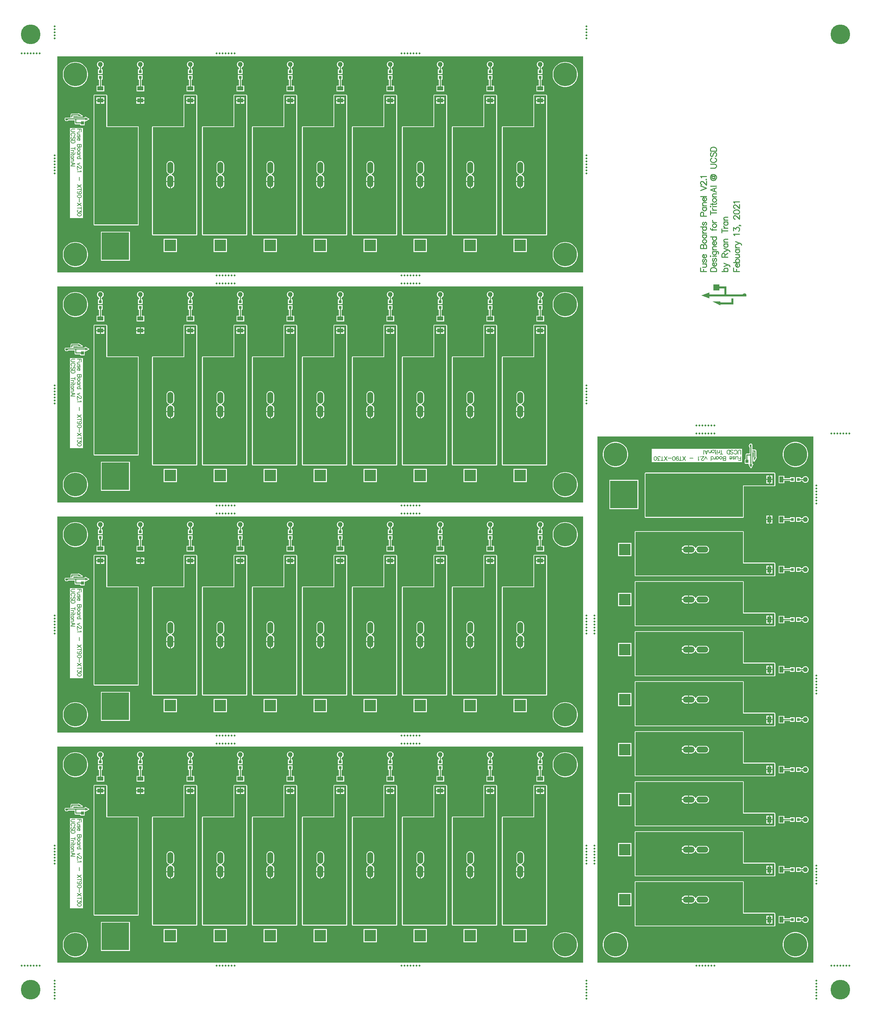
<source format=gtl>
G04*
G04 #@! TF.GenerationSoftware,Altium Limited,Altium Designer,22.0.2 (36)*
G04*
G04 Layer_Physical_Order=1*
G04 Layer_Color=255*
%FSLAX44Y44*%
%MOMM*%
G71*
G04*
G04 #@! TF.SameCoordinates,3D356D52-1F4F-4DC4-934F-51404F246838*
G04*
G04*
G04 #@! TF.FilePolarity,Positive*
G04*
G01*
G75*
%ADD10C,0.2540*%
%ADD11R,1.5000X1.0500*%
%ADD12R,0.8000X0.8000*%
%ADD13C,0.1524*%
%ADD14R,1.0500X1.5000*%
%ADD15R,0.8000X0.8000*%
%ADD16C,5.0000*%
%ADD17C,0.5080*%
%ADD18R,3.0000X3.0000*%
%ADD19C,3.0000*%
%ADD20O,1.5000X3.0000*%
%ADD21C,2.4000*%
%ADD22C,7.0000*%
%ADD23R,7.0000X7.0000*%
%ADD24C,6.0000*%
%ADD25C,1.2700*%
%ADD26R,3.0000X3.0000*%
%ADD27O,3.0000X1.5000*%
%ADD28R,7.0000X7.0000*%
G36*
X1441920Y2407435D02*
X1441920Y1858800D01*
X105880D01*
X105880Y2407441D01*
X1441920Y2407435D01*
D02*
G37*
G36*
X1788160Y1823720D02*
X1805940D01*
Y1803400D01*
X1846580D01*
X1847324Y1804144D01*
Y1804144D01*
X1847751Y1804571D01*
X1848755Y1805242D01*
X1849871Y1805704D01*
X1851056Y1805940D01*
X1852264D01*
X1853449Y1805704D01*
X1854565Y1805242D01*
X1855569Y1804571D01*
X1855996Y1804144D01*
X1856740Y1803400D01*
X1856740Y1798320D01*
X1762760D01*
Y1793240D01*
X1742440Y1800860D01*
X1762760Y1808480D01*
Y1803400D01*
X1800860D01*
Y1818640D01*
X1788160D01*
Y1813560D01*
X1772920D01*
Y1828800D01*
X1788160D01*
Y1823720D01*
D02*
G37*
G36*
X1823720Y1778000D02*
X1790700D01*
Y1775460D01*
X1770380Y1785620D01*
X1790700D01*
Y1783080D01*
X1818640D01*
Y1793240D01*
X1823720D01*
Y1778000D01*
D02*
G37*
G36*
X1441920Y1823235D02*
X1441920Y1274600D01*
X105880D01*
X105880Y1823241D01*
X1441920Y1823235D01*
D02*
G37*
G36*
Y1239035D02*
X1441920Y690400D01*
X105880D01*
X105880Y1239041D01*
X1441920Y1239035D01*
D02*
G37*
G36*
X2026915Y106680D02*
X1478280Y106680D01*
Y1442720D01*
X2026921Y1442720D01*
X2026915Y106680D01*
D02*
G37*
G36*
X1441920Y654836D02*
X1441920Y106200D01*
X105880D01*
X105880Y654841D01*
X1441920Y654836D01*
D02*
G37*
%LPC*%
G36*
X1333799Y2395470D02*
X1331601D01*
X1329477Y2394901D01*
X1327573Y2393802D01*
X1326018Y2392247D01*
X1324919Y2390343D01*
X1324350Y2388219D01*
Y2386021D01*
X1324919Y2383897D01*
X1326018Y2381993D01*
X1327573Y2380438D01*
X1329366Y2379403D01*
Y2375220D01*
X1326700D01*
Y2363220D01*
X1338700D01*
Y2375220D01*
X1336034D01*
Y2379403D01*
X1337827Y2380438D01*
X1339382Y2381993D01*
X1340481Y2383897D01*
X1341050Y2386021D01*
Y2388219D01*
X1340481Y2390343D01*
X1339382Y2392247D01*
X1337827Y2393802D01*
X1335923Y2394901D01*
X1333799Y2395470D01*
D02*
G37*
G36*
X1206799D02*
X1204601D01*
X1202477Y2394901D01*
X1200573Y2393802D01*
X1199018Y2392247D01*
X1197919Y2390343D01*
X1197350Y2388219D01*
Y2386021D01*
X1197919Y2383897D01*
X1199018Y2381993D01*
X1200573Y2380438D01*
X1202366Y2379403D01*
Y2375220D01*
X1199700D01*
Y2363220D01*
X1211700D01*
Y2375220D01*
X1209034D01*
Y2379403D01*
X1210827Y2380438D01*
X1212382Y2381993D01*
X1213481Y2383897D01*
X1214050Y2386021D01*
Y2388219D01*
X1213481Y2390343D01*
X1212382Y2392247D01*
X1210827Y2393802D01*
X1208923Y2394901D01*
X1206799Y2395470D01*
D02*
G37*
G36*
X1079799D02*
X1077601D01*
X1075477Y2394901D01*
X1073573Y2393802D01*
X1072018Y2392247D01*
X1070919Y2390343D01*
X1070350Y2388219D01*
Y2386021D01*
X1070919Y2383897D01*
X1072018Y2381993D01*
X1073573Y2380438D01*
X1075366Y2379403D01*
Y2375220D01*
X1072700D01*
Y2363220D01*
X1084700D01*
Y2375220D01*
X1082034D01*
Y2379403D01*
X1083827Y2380438D01*
X1085382Y2381993D01*
X1086481Y2383897D01*
X1087050Y2386021D01*
Y2388219D01*
X1086481Y2390343D01*
X1085382Y2392247D01*
X1083827Y2393802D01*
X1081923Y2394901D01*
X1079799Y2395470D01*
D02*
G37*
G36*
X952799D02*
X950601D01*
X948477Y2394901D01*
X946573Y2393802D01*
X945018Y2392247D01*
X943919Y2390343D01*
X943350Y2388219D01*
Y2386021D01*
X943919Y2383897D01*
X945018Y2381993D01*
X946573Y2380438D01*
X948366Y2379403D01*
Y2375220D01*
X945700D01*
Y2363220D01*
X957700D01*
Y2375220D01*
X955034D01*
Y2379403D01*
X956827Y2380438D01*
X958382Y2381993D01*
X959481Y2383897D01*
X960050Y2386021D01*
Y2388219D01*
X959481Y2390343D01*
X958382Y2392247D01*
X956827Y2393802D01*
X954923Y2394901D01*
X952799Y2395470D01*
D02*
G37*
G36*
X825799D02*
X823601D01*
X821477Y2394901D01*
X819573Y2393802D01*
X818018Y2392247D01*
X816919Y2390343D01*
X816350Y2388219D01*
Y2386021D01*
X816919Y2383897D01*
X818018Y2381993D01*
X819573Y2380438D01*
X821366Y2379403D01*
Y2375220D01*
X818700D01*
Y2363220D01*
X830700D01*
Y2375220D01*
X828034D01*
Y2379403D01*
X829827Y2380438D01*
X831382Y2381993D01*
X832481Y2383897D01*
X833050Y2386021D01*
Y2388219D01*
X832481Y2390343D01*
X831382Y2392247D01*
X829827Y2393802D01*
X827923Y2394901D01*
X825799Y2395470D01*
D02*
G37*
G36*
X698799D02*
X696601D01*
X694477Y2394901D01*
X692573Y2393802D01*
X691018Y2392247D01*
X689919Y2390343D01*
X689350Y2388219D01*
Y2386021D01*
X689919Y2383897D01*
X691018Y2381993D01*
X692573Y2380438D01*
X694366Y2379403D01*
Y2375220D01*
X691700D01*
Y2363220D01*
X703700D01*
Y2375220D01*
X701034D01*
Y2379403D01*
X702827Y2380438D01*
X704382Y2381993D01*
X705481Y2383897D01*
X706050Y2386021D01*
Y2388219D01*
X705481Y2390343D01*
X704382Y2392247D01*
X702827Y2393802D01*
X700923Y2394901D01*
X698799Y2395470D01*
D02*
G37*
G36*
X571799D02*
X569601D01*
X567477Y2394901D01*
X565573Y2393802D01*
X564018Y2392247D01*
X562919Y2390343D01*
X562350Y2388219D01*
Y2386021D01*
X562919Y2383897D01*
X564018Y2381993D01*
X565573Y2380438D01*
X567366Y2379403D01*
Y2375220D01*
X564700D01*
Y2363220D01*
X576700D01*
Y2375220D01*
X574034D01*
Y2379403D01*
X575827Y2380438D01*
X577382Y2381993D01*
X578481Y2383897D01*
X579050Y2386021D01*
Y2388219D01*
X578481Y2390343D01*
X577382Y2392247D01*
X575827Y2393802D01*
X573923Y2394901D01*
X571799Y2395470D01*
D02*
G37*
G36*
X444799D02*
X442601D01*
X440477Y2394901D01*
X438573Y2393802D01*
X437018Y2392247D01*
X435919Y2390343D01*
X435350Y2388219D01*
Y2386021D01*
X435919Y2383897D01*
X437018Y2381993D01*
X438573Y2380438D01*
X440366Y2379403D01*
Y2375220D01*
X437700D01*
Y2363220D01*
X449700D01*
Y2375220D01*
X447034D01*
Y2379403D01*
X448827Y2380438D01*
X450382Y2381993D01*
X451481Y2383897D01*
X452050Y2386021D01*
Y2388219D01*
X451481Y2390343D01*
X450382Y2392247D01*
X448827Y2393802D01*
X446923Y2394901D01*
X444799Y2395470D01*
D02*
G37*
G36*
X317799D02*
X315601D01*
X313477Y2394901D01*
X311573Y2393802D01*
X310018Y2392247D01*
X308919Y2390343D01*
X308350Y2388219D01*
Y2386021D01*
X308919Y2383897D01*
X310018Y2381993D01*
X311573Y2380438D01*
X313366Y2379403D01*
Y2375220D01*
X310700D01*
Y2363220D01*
X322700D01*
Y2375220D01*
X320034D01*
Y2379403D01*
X321827Y2380438D01*
X323382Y2381993D01*
X324481Y2383897D01*
X325050Y2386021D01*
Y2388219D01*
X324481Y2390343D01*
X323382Y2392247D01*
X321827Y2393802D01*
X319923Y2394901D01*
X317799Y2395470D01*
D02*
G37*
G36*
X216199D02*
X214001D01*
X211877Y2394901D01*
X209973Y2393802D01*
X208418Y2392247D01*
X207319Y2390343D01*
X206750Y2388219D01*
Y2386021D01*
X207319Y2383897D01*
X208418Y2381993D01*
X209973Y2380438D01*
X211766Y2379403D01*
Y2375220D01*
X209100D01*
Y2363220D01*
X221100D01*
Y2375220D01*
X218434D01*
Y2379403D01*
X220227Y2380438D01*
X221782Y2381993D01*
X222881Y2383897D01*
X223450Y2386021D01*
Y2388219D01*
X222881Y2390343D01*
X221782Y2392247D01*
X220227Y2393802D01*
X218323Y2394901D01*
X216199Y2395470D01*
D02*
G37*
G36*
X1398719Y2393720D02*
X1393681D01*
X1388707Y2392932D01*
X1383916Y2391376D01*
X1379428Y2389089D01*
X1375353Y2386128D01*
X1371792Y2382567D01*
X1368831Y2378492D01*
X1366544Y2374004D01*
X1364988Y2369213D01*
X1364200Y2364238D01*
Y2359202D01*
X1364988Y2354227D01*
X1366544Y2349436D01*
X1368831Y2344948D01*
X1371792Y2340873D01*
X1375353Y2337312D01*
X1379428Y2334351D01*
X1383916Y2332064D01*
X1388707Y2330508D01*
X1393681Y2329720D01*
X1398719D01*
X1403693Y2330508D01*
X1408484Y2332064D01*
X1412972Y2334351D01*
X1417047Y2337312D01*
X1420608Y2340873D01*
X1423569Y2344948D01*
X1425856Y2349436D01*
X1427412Y2354227D01*
X1428200Y2359202D01*
Y2364238D01*
X1427412Y2369213D01*
X1425856Y2374004D01*
X1423569Y2378492D01*
X1420608Y2382567D01*
X1417047Y2386128D01*
X1412972Y2389089D01*
X1408484Y2391376D01*
X1403693Y2392932D01*
X1398719Y2393720D01*
D02*
G37*
G36*
X154118D02*
X149081D01*
X144107Y2392932D01*
X139316Y2391376D01*
X134828Y2389089D01*
X130753Y2386128D01*
X127192Y2382567D01*
X124231Y2378492D01*
X121944Y2374004D01*
X120388Y2369213D01*
X119600Y2364238D01*
Y2359202D01*
X120388Y2354227D01*
X121944Y2349436D01*
X124231Y2344948D01*
X127192Y2340873D01*
X130753Y2337312D01*
X134828Y2334351D01*
X139316Y2332064D01*
X144107Y2330508D01*
X149081Y2329720D01*
X154118D01*
X159093Y2330508D01*
X163884Y2332064D01*
X168372Y2334351D01*
X172447Y2337312D01*
X176008Y2340873D01*
X178969Y2344948D01*
X181256Y2349436D01*
X182812Y2354227D01*
X183600Y2359202D01*
Y2364238D01*
X182812Y2369213D01*
X181256Y2374004D01*
X178969Y2378492D01*
X176008Y2382567D01*
X172447Y2386128D01*
X168372Y2389089D01*
X163884Y2391376D01*
X159093Y2392932D01*
X154118Y2393720D01*
D02*
G37*
G36*
X1338700Y2360220D02*
X1326700D01*
Y2348220D01*
X1329366D01*
Y2333420D01*
X1323200D01*
Y2318920D01*
X1342200D01*
Y2333420D01*
X1336034D01*
Y2348220D01*
X1338700D01*
Y2360220D01*
D02*
G37*
G36*
X1211700D02*
X1199700D01*
Y2348220D01*
X1202366D01*
Y2333420D01*
X1196200D01*
Y2318920D01*
X1215200D01*
Y2333420D01*
X1209034D01*
Y2348220D01*
X1211700D01*
Y2360220D01*
D02*
G37*
G36*
X1084700D02*
X1072700D01*
Y2348220D01*
X1075366D01*
Y2333420D01*
X1069200D01*
Y2318920D01*
X1088200D01*
Y2333420D01*
X1082034D01*
Y2348220D01*
X1084700D01*
Y2360220D01*
D02*
G37*
G36*
X957700D02*
X945700D01*
Y2348220D01*
X948366D01*
Y2333420D01*
X942200D01*
Y2318920D01*
X961200D01*
Y2333420D01*
X955034D01*
Y2348220D01*
X957700D01*
Y2360220D01*
D02*
G37*
G36*
X830700D02*
X818700D01*
Y2348220D01*
X821366D01*
Y2333420D01*
X815200D01*
Y2318920D01*
X834200D01*
Y2333420D01*
X828034D01*
Y2348220D01*
X830700D01*
Y2360220D01*
D02*
G37*
G36*
X703700D02*
X691700D01*
Y2348220D01*
X694366D01*
Y2333420D01*
X688200D01*
Y2318920D01*
X707200D01*
Y2333420D01*
X701034D01*
Y2348220D01*
X703700D01*
Y2360220D01*
D02*
G37*
G36*
X576700D02*
X564700D01*
Y2348220D01*
X567366D01*
Y2333420D01*
X561200D01*
Y2318920D01*
X580200D01*
Y2333420D01*
X574034D01*
Y2348220D01*
X576700D01*
Y2360220D01*
D02*
G37*
G36*
X449700D02*
X437700D01*
Y2348220D01*
X440366D01*
Y2333420D01*
X434200D01*
Y2318920D01*
X453200D01*
Y2333420D01*
X447034D01*
Y2348220D01*
X449700D01*
Y2360220D01*
D02*
G37*
G36*
X322700D02*
X310700D01*
Y2348220D01*
X313366D01*
Y2333420D01*
X307200D01*
Y2318920D01*
X326200D01*
Y2333420D01*
X320034D01*
Y2348220D01*
X322700D01*
Y2360220D01*
D02*
G37*
G36*
X221100D02*
X209100D01*
Y2348220D01*
X211766D01*
Y2333420D01*
X205600D01*
Y2318920D01*
X224600D01*
Y2333420D01*
X218434D01*
Y2348220D01*
X221100D01*
Y2360220D01*
D02*
G37*
G36*
X326740Y2303460D02*
X317970D01*
Y2296940D01*
X326740D01*
Y2303460D01*
D02*
G37*
G36*
X315430D02*
X306660D01*
Y2296940D01*
X315430D01*
Y2303460D01*
D02*
G37*
G36*
X326740Y2294400D02*
X317970D01*
Y2287880D01*
X326740D01*
Y2294400D01*
D02*
G37*
G36*
X315430D02*
X306660D01*
Y2287880D01*
X315430D01*
Y2294400D01*
D02*
G37*
G36*
X159220Y2263429D02*
X158954Y2263376D01*
X158684Y2263357D01*
X158567Y2263299D01*
X158440Y2263274D01*
X158214Y2263123D01*
X157971Y2263002D01*
X157886Y2262904D01*
X157778Y2262832D01*
X157627Y2262606D01*
X157450Y2262402D01*
X157408Y2262278D01*
X157336Y2262170D01*
X157334Y2262159D01*
X141440D01*
X140660Y2262004D01*
X139998Y2261562D01*
X139556Y2260900D01*
X139401Y2260120D01*
Y2252500D01*
X138990Y2251999D01*
X126200D01*
X125420Y2251844D01*
X124758Y2251402D01*
X124316Y2250740D01*
X124161Y2249960D01*
X124161Y2247420D01*
X124170Y2247372D01*
X124163Y2247324D01*
X124248Y2246984D01*
X124316Y2246640D01*
X124343Y2246599D01*
X124355Y2246552D01*
X124567Y2246100D01*
X124738Y2245869D01*
X124883Y2245620D01*
X125543Y2244870D01*
X125772Y2244696D01*
X125980Y2244497D01*
X126824Y2243962D01*
X127092Y2243858D01*
X127347Y2243725D01*
X128307Y2243447D01*
X128593Y2243422D01*
X128876Y2243366D01*
X129874Y2243366D01*
X130157Y2243422D01*
X130443Y2243447D01*
X131403Y2243726D01*
X131658Y2243858D01*
X131926Y2243962D01*
X132770Y2244498D01*
X132978Y2244696D01*
X133207Y2244871D01*
X133656Y2245381D01*
X149561Y2245381D01*
Y2237260D01*
X149716Y2236480D01*
X150158Y2235818D01*
X150820Y2235376D01*
X151600Y2235221D01*
X163531Y2235221D01*
Y2234720D01*
X163686Y2233940D01*
X164128Y2233278D01*
X164790Y2232836D01*
X165570Y2232681D01*
X173190D01*
X173970Y2232836D01*
X174632Y2233278D01*
X175074Y2233940D01*
X175229Y2234720D01*
Y2242125D01*
X175256Y2242164D01*
X175983Y2242792D01*
X176355Y2242946D01*
X176680Y2242905D01*
X177000Y2242841D01*
X177072Y2242855D01*
X177145Y2242846D01*
X177460Y2242932D01*
X177780Y2242996D01*
X177841Y2243037D01*
X177912Y2243056D01*
X185532Y2246866D01*
X185734Y2247023D01*
X185956Y2247150D01*
X186045Y2247265D01*
X186161Y2247354D01*
X186287Y2247576D01*
X186444Y2247778D01*
X186482Y2247919D01*
X186555Y2248045D01*
X186586Y2248299D01*
X186654Y2248546D01*
X186636Y2248690D01*
X186654Y2248835D01*
X186586Y2249081D01*
X186555Y2249335D01*
X186482Y2249462D01*
X186444Y2249602D01*
X186287Y2249804D01*
X186161Y2250026D01*
X186045Y2250115D01*
X185956Y2250231D01*
X185734Y2250357D01*
X185532Y2250514D01*
X177912Y2254324D01*
X177841Y2254343D01*
X177780Y2254384D01*
X177460Y2254448D01*
X177145Y2254534D01*
X177072Y2254525D01*
X177000Y2254539D01*
X176680Y2254476D01*
X176355Y2254435D01*
X176291Y2254398D01*
X176220Y2254384D01*
X175948Y2254202D01*
X175664Y2254041D01*
X175619Y2253983D01*
X175558Y2253942D01*
X175376Y2253670D01*
X175176Y2253412D01*
X175157Y2253341D01*
X175116Y2253280D01*
X175052Y2252960D01*
X174966Y2252645D01*
X173951Y2251999D01*
X146430D01*
X146019Y2252500D01*
Y2255541D01*
X157334D01*
X157336Y2255530D01*
X157778Y2254868D01*
X158440Y2254426D01*
X159220Y2254271D01*
X168110D01*
X168376Y2254324D01*
X168647Y2254343D01*
X168763Y2254401D01*
X168890Y2254426D01*
X169116Y2254577D01*
X169359Y2254698D01*
X169444Y2254796D01*
X169552Y2254868D01*
X169703Y2255094D01*
X169881Y2255298D01*
X169922Y2255421D01*
X169994Y2255530D01*
X170047Y2255796D01*
X170133Y2256053D01*
X170124Y2256183D01*
X170149Y2256310D01*
X170096Y2256576D01*
X170077Y2256847D01*
X170019Y2256963D01*
X169994Y2257090D01*
X169843Y2257316D01*
X169722Y2257559D01*
X169624Y2257644D01*
X169552Y2257752D01*
X169326Y2257903D01*
X169122Y2258080D01*
X160232Y2263161D01*
X160109Y2263202D01*
X160000Y2263274D01*
X159734Y2263327D01*
X159477Y2263413D01*
X159347Y2263404D01*
X159220Y2263429D01*
D02*
G37*
G36*
X170880Y2226060D02*
X137400D01*
Y1997000D01*
X170880D01*
Y2226060D01*
D02*
G37*
G36*
X230340Y2310419D02*
X199860D01*
X199080Y2310264D01*
X198418Y2309822D01*
X197976Y2309160D01*
X197821Y2308380D01*
Y1980720D01*
X197976Y1979940D01*
X198418Y1979278D01*
X199080Y1978836D01*
X199860Y1978681D01*
X310350D01*
X311130Y1978836D01*
X311792Y1979278D01*
X312234Y1979940D01*
X312389Y1980720D01*
Y2228370D01*
X312234Y2229150D01*
X311792Y2229812D01*
X311130Y2230254D01*
X310350Y2230409D01*
X232379D01*
Y2308380D01*
X232224Y2309160D01*
X231782Y2309822D01*
X231120Y2310264D01*
X230340Y2310419D01*
D02*
G37*
G36*
X1347940D02*
X1317460D01*
X1316680Y2310264D01*
X1316018Y2309822D01*
X1315576Y2309160D01*
X1315421Y2308380D01*
Y2230409D01*
X1237450D01*
X1236670Y2230254D01*
X1236008Y2229812D01*
X1235566Y2229150D01*
X1235411Y2228370D01*
Y1955320D01*
X1235566Y1954540D01*
X1236008Y1953878D01*
X1236670Y1953436D01*
X1237450Y1953281D01*
X1347940D01*
X1348720Y1953436D01*
X1349382Y1953878D01*
X1349824Y1954540D01*
X1349979Y1955320D01*
Y2308380D01*
X1349824Y2309160D01*
X1349382Y2309822D01*
X1348720Y2310264D01*
X1347940Y2310419D01*
D02*
G37*
G36*
X1220940D02*
X1190460D01*
X1189680Y2310264D01*
X1189018Y2309822D01*
X1188576Y2309160D01*
X1188421Y2308380D01*
Y2230409D01*
X1110450D01*
X1109670Y2230254D01*
X1109008Y2229812D01*
X1108566Y2229150D01*
X1108411Y2228370D01*
Y1955320D01*
X1108566Y1954540D01*
X1109008Y1953878D01*
X1109670Y1953436D01*
X1110450Y1953281D01*
X1220940D01*
X1221720Y1953436D01*
X1222382Y1953878D01*
X1222824Y1954540D01*
X1222979Y1955320D01*
Y2308380D01*
X1222824Y2309160D01*
X1222382Y2309822D01*
X1221720Y2310264D01*
X1220940Y2310419D01*
D02*
G37*
G36*
X1093940D02*
X1063460D01*
X1062680Y2310264D01*
X1062018Y2309822D01*
X1061576Y2309160D01*
X1061421Y2308380D01*
Y2230409D01*
X983450D01*
X982670Y2230254D01*
X982008Y2229812D01*
X981566Y2229150D01*
X981411Y2228370D01*
Y1955320D01*
X981566Y1954540D01*
X982008Y1953878D01*
X982670Y1953436D01*
X983450Y1953281D01*
X1093940D01*
X1094720Y1953436D01*
X1095382Y1953878D01*
X1095824Y1954540D01*
X1095979Y1955320D01*
Y2308380D01*
X1095824Y2309160D01*
X1095382Y2309822D01*
X1094720Y2310264D01*
X1093940Y2310419D01*
D02*
G37*
G36*
X966940D02*
X936460D01*
X935680Y2310264D01*
X935018Y2309822D01*
X934576Y2309160D01*
X934421Y2308380D01*
Y2230409D01*
X856450D01*
X855670Y2230254D01*
X855008Y2229812D01*
X854566Y2229150D01*
X854411Y2228370D01*
Y1955320D01*
X854566Y1954540D01*
X855008Y1953878D01*
X855670Y1953436D01*
X856450Y1953281D01*
X966940D01*
X967720Y1953436D01*
X968382Y1953878D01*
X968824Y1954540D01*
X968979Y1955320D01*
Y2308380D01*
X968824Y2309160D01*
X968382Y2309822D01*
X967720Y2310264D01*
X966940Y2310419D01*
D02*
G37*
G36*
X839940D02*
X809460D01*
X808680Y2310264D01*
X808018Y2309822D01*
X807576Y2309160D01*
X807421Y2308380D01*
Y2230409D01*
X729450D01*
X728670Y2230254D01*
X728008Y2229812D01*
X727566Y2229150D01*
X727411Y2228370D01*
Y1955320D01*
X727566Y1954540D01*
X728008Y1953878D01*
X728670Y1953436D01*
X729450Y1953281D01*
X839940D01*
X840720Y1953436D01*
X841382Y1953878D01*
X841824Y1954540D01*
X841979Y1955320D01*
Y2308380D01*
X841824Y2309160D01*
X841382Y2309822D01*
X840720Y2310264D01*
X839940Y2310419D01*
D02*
G37*
G36*
X712940D02*
X682460D01*
X681680Y2310264D01*
X681018Y2309822D01*
X680576Y2309160D01*
X680421Y2308380D01*
Y2230409D01*
X602450D01*
X601670Y2230254D01*
X601008Y2229812D01*
X600566Y2229150D01*
X600411Y2228370D01*
Y1955320D01*
X600566Y1954540D01*
X601008Y1953878D01*
X601670Y1953436D01*
X602450Y1953281D01*
X712940D01*
X713720Y1953436D01*
X714382Y1953878D01*
X714824Y1954540D01*
X714979Y1955320D01*
Y2308380D01*
X714824Y2309160D01*
X714382Y2309822D01*
X713720Y2310264D01*
X712940Y2310419D01*
D02*
G37*
G36*
X585940D02*
X555460D01*
X554680Y2310264D01*
X554018Y2309822D01*
X553576Y2309160D01*
X553421Y2308380D01*
Y2230409D01*
X475450D01*
X474670Y2230254D01*
X474008Y2229812D01*
X473566Y2229150D01*
X473411Y2228370D01*
Y1955320D01*
X473566Y1954540D01*
X474008Y1953878D01*
X474670Y1953436D01*
X475450Y1953281D01*
X585940D01*
X586720Y1953436D01*
X587382Y1953878D01*
X587824Y1954540D01*
X587979Y1955320D01*
Y2308380D01*
X587824Y2309160D01*
X587382Y2309822D01*
X586720Y2310264D01*
X585940Y2310419D01*
D02*
G37*
G36*
X458940D02*
X428460D01*
X427680Y2310264D01*
X427018Y2309822D01*
X426576Y2309160D01*
X426421Y2308380D01*
Y2230409D01*
X348450D01*
X347670Y2230254D01*
X347008Y2229812D01*
X346566Y2229150D01*
X346411Y2228370D01*
Y1955320D01*
X346566Y1954540D01*
X347008Y1953878D01*
X347670Y1953436D01*
X348450Y1953281D01*
X458940D01*
X459720Y1953436D01*
X460382Y1953878D01*
X460824Y1954540D01*
X460979Y1955320D01*
Y2308380D01*
X460824Y2309160D01*
X460382Y2309822D01*
X459720Y2310264D01*
X458940Y2310419D01*
D02*
G37*
G36*
X1298900Y1944780D02*
X1264900D01*
Y1910780D01*
X1298900D01*
Y1944780D01*
D02*
G37*
G36*
X1171900D02*
X1137900D01*
Y1910780D01*
X1171900D01*
Y1944780D01*
D02*
G37*
G36*
X1044900D02*
X1010900D01*
Y1910780D01*
X1044900D01*
Y1944780D01*
D02*
G37*
G36*
X917900D02*
X883900D01*
Y1910780D01*
X917900D01*
Y1944780D01*
D02*
G37*
G36*
X790900D02*
X756900D01*
Y1910780D01*
X790900D01*
Y1944780D01*
D02*
G37*
G36*
X663900D02*
X629900D01*
Y1910780D01*
X663900D01*
Y1944780D01*
D02*
G37*
G36*
X536900D02*
X502900D01*
Y1910780D01*
X536900D01*
Y1944780D01*
D02*
G37*
G36*
X409900D02*
X375900D01*
Y1910780D01*
X409900D01*
Y1944780D01*
D02*
G37*
G36*
X290200Y1962720D02*
X216200D01*
Y1888720D01*
X290200D01*
Y1962720D01*
D02*
G37*
G36*
X1398719Y1936520D02*
X1393681D01*
X1388707Y1935732D01*
X1383916Y1934176D01*
X1379428Y1931889D01*
X1375353Y1928928D01*
X1371792Y1925367D01*
X1368831Y1921292D01*
X1366544Y1916804D01*
X1364988Y1912013D01*
X1364200Y1907039D01*
Y1902002D01*
X1364988Y1897027D01*
X1366544Y1892236D01*
X1368831Y1887748D01*
X1371792Y1883673D01*
X1375353Y1880112D01*
X1379428Y1877151D01*
X1383916Y1874864D01*
X1388707Y1873308D01*
X1393681Y1872520D01*
X1398719D01*
X1403693Y1873308D01*
X1408484Y1874864D01*
X1412972Y1877151D01*
X1417047Y1880112D01*
X1420608Y1883673D01*
X1423569Y1887748D01*
X1425856Y1892236D01*
X1427412Y1897027D01*
X1428200Y1902002D01*
Y1907039D01*
X1427412Y1912013D01*
X1425856Y1916804D01*
X1423569Y1921292D01*
X1420608Y1925367D01*
X1417047Y1928928D01*
X1412972Y1931889D01*
X1408484Y1934176D01*
X1403693Y1935732D01*
X1398719Y1936520D01*
D02*
G37*
G36*
X154118D02*
X149081D01*
X144107Y1935732D01*
X139316Y1934176D01*
X134828Y1931889D01*
X130753Y1928928D01*
X127192Y1925367D01*
X124231Y1921292D01*
X121944Y1916804D01*
X120388Y1912013D01*
X119600Y1907039D01*
Y1902002D01*
X120388Y1897027D01*
X121944Y1892236D01*
X124231Y1887748D01*
X127192Y1883673D01*
X130753Y1880112D01*
X134828Y1877151D01*
X139316Y1874864D01*
X144107Y1873308D01*
X149081Y1872520D01*
X154118D01*
X159093Y1873308D01*
X163884Y1874864D01*
X168372Y1877151D01*
X172447Y1880112D01*
X176008Y1883673D01*
X178969Y1887748D01*
X181256Y1892236D01*
X182812Y1897027D01*
X183600Y1902002D01*
Y1907039D01*
X182812Y1912013D01*
X181256Y1916804D01*
X178969Y1921292D01*
X176008Y1925367D01*
X172447Y1928928D01*
X168372Y1931889D01*
X163884Y1934176D01*
X159093Y1935732D01*
X154118Y1936520D01*
D02*
G37*
%LPD*%
G36*
X168110Y2256310D02*
X159220D01*
Y2257580D01*
X143980D01*
Y2252500D01*
X141440D01*
Y2260120D01*
X159220D01*
Y2261390D01*
X168110Y2256310D01*
D02*
G37*
G36*
X184620Y2248690D02*
X177000Y2244880D01*
Y2247420D01*
X154140D01*
Y2239800D01*
X165570Y2239800D01*
Y2242340D01*
X173190D01*
Y2234720D01*
X165570D01*
Y2237260D01*
X151600Y2237260D01*
Y2247420D01*
X132550Y2247420D01*
X132549Y2247421D01*
X132337Y2246969D01*
X131677Y2246219D01*
X130833Y2245684D01*
X129874Y2245405D01*
X128875Y2245405D01*
X127916Y2245684D01*
X127073Y2246219D01*
X126412Y2246968D01*
X126200Y2247420D01*
X126200Y2249960D01*
X177000D01*
Y2252500D01*
X184620Y2248690D01*
D02*
G37*
G36*
X230340Y2228370D02*
X310350D01*
Y1980720D01*
X199860D01*
Y2308380D01*
X230340D01*
Y2228370D01*
D02*
G37*
%LPC*%
G36*
X225140Y2303460D02*
X216370D01*
Y2296940D01*
X225140D01*
Y2303460D01*
D02*
G37*
G36*
X213830D02*
X205060D01*
Y2296940D01*
X213830D01*
Y2303460D01*
D02*
G37*
G36*
X225140Y2294400D02*
X216370D01*
Y2287880D01*
X225140D01*
Y2294400D01*
D02*
G37*
G36*
X213830D02*
X205060D01*
Y2287880D01*
X213830D01*
Y2294400D01*
D02*
G37*
%LPD*%
G36*
X1347940Y1955320D02*
X1237450D01*
Y2228370D01*
X1317460D01*
Y2308380D01*
X1347940D01*
Y1955320D01*
D02*
G37*
%LPC*%
G36*
X1342740Y2303460D02*
X1333970D01*
Y2296940D01*
X1342740D01*
Y2303460D01*
D02*
G37*
G36*
X1331430D02*
X1322660D01*
Y2296940D01*
X1331430D01*
Y2303460D01*
D02*
G37*
G36*
X1342740Y2294400D02*
X1333970D01*
Y2287880D01*
X1342740D01*
Y2294400D01*
D02*
G37*
G36*
X1331430D02*
X1322660D01*
Y2287880D01*
X1331430D01*
Y2294400D01*
D02*
G37*
G36*
X1281900Y2142302D02*
X1279420Y2141976D01*
X1277109Y2141018D01*
X1275125Y2139496D01*
X1273602Y2137511D01*
X1272645Y2135200D01*
X1272318Y2132720D01*
Y2117720D01*
X1272645Y2115240D01*
X1273602Y2112929D01*
X1275125Y2110945D01*
X1277109Y2109422D01*
X1278912Y2108675D01*
X1278852Y2107325D01*
X1276837Y2106490D01*
X1274739Y2104881D01*
X1273130Y2102783D01*
X1272118Y2100341D01*
X1271773Y2097720D01*
Y2091490D01*
X1281900D01*
X1292027D01*
Y2097720D01*
X1291682Y2100341D01*
X1290670Y2102783D01*
X1289061Y2104881D01*
X1286963Y2106490D01*
X1284948Y2107325D01*
X1284888Y2108675D01*
X1286691Y2109422D01*
X1288676Y2110945D01*
X1290198Y2112929D01*
X1291156Y2115240D01*
X1291482Y2117720D01*
Y2132720D01*
X1291156Y2135200D01*
X1290198Y2137511D01*
X1288676Y2139496D01*
X1286691Y2141018D01*
X1284380Y2141976D01*
X1281900Y2142302D01*
D02*
G37*
G36*
X1292027Y2088950D02*
X1283170D01*
Y2072761D01*
X1284521Y2072939D01*
X1286963Y2073950D01*
X1289061Y2075559D01*
X1290670Y2077657D01*
X1291682Y2080099D01*
X1292027Y2082720D01*
Y2088950D01*
D02*
G37*
G36*
X1280630D02*
X1271773D01*
Y2082720D01*
X1272118Y2080099D01*
X1273130Y2077657D01*
X1274739Y2075559D01*
X1276837Y2073950D01*
X1279279Y2072939D01*
X1280630Y2072761D01*
Y2088950D01*
D02*
G37*
%LPD*%
G36*
X1220940Y1955320D02*
X1110450D01*
Y2228370D01*
X1190460D01*
Y2308380D01*
X1220940D01*
Y1955320D01*
D02*
G37*
%LPC*%
G36*
X1215740Y2303460D02*
X1206970D01*
Y2296940D01*
X1215740D01*
Y2303460D01*
D02*
G37*
G36*
X1204430D02*
X1195660D01*
Y2296940D01*
X1204430D01*
Y2303460D01*
D02*
G37*
G36*
X1215740Y2294400D02*
X1206970D01*
Y2287880D01*
X1215740D01*
Y2294400D01*
D02*
G37*
G36*
X1204430D02*
X1195660D01*
Y2287880D01*
X1204430D01*
Y2294400D01*
D02*
G37*
G36*
X1154900Y2142302D02*
X1152420Y2141976D01*
X1150109Y2141018D01*
X1148125Y2139496D01*
X1146602Y2137511D01*
X1145645Y2135200D01*
X1145318Y2132720D01*
Y2117720D01*
X1145645Y2115240D01*
X1146602Y2112929D01*
X1148125Y2110945D01*
X1150109Y2109422D01*
X1151912Y2108675D01*
X1151852Y2107325D01*
X1149837Y2106490D01*
X1147739Y2104881D01*
X1146130Y2102783D01*
X1145118Y2100341D01*
X1144773Y2097720D01*
Y2091490D01*
X1154900D01*
X1165027D01*
Y2097720D01*
X1164682Y2100341D01*
X1163670Y2102783D01*
X1162061Y2104881D01*
X1159963Y2106490D01*
X1157947Y2107325D01*
X1157888Y2108675D01*
X1159691Y2109422D01*
X1161675Y2110945D01*
X1163198Y2112929D01*
X1164156Y2115240D01*
X1164482Y2117720D01*
Y2132720D01*
X1164156Y2135200D01*
X1163198Y2137511D01*
X1161675Y2139496D01*
X1159691Y2141018D01*
X1157380Y2141976D01*
X1154900Y2142302D01*
D02*
G37*
G36*
X1165027Y2088950D02*
X1156170D01*
Y2072761D01*
X1157521Y2072939D01*
X1159963Y2073950D01*
X1162061Y2075559D01*
X1163670Y2077657D01*
X1164682Y2080099D01*
X1165027Y2082720D01*
Y2088950D01*
D02*
G37*
G36*
X1153630D02*
X1144773D01*
Y2082720D01*
X1145118Y2080099D01*
X1146130Y2077657D01*
X1147739Y2075559D01*
X1149837Y2073950D01*
X1152279Y2072939D01*
X1153630Y2072761D01*
Y2088950D01*
D02*
G37*
%LPD*%
G36*
X1093940Y1955320D02*
X983450D01*
Y2228370D01*
X1063460D01*
Y2308380D01*
X1093940D01*
Y1955320D01*
D02*
G37*
%LPC*%
G36*
X1088740Y2303460D02*
X1079970D01*
Y2296940D01*
X1088740D01*
Y2303460D01*
D02*
G37*
G36*
X1077430D02*
X1068660D01*
Y2296940D01*
X1077430D01*
Y2303460D01*
D02*
G37*
G36*
X1088740Y2294400D02*
X1079970D01*
Y2287880D01*
X1088740D01*
Y2294400D01*
D02*
G37*
G36*
X1077430D02*
X1068660D01*
Y2287880D01*
X1077430D01*
Y2294400D01*
D02*
G37*
G36*
X1027900Y2142302D02*
X1025420Y2141976D01*
X1023109Y2141018D01*
X1021125Y2139496D01*
X1019602Y2137511D01*
X1018644Y2135200D01*
X1018318Y2132720D01*
Y2117720D01*
X1018644Y2115240D01*
X1019602Y2112929D01*
X1021125Y2110945D01*
X1023109Y2109422D01*
X1024912Y2108675D01*
X1024853Y2107325D01*
X1022837Y2106490D01*
X1020739Y2104881D01*
X1019130Y2102783D01*
X1018118Y2100341D01*
X1017773Y2097720D01*
Y2091490D01*
X1027900D01*
X1038027D01*
Y2097720D01*
X1037682Y2100341D01*
X1036670Y2102783D01*
X1035061Y2104881D01*
X1032963Y2106490D01*
X1030947Y2107325D01*
X1030888Y2108675D01*
X1032691Y2109422D01*
X1034676Y2110945D01*
X1036198Y2112929D01*
X1037156Y2115240D01*
X1037482Y2117720D01*
Y2132720D01*
X1037156Y2135200D01*
X1036198Y2137511D01*
X1034676Y2139496D01*
X1032691Y2141018D01*
X1030380Y2141976D01*
X1027900Y2142302D01*
D02*
G37*
G36*
X1038027Y2088950D02*
X1029170D01*
Y2072761D01*
X1030521Y2072939D01*
X1032963Y2073950D01*
X1035061Y2075559D01*
X1036670Y2077657D01*
X1037682Y2080099D01*
X1038027Y2082720D01*
Y2088950D01*
D02*
G37*
G36*
X1026630D02*
X1017773D01*
Y2082720D01*
X1018118Y2080099D01*
X1019130Y2077657D01*
X1020739Y2075559D01*
X1022837Y2073950D01*
X1025279Y2072939D01*
X1026630Y2072761D01*
Y2088950D01*
D02*
G37*
%LPD*%
G36*
X966940Y1955320D02*
X856450D01*
Y2228370D01*
X936460D01*
Y2308380D01*
X966940D01*
Y1955320D01*
D02*
G37*
%LPC*%
G36*
X961740Y2303460D02*
X952970D01*
Y2296940D01*
X961740D01*
Y2303460D01*
D02*
G37*
G36*
X950430D02*
X941660D01*
Y2296940D01*
X950430D01*
Y2303460D01*
D02*
G37*
G36*
X961740Y2294400D02*
X952970D01*
Y2287880D01*
X961740D01*
Y2294400D01*
D02*
G37*
G36*
X950430D02*
X941660D01*
Y2287880D01*
X950430D01*
Y2294400D01*
D02*
G37*
G36*
X900900Y2142302D02*
X898420Y2141976D01*
X896109Y2141018D01*
X894125Y2139496D01*
X892602Y2137511D01*
X891645Y2135200D01*
X891318Y2132720D01*
Y2117720D01*
X891645Y2115240D01*
X892602Y2112929D01*
X894125Y2110945D01*
X896109Y2109422D01*
X897912Y2108675D01*
X897852Y2107325D01*
X895837Y2106490D01*
X893739Y2104881D01*
X892130Y2102783D01*
X891118Y2100341D01*
X890773Y2097720D01*
Y2091490D01*
X900900D01*
X911027D01*
Y2097720D01*
X910682Y2100341D01*
X909670Y2102783D01*
X908061Y2104881D01*
X905963Y2106490D01*
X903948Y2107325D01*
X903888Y2108675D01*
X905691Y2109422D01*
X907675Y2110945D01*
X909198Y2112929D01*
X910155Y2115240D01*
X910482Y2117720D01*
Y2132720D01*
X910155Y2135200D01*
X909198Y2137511D01*
X907675Y2139496D01*
X905691Y2141018D01*
X903380Y2141976D01*
X900900Y2142302D01*
D02*
G37*
G36*
X911027Y2088950D02*
X902170D01*
Y2072761D01*
X903521Y2072939D01*
X905963Y2073950D01*
X908061Y2075559D01*
X909670Y2077657D01*
X910682Y2080099D01*
X911027Y2082720D01*
Y2088950D01*
D02*
G37*
G36*
X899630D02*
X890773D01*
Y2082720D01*
X891118Y2080099D01*
X892130Y2077657D01*
X893739Y2075559D01*
X895837Y2073950D01*
X898279Y2072939D01*
X899630Y2072761D01*
Y2088950D01*
D02*
G37*
%LPD*%
G36*
X839940Y1955320D02*
X729450D01*
Y2228370D01*
X809460D01*
Y2308380D01*
X839940D01*
Y1955320D01*
D02*
G37*
%LPC*%
G36*
X834740Y2303460D02*
X825970D01*
Y2296940D01*
X834740D01*
Y2303460D01*
D02*
G37*
G36*
X823430D02*
X814660D01*
Y2296940D01*
X823430D01*
Y2303460D01*
D02*
G37*
G36*
X834740Y2294400D02*
X825970D01*
Y2287880D01*
X834740D01*
Y2294400D01*
D02*
G37*
G36*
X823430D02*
X814660D01*
Y2287880D01*
X823430D01*
Y2294400D01*
D02*
G37*
G36*
X773900Y2142302D02*
X771420Y2141976D01*
X769109Y2141018D01*
X767125Y2139496D01*
X765602Y2137511D01*
X764644Y2135200D01*
X764318Y2132720D01*
Y2117720D01*
X764644Y2115240D01*
X765602Y2112929D01*
X767125Y2110945D01*
X769109Y2109422D01*
X770912Y2108675D01*
X770853Y2107325D01*
X768837Y2106490D01*
X766739Y2104881D01*
X765130Y2102783D01*
X764118Y2100341D01*
X763773Y2097720D01*
Y2091490D01*
X773900D01*
X784027D01*
Y2097720D01*
X783682Y2100341D01*
X782670Y2102783D01*
X781061Y2104881D01*
X778963Y2106490D01*
X776947Y2107325D01*
X776888Y2108675D01*
X778691Y2109422D01*
X780676Y2110945D01*
X782198Y2112929D01*
X783156Y2115240D01*
X783482Y2117720D01*
Y2132720D01*
X783156Y2135200D01*
X782198Y2137511D01*
X780676Y2139496D01*
X778691Y2141018D01*
X776380Y2141976D01*
X773900Y2142302D01*
D02*
G37*
G36*
X784027Y2088950D02*
X775170D01*
Y2072761D01*
X776521Y2072939D01*
X778963Y2073950D01*
X781061Y2075559D01*
X782670Y2077657D01*
X783682Y2080099D01*
X784027Y2082720D01*
Y2088950D01*
D02*
G37*
G36*
X772630D02*
X763773D01*
Y2082720D01*
X764118Y2080099D01*
X765130Y2077657D01*
X766739Y2075559D01*
X768837Y2073950D01*
X771279Y2072939D01*
X772630Y2072761D01*
Y2088950D01*
D02*
G37*
%LPD*%
G36*
X712940Y1955320D02*
X602450D01*
Y2228370D01*
X682460D01*
Y2308380D01*
X712940D01*
Y1955320D01*
D02*
G37*
%LPC*%
G36*
X707740Y2303460D02*
X698970D01*
Y2296940D01*
X707740D01*
Y2303460D01*
D02*
G37*
G36*
X696430D02*
X687660D01*
Y2296940D01*
X696430D01*
Y2303460D01*
D02*
G37*
G36*
X707740Y2294400D02*
X698970D01*
Y2287880D01*
X707740D01*
Y2294400D01*
D02*
G37*
G36*
X696430D02*
X687660D01*
Y2287880D01*
X696430D01*
Y2294400D01*
D02*
G37*
G36*
X646900Y2142302D02*
X644420Y2141976D01*
X642109Y2141018D01*
X640125Y2139496D01*
X638602Y2137511D01*
X637645Y2135200D01*
X637318Y2132720D01*
Y2117720D01*
X637645Y2115240D01*
X638602Y2112929D01*
X640125Y2110945D01*
X642109Y2109422D01*
X643912Y2108675D01*
X643852Y2107325D01*
X641837Y2106490D01*
X639739Y2104881D01*
X638130Y2102783D01*
X637118Y2100341D01*
X636773Y2097720D01*
Y2091490D01*
X646900D01*
X657027D01*
Y2097720D01*
X656682Y2100341D01*
X655670Y2102783D01*
X654061Y2104881D01*
X651963Y2106490D01*
X649948Y2107325D01*
X649888Y2108675D01*
X651691Y2109422D01*
X653676Y2110945D01*
X655198Y2112929D01*
X656155Y2115240D01*
X656482Y2117720D01*
Y2132720D01*
X656155Y2135200D01*
X655198Y2137511D01*
X653676Y2139496D01*
X651691Y2141018D01*
X649380Y2141976D01*
X646900Y2142302D01*
D02*
G37*
G36*
X657027Y2088950D02*
X648170D01*
Y2072761D01*
X649521Y2072939D01*
X651963Y2073950D01*
X654061Y2075559D01*
X655670Y2077657D01*
X656682Y2080099D01*
X657027Y2082720D01*
Y2088950D01*
D02*
G37*
G36*
X645630D02*
X636773D01*
Y2082720D01*
X637118Y2080099D01*
X638130Y2077657D01*
X639739Y2075559D01*
X641837Y2073950D01*
X644279Y2072939D01*
X645630Y2072761D01*
Y2088950D01*
D02*
G37*
%LPD*%
G36*
X585940Y1955320D02*
X475450D01*
Y2228370D01*
X555460D01*
Y2308380D01*
X585940D01*
Y1955320D01*
D02*
G37*
%LPC*%
G36*
X580740Y2303460D02*
X571970D01*
Y2296940D01*
X580740D01*
Y2303460D01*
D02*
G37*
G36*
X569430D02*
X560660D01*
Y2296940D01*
X569430D01*
Y2303460D01*
D02*
G37*
G36*
X580740Y2294400D02*
X571970D01*
Y2287880D01*
X580740D01*
Y2294400D01*
D02*
G37*
G36*
X569430D02*
X560660D01*
Y2287880D01*
X569430D01*
Y2294400D01*
D02*
G37*
G36*
X519900Y2142302D02*
X517420Y2141976D01*
X515109Y2141018D01*
X513125Y2139496D01*
X511602Y2137511D01*
X510644Y2135200D01*
X510318Y2132720D01*
Y2117720D01*
X510644Y2115240D01*
X511602Y2112929D01*
X513125Y2110945D01*
X515109Y2109422D01*
X516912Y2108675D01*
X516852Y2107325D01*
X514837Y2106490D01*
X512739Y2104881D01*
X511130Y2102783D01*
X510118Y2100341D01*
X509773Y2097720D01*
Y2091490D01*
X519900D01*
X530027D01*
Y2097720D01*
X529682Y2100341D01*
X528670Y2102783D01*
X527061Y2104881D01*
X524963Y2106490D01*
X522948Y2107325D01*
X522888Y2108675D01*
X524691Y2109422D01*
X526675Y2110945D01*
X528198Y2112929D01*
X529156Y2115240D01*
X529482Y2117720D01*
Y2132720D01*
X529156Y2135200D01*
X528198Y2137511D01*
X526675Y2139496D01*
X524691Y2141018D01*
X522380Y2141976D01*
X519900Y2142302D01*
D02*
G37*
G36*
X530027Y2088950D02*
X521170D01*
Y2072761D01*
X522521Y2072939D01*
X524963Y2073950D01*
X527061Y2075559D01*
X528670Y2077657D01*
X529682Y2080099D01*
X530027Y2082720D01*
Y2088950D01*
D02*
G37*
G36*
X518630D02*
X509773D01*
Y2082720D01*
X510118Y2080099D01*
X511130Y2077657D01*
X512739Y2075559D01*
X514837Y2073950D01*
X517279Y2072939D01*
X518630Y2072761D01*
Y2088950D01*
D02*
G37*
%LPD*%
G36*
X458940Y1955320D02*
X348450D01*
Y2228370D01*
X428460D01*
Y2308380D01*
X458940D01*
Y1955320D01*
D02*
G37*
%LPC*%
G36*
X453740Y2303460D02*
X444970D01*
Y2296940D01*
X453740D01*
Y2303460D01*
D02*
G37*
G36*
X442430D02*
X433660D01*
Y2296940D01*
X442430D01*
Y2303460D01*
D02*
G37*
G36*
X453740Y2294400D02*
X444970D01*
Y2287880D01*
X453740D01*
Y2294400D01*
D02*
G37*
G36*
X442430D02*
X433660D01*
Y2287880D01*
X442430D01*
Y2294400D01*
D02*
G37*
G36*
X392900Y2142302D02*
X390420Y2141976D01*
X388109Y2141018D01*
X386125Y2139496D01*
X384602Y2137511D01*
X383644Y2135200D01*
X383318Y2132720D01*
Y2117720D01*
X383644Y2115240D01*
X384602Y2112929D01*
X386125Y2110945D01*
X388109Y2109422D01*
X389912Y2108675D01*
X389852Y2107325D01*
X387837Y2106490D01*
X385739Y2104881D01*
X384130Y2102783D01*
X383118Y2100341D01*
X382773Y2097720D01*
Y2091490D01*
X392900D01*
X403027D01*
Y2097720D01*
X402682Y2100341D01*
X401670Y2102783D01*
X400061Y2104881D01*
X397963Y2106490D01*
X395947Y2107325D01*
X395888Y2108675D01*
X397691Y2109422D01*
X399675Y2110945D01*
X401198Y2112929D01*
X402155Y2115240D01*
X402482Y2117720D01*
Y2132720D01*
X402155Y2135200D01*
X401198Y2137511D01*
X399675Y2139496D01*
X397691Y2141018D01*
X395380Y2141976D01*
X392900Y2142302D01*
D02*
G37*
G36*
X403027Y2088950D02*
X394170D01*
Y2072761D01*
X395521Y2072939D01*
X397963Y2073950D01*
X400061Y2075559D01*
X401670Y2077657D01*
X402682Y2080099D01*
X403027Y2082720D01*
Y2088950D01*
D02*
G37*
G36*
X391630D02*
X382773D01*
Y2082720D01*
X383118Y2080099D01*
X384130Y2077657D01*
X385739Y2075559D01*
X387837Y2073950D01*
X390279Y2072939D01*
X391630Y2072761D01*
Y2088950D01*
D02*
G37*
G36*
X1333799Y1811270D02*
X1331601D01*
X1329477Y1810701D01*
X1327573Y1809602D01*
X1326018Y1808047D01*
X1324919Y1806143D01*
X1324350Y1804019D01*
Y1801821D01*
X1324919Y1799697D01*
X1326018Y1797793D01*
X1327573Y1796238D01*
X1329366Y1795203D01*
Y1791020D01*
X1326700D01*
Y1779020D01*
X1338700D01*
Y1791020D01*
X1336034D01*
Y1795203D01*
X1337827Y1796238D01*
X1339382Y1797793D01*
X1340481Y1799697D01*
X1341050Y1801821D01*
Y1804019D01*
X1340481Y1806143D01*
X1339382Y1808047D01*
X1337827Y1809602D01*
X1335923Y1810701D01*
X1333799Y1811270D01*
D02*
G37*
G36*
X1206799D02*
X1204601D01*
X1202477Y1810701D01*
X1200573Y1809602D01*
X1199018Y1808047D01*
X1197919Y1806143D01*
X1197350Y1804019D01*
Y1801821D01*
X1197919Y1799697D01*
X1199018Y1797793D01*
X1200573Y1796238D01*
X1202366Y1795203D01*
Y1791020D01*
X1199700D01*
Y1779020D01*
X1211700D01*
Y1791020D01*
X1209034D01*
Y1795203D01*
X1210827Y1796238D01*
X1212382Y1797793D01*
X1213481Y1799697D01*
X1214050Y1801821D01*
Y1804019D01*
X1213481Y1806143D01*
X1212382Y1808047D01*
X1210827Y1809602D01*
X1208923Y1810701D01*
X1206799Y1811270D01*
D02*
G37*
G36*
X1079799D02*
X1077601D01*
X1075477Y1810701D01*
X1073573Y1809602D01*
X1072018Y1808047D01*
X1070919Y1806143D01*
X1070350Y1804019D01*
Y1801821D01*
X1070919Y1799697D01*
X1072018Y1797793D01*
X1073573Y1796238D01*
X1075366Y1795203D01*
Y1791020D01*
X1072700D01*
Y1779020D01*
X1084700D01*
Y1791020D01*
X1082034D01*
Y1795203D01*
X1083827Y1796238D01*
X1085382Y1797793D01*
X1086481Y1799697D01*
X1087050Y1801821D01*
Y1804019D01*
X1086481Y1806143D01*
X1085382Y1808047D01*
X1083827Y1809602D01*
X1081923Y1810701D01*
X1079799Y1811270D01*
D02*
G37*
G36*
X952799D02*
X950601D01*
X948477Y1810701D01*
X946573Y1809602D01*
X945018Y1808047D01*
X943919Y1806143D01*
X943350Y1804019D01*
Y1801821D01*
X943919Y1799697D01*
X945018Y1797793D01*
X946573Y1796238D01*
X948366Y1795203D01*
Y1791020D01*
X945700D01*
Y1779020D01*
X957700D01*
Y1791020D01*
X955034D01*
Y1795203D01*
X956827Y1796238D01*
X958382Y1797793D01*
X959481Y1799697D01*
X960050Y1801821D01*
Y1804019D01*
X959481Y1806143D01*
X958382Y1808047D01*
X956827Y1809602D01*
X954923Y1810701D01*
X952799Y1811270D01*
D02*
G37*
G36*
X825799D02*
X823601D01*
X821477Y1810701D01*
X819573Y1809602D01*
X818018Y1808047D01*
X816919Y1806143D01*
X816350Y1804019D01*
Y1801821D01*
X816919Y1799697D01*
X818018Y1797793D01*
X819573Y1796238D01*
X821366Y1795203D01*
Y1791020D01*
X818700D01*
Y1779020D01*
X830700D01*
Y1791020D01*
X828034D01*
Y1795203D01*
X829827Y1796238D01*
X831382Y1797793D01*
X832481Y1799697D01*
X833050Y1801821D01*
Y1804019D01*
X832481Y1806143D01*
X831382Y1808047D01*
X829827Y1809602D01*
X827923Y1810701D01*
X825799Y1811270D01*
D02*
G37*
G36*
X698799D02*
X696601D01*
X694477Y1810701D01*
X692573Y1809602D01*
X691018Y1808047D01*
X689919Y1806143D01*
X689350Y1804019D01*
Y1801821D01*
X689919Y1799697D01*
X691018Y1797793D01*
X692573Y1796238D01*
X694366Y1795203D01*
Y1791020D01*
X691700D01*
Y1779020D01*
X703700D01*
Y1791020D01*
X701034D01*
Y1795203D01*
X702827Y1796238D01*
X704382Y1797793D01*
X705481Y1799697D01*
X706050Y1801821D01*
Y1804019D01*
X705481Y1806143D01*
X704382Y1808047D01*
X702827Y1809602D01*
X700923Y1810701D01*
X698799Y1811270D01*
D02*
G37*
G36*
X571799D02*
X569601D01*
X567477Y1810701D01*
X565573Y1809602D01*
X564018Y1808047D01*
X562919Y1806143D01*
X562350Y1804019D01*
Y1801821D01*
X562919Y1799697D01*
X564018Y1797793D01*
X565573Y1796238D01*
X567366Y1795203D01*
Y1791020D01*
X564700D01*
Y1779020D01*
X576700D01*
Y1791020D01*
X574034D01*
Y1795203D01*
X575827Y1796238D01*
X577382Y1797793D01*
X578481Y1799697D01*
X579050Y1801821D01*
Y1804019D01*
X578481Y1806143D01*
X577382Y1808047D01*
X575827Y1809602D01*
X573923Y1810701D01*
X571799Y1811270D01*
D02*
G37*
G36*
X444799D02*
X442601D01*
X440477Y1810701D01*
X438573Y1809602D01*
X437018Y1808047D01*
X435919Y1806143D01*
X435350Y1804019D01*
Y1801821D01*
X435919Y1799697D01*
X437018Y1797793D01*
X438573Y1796238D01*
X440366Y1795203D01*
Y1791020D01*
X437700D01*
Y1779020D01*
X449700D01*
Y1791020D01*
X447034D01*
Y1795203D01*
X448827Y1796238D01*
X450382Y1797793D01*
X451481Y1799697D01*
X452050Y1801821D01*
Y1804019D01*
X451481Y1806143D01*
X450382Y1808047D01*
X448827Y1809602D01*
X446923Y1810701D01*
X444799Y1811270D01*
D02*
G37*
G36*
X317799D02*
X315601D01*
X313477Y1810701D01*
X311573Y1809602D01*
X310018Y1808047D01*
X308919Y1806143D01*
X308350Y1804019D01*
Y1801821D01*
X308919Y1799697D01*
X310018Y1797793D01*
X311573Y1796238D01*
X313366Y1795203D01*
Y1791020D01*
X310700D01*
Y1779020D01*
X322700D01*
Y1791020D01*
X320034D01*
Y1795203D01*
X321827Y1796238D01*
X323382Y1797793D01*
X324481Y1799697D01*
X325050Y1801821D01*
Y1804019D01*
X324481Y1806143D01*
X323382Y1808047D01*
X321827Y1809602D01*
X319923Y1810701D01*
X317799Y1811270D01*
D02*
G37*
G36*
X216199D02*
X214001D01*
X211877Y1810701D01*
X209973Y1809602D01*
X208418Y1808047D01*
X207319Y1806143D01*
X206750Y1804019D01*
Y1801821D01*
X207319Y1799697D01*
X208418Y1797793D01*
X209973Y1796238D01*
X211766Y1795203D01*
Y1791020D01*
X209100D01*
Y1779020D01*
X221100D01*
Y1791020D01*
X218434D01*
Y1795203D01*
X220227Y1796238D01*
X221782Y1797793D01*
X222881Y1799697D01*
X223450Y1801821D01*
Y1804019D01*
X222881Y1806143D01*
X221782Y1808047D01*
X220227Y1809602D01*
X218323Y1810701D01*
X216199Y1811270D01*
D02*
G37*
G36*
X1398719Y1809520D02*
X1393681D01*
X1388707Y1808732D01*
X1383916Y1807176D01*
X1379428Y1804889D01*
X1375353Y1801928D01*
X1371792Y1798367D01*
X1368831Y1794292D01*
X1366544Y1789804D01*
X1364988Y1785013D01*
X1364200Y1780038D01*
Y1775002D01*
X1364988Y1770027D01*
X1366544Y1765236D01*
X1368831Y1760748D01*
X1371792Y1756673D01*
X1375353Y1753112D01*
X1379428Y1750151D01*
X1383916Y1747864D01*
X1388707Y1746308D01*
X1393681Y1745520D01*
X1398719D01*
X1403693Y1746308D01*
X1408484Y1747864D01*
X1412972Y1750151D01*
X1417047Y1753112D01*
X1420608Y1756673D01*
X1423569Y1760748D01*
X1425856Y1765236D01*
X1427412Y1770027D01*
X1428200Y1775002D01*
Y1780038D01*
X1427412Y1785013D01*
X1425856Y1789804D01*
X1423569Y1794292D01*
X1420608Y1798367D01*
X1417047Y1801928D01*
X1412972Y1804889D01*
X1408484Y1807176D01*
X1403693Y1808732D01*
X1398719Y1809520D01*
D02*
G37*
G36*
X154118D02*
X149081D01*
X144107Y1808732D01*
X139316Y1807176D01*
X134828Y1804889D01*
X130753Y1801928D01*
X127192Y1798367D01*
X124231Y1794292D01*
X121944Y1789804D01*
X120388Y1785013D01*
X119600Y1780038D01*
Y1775002D01*
X120388Y1770027D01*
X121944Y1765236D01*
X124231Y1760748D01*
X127192Y1756673D01*
X130753Y1753112D01*
X134828Y1750151D01*
X139316Y1747864D01*
X144107Y1746308D01*
X149081Y1745520D01*
X154118D01*
X159093Y1746308D01*
X163884Y1747864D01*
X168372Y1750151D01*
X172447Y1753112D01*
X176008Y1756673D01*
X178969Y1760748D01*
X181256Y1765236D01*
X182812Y1770027D01*
X183600Y1775002D01*
Y1780038D01*
X182812Y1785013D01*
X181256Y1789804D01*
X178969Y1794292D01*
X176008Y1798367D01*
X172447Y1801928D01*
X168372Y1804889D01*
X163884Y1807176D01*
X159093Y1808732D01*
X154118Y1809520D01*
D02*
G37*
G36*
X1338700Y1776020D02*
X1326700D01*
Y1764020D01*
X1329366D01*
Y1749220D01*
X1323200D01*
Y1734720D01*
X1342200D01*
Y1749220D01*
X1336034D01*
Y1764020D01*
X1338700D01*
Y1776020D01*
D02*
G37*
G36*
X1211700D02*
X1199700D01*
Y1764020D01*
X1202366D01*
Y1749220D01*
X1196200D01*
Y1734720D01*
X1215200D01*
Y1749220D01*
X1209034D01*
Y1764020D01*
X1211700D01*
Y1776020D01*
D02*
G37*
G36*
X1084700D02*
X1072700D01*
Y1764020D01*
X1075366D01*
Y1749220D01*
X1069200D01*
Y1734720D01*
X1088200D01*
Y1749220D01*
X1082034D01*
Y1764020D01*
X1084700D01*
Y1776020D01*
D02*
G37*
G36*
X957700D02*
X945700D01*
Y1764020D01*
X948366D01*
Y1749220D01*
X942200D01*
Y1734720D01*
X961200D01*
Y1749220D01*
X955034D01*
Y1764020D01*
X957700D01*
Y1776020D01*
D02*
G37*
G36*
X830700D02*
X818700D01*
Y1764020D01*
X821366D01*
Y1749220D01*
X815200D01*
Y1734720D01*
X834200D01*
Y1749220D01*
X828034D01*
Y1764020D01*
X830700D01*
Y1776020D01*
D02*
G37*
G36*
X703700D02*
X691700D01*
Y1764020D01*
X694366D01*
Y1749220D01*
X688200D01*
Y1734720D01*
X707200D01*
Y1749220D01*
X701034D01*
Y1764020D01*
X703700D01*
Y1776020D01*
D02*
G37*
G36*
X576700D02*
X564700D01*
Y1764020D01*
X567366D01*
Y1749220D01*
X561200D01*
Y1734720D01*
X580200D01*
Y1749220D01*
X574034D01*
Y1764020D01*
X576700D01*
Y1776020D01*
D02*
G37*
G36*
X449700D02*
X437700D01*
Y1764020D01*
X440366D01*
Y1749220D01*
X434200D01*
Y1734720D01*
X453200D01*
Y1749220D01*
X447034D01*
Y1764020D01*
X449700D01*
Y1776020D01*
D02*
G37*
G36*
X322700D02*
X310700D01*
Y1764020D01*
X313366D01*
Y1749220D01*
X307200D01*
Y1734720D01*
X326200D01*
Y1749220D01*
X320034D01*
Y1764020D01*
X322700D01*
Y1776020D01*
D02*
G37*
G36*
X221100D02*
X209100D01*
Y1764020D01*
X211766D01*
Y1749220D01*
X205600D01*
Y1734720D01*
X224600D01*
Y1749220D01*
X218434D01*
Y1764020D01*
X221100D01*
Y1776020D01*
D02*
G37*
G36*
X326740Y1719260D02*
X317970D01*
Y1712740D01*
X326740D01*
Y1719260D01*
D02*
G37*
G36*
X315430D02*
X306660D01*
Y1712740D01*
X315430D01*
Y1719260D01*
D02*
G37*
G36*
X326740Y1710200D02*
X317970D01*
Y1703680D01*
X326740D01*
Y1710200D01*
D02*
G37*
G36*
X315430D02*
X306660D01*
Y1703680D01*
X315430D01*
Y1710200D01*
D02*
G37*
G36*
X159220Y1679229D02*
X158954Y1679176D01*
X158684Y1679157D01*
X158567Y1679099D01*
X158440Y1679074D01*
X158214Y1678923D01*
X157971Y1678802D01*
X157886Y1678704D01*
X157778Y1678632D01*
X157627Y1678406D01*
X157450Y1678202D01*
X157408Y1678078D01*
X157336Y1677970D01*
X157334Y1677959D01*
X141440D01*
X140660Y1677804D01*
X139998Y1677362D01*
X139556Y1676700D01*
X139401Y1675920D01*
Y1668300D01*
X138990Y1667799D01*
X126200D01*
X125420Y1667644D01*
X124758Y1667202D01*
X124316Y1666540D01*
X124161Y1665760D01*
X124161Y1663220D01*
X124170Y1663172D01*
X124163Y1663124D01*
X124248Y1662784D01*
X124316Y1662440D01*
X124343Y1662399D01*
X124355Y1662352D01*
X124567Y1661900D01*
X124738Y1661669D01*
X124883Y1661420D01*
X125543Y1660670D01*
X125772Y1660496D01*
X125980Y1660297D01*
X126824Y1659762D01*
X127092Y1659658D01*
X127347Y1659525D01*
X128307Y1659247D01*
X128593Y1659222D01*
X128876Y1659166D01*
X129874Y1659166D01*
X130157Y1659222D01*
X130443Y1659247D01*
X131403Y1659526D01*
X131658Y1659659D01*
X131926Y1659762D01*
X132770Y1660298D01*
X132978Y1660496D01*
X133207Y1660671D01*
X133656Y1661181D01*
X149561Y1661181D01*
Y1653060D01*
X149716Y1652280D01*
X150158Y1651618D01*
X150820Y1651176D01*
X151600Y1651021D01*
X163531Y1651021D01*
Y1650520D01*
X163686Y1649740D01*
X164128Y1649078D01*
X164790Y1648636D01*
X165570Y1648481D01*
X173190D01*
X173970Y1648636D01*
X174632Y1649078D01*
X175074Y1649740D01*
X175229Y1650520D01*
Y1657925D01*
X175256Y1657964D01*
X175983Y1658592D01*
X176355Y1658746D01*
X176680Y1658705D01*
X177000Y1658641D01*
X177072Y1658655D01*
X177145Y1658646D01*
X177460Y1658732D01*
X177780Y1658796D01*
X177841Y1658837D01*
X177912Y1658856D01*
X185532Y1662666D01*
X185734Y1662823D01*
X185956Y1662950D01*
X186045Y1663065D01*
X186161Y1663154D01*
X186287Y1663376D01*
X186444Y1663578D01*
X186482Y1663719D01*
X186555Y1663845D01*
X186586Y1664099D01*
X186654Y1664346D01*
X186636Y1664490D01*
X186654Y1664635D01*
X186586Y1664881D01*
X186555Y1665135D01*
X186482Y1665262D01*
X186444Y1665402D01*
X186287Y1665604D01*
X186161Y1665826D01*
X186045Y1665915D01*
X185956Y1666030D01*
X185734Y1666157D01*
X185532Y1666314D01*
X177912Y1670124D01*
X177841Y1670143D01*
X177780Y1670184D01*
X177460Y1670248D01*
X177145Y1670334D01*
X177072Y1670325D01*
X177000Y1670339D01*
X176680Y1670276D01*
X176355Y1670235D01*
X176291Y1670198D01*
X176220Y1670184D01*
X175948Y1670002D01*
X175664Y1669841D01*
X175619Y1669783D01*
X175558Y1669742D01*
X175376Y1669470D01*
X175176Y1669212D01*
X175157Y1669141D01*
X175116Y1669080D01*
X175052Y1668760D01*
X174966Y1668445D01*
X173951Y1667799D01*
X146430D01*
X146019Y1668300D01*
Y1671341D01*
X157334D01*
X157336Y1671330D01*
X157778Y1670668D01*
X158440Y1670226D01*
X159220Y1670071D01*
X168110D01*
X168376Y1670124D01*
X168647Y1670143D01*
X168763Y1670201D01*
X168890Y1670226D01*
X169116Y1670377D01*
X169359Y1670498D01*
X169444Y1670596D01*
X169552Y1670668D01*
X169703Y1670894D01*
X169881Y1671098D01*
X169922Y1671221D01*
X169994Y1671330D01*
X170047Y1671596D01*
X170133Y1671853D01*
X170124Y1671983D01*
X170149Y1672110D01*
X170096Y1672376D01*
X170077Y1672647D01*
X170019Y1672763D01*
X169994Y1672890D01*
X169843Y1673116D01*
X169722Y1673359D01*
X169624Y1673444D01*
X169552Y1673552D01*
X169326Y1673703D01*
X169122Y1673880D01*
X160232Y1678961D01*
X160109Y1679002D01*
X160000Y1679074D01*
X159734Y1679127D01*
X159477Y1679213D01*
X159347Y1679204D01*
X159220Y1679229D01*
D02*
G37*
G36*
X170880Y1641860D02*
X137400D01*
Y1412800D01*
X170880D01*
Y1641860D01*
D02*
G37*
G36*
X230340Y1726219D02*
X199860D01*
X199080Y1726064D01*
X198418Y1725622D01*
X197976Y1724960D01*
X197821Y1724180D01*
Y1396520D01*
X197976Y1395740D01*
X198418Y1395078D01*
X199080Y1394636D01*
X199860Y1394481D01*
X310350D01*
X311130Y1394636D01*
X311792Y1395078D01*
X312234Y1395740D01*
X312389Y1396520D01*
Y1644170D01*
X312234Y1644950D01*
X311792Y1645612D01*
X311130Y1646054D01*
X310350Y1646209D01*
X232379D01*
Y1724180D01*
X232224Y1724960D01*
X231782Y1725622D01*
X231120Y1726064D01*
X230340Y1726219D01*
D02*
G37*
G36*
X1347940D02*
X1317460D01*
X1316680Y1726064D01*
X1316018Y1725622D01*
X1315576Y1724960D01*
X1315421Y1724180D01*
Y1646209D01*
X1237450D01*
X1236670Y1646054D01*
X1236008Y1645612D01*
X1235566Y1644950D01*
X1235411Y1644170D01*
Y1371120D01*
X1235566Y1370340D01*
X1236008Y1369678D01*
X1236670Y1369236D01*
X1237450Y1369081D01*
X1347940D01*
X1348720Y1369236D01*
X1349382Y1369678D01*
X1349824Y1370340D01*
X1349979Y1371120D01*
Y1724180D01*
X1349824Y1724960D01*
X1349382Y1725622D01*
X1348720Y1726064D01*
X1347940Y1726219D01*
D02*
G37*
G36*
X1220940D02*
X1190460D01*
X1189680Y1726064D01*
X1189018Y1725622D01*
X1188576Y1724960D01*
X1188421Y1724180D01*
Y1646209D01*
X1110450D01*
X1109670Y1646054D01*
X1109008Y1645612D01*
X1108566Y1644950D01*
X1108411Y1644170D01*
Y1371120D01*
X1108566Y1370340D01*
X1109008Y1369678D01*
X1109670Y1369236D01*
X1110450Y1369081D01*
X1220940D01*
X1221720Y1369236D01*
X1222382Y1369678D01*
X1222824Y1370340D01*
X1222979Y1371120D01*
Y1724180D01*
X1222824Y1724960D01*
X1222382Y1725622D01*
X1221720Y1726064D01*
X1220940Y1726219D01*
D02*
G37*
G36*
X1093940D02*
X1063460D01*
X1062680Y1726064D01*
X1062018Y1725622D01*
X1061576Y1724960D01*
X1061421Y1724180D01*
Y1646209D01*
X983450D01*
X982670Y1646054D01*
X982008Y1645612D01*
X981566Y1644950D01*
X981411Y1644170D01*
Y1371120D01*
X981566Y1370340D01*
X982008Y1369678D01*
X982670Y1369236D01*
X983450Y1369081D01*
X1093940D01*
X1094720Y1369236D01*
X1095382Y1369678D01*
X1095824Y1370340D01*
X1095979Y1371120D01*
Y1724180D01*
X1095824Y1724960D01*
X1095382Y1725622D01*
X1094720Y1726064D01*
X1093940Y1726219D01*
D02*
G37*
G36*
X966940D02*
X936460D01*
X935680Y1726064D01*
X935018Y1725622D01*
X934576Y1724960D01*
X934421Y1724180D01*
Y1646209D01*
X856450D01*
X855670Y1646054D01*
X855008Y1645612D01*
X854566Y1644950D01*
X854411Y1644170D01*
Y1371120D01*
X854566Y1370340D01*
X855008Y1369678D01*
X855670Y1369236D01*
X856450Y1369081D01*
X966940D01*
X967720Y1369236D01*
X968382Y1369678D01*
X968824Y1370340D01*
X968979Y1371120D01*
Y1724180D01*
X968824Y1724960D01*
X968382Y1725622D01*
X967720Y1726064D01*
X966940Y1726219D01*
D02*
G37*
G36*
X839940D02*
X809460D01*
X808680Y1726064D01*
X808018Y1725622D01*
X807576Y1724960D01*
X807421Y1724180D01*
Y1646209D01*
X729450D01*
X728670Y1646054D01*
X728008Y1645612D01*
X727566Y1644950D01*
X727411Y1644170D01*
Y1371120D01*
X727566Y1370340D01*
X728008Y1369678D01*
X728670Y1369236D01*
X729450Y1369081D01*
X839940D01*
X840720Y1369236D01*
X841382Y1369678D01*
X841824Y1370340D01*
X841979Y1371120D01*
Y1724180D01*
X841824Y1724960D01*
X841382Y1725622D01*
X840720Y1726064D01*
X839940Y1726219D01*
D02*
G37*
G36*
X712940D02*
X682460D01*
X681680Y1726064D01*
X681018Y1725622D01*
X680576Y1724960D01*
X680421Y1724180D01*
Y1646209D01*
X602450D01*
X601670Y1646054D01*
X601008Y1645612D01*
X600566Y1644950D01*
X600411Y1644170D01*
Y1371120D01*
X600566Y1370340D01*
X601008Y1369678D01*
X601670Y1369236D01*
X602450Y1369081D01*
X712940D01*
X713720Y1369236D01*
X714382Y1369678D01*
X714824Y1370340D01*
X714979Y1371120D01*
Y1724180D01*
X714824Y1724960D01*
X714382Y1725622D01*
X713720Y1726064D01*
X712940Y1726219D01*
D02*
G37*
G36*
X585940D02*
X555460D01*
X554680Y1726064D01*
X554018Y1725622D01*
X553576Y1724960D01*
X553421Y1724180D01*
Y1646209D01*
X475450D01*
X474670Y1646054D01*
X474008Y1645612D01*
X473566Y1644950D01*
X473411Y1644170D01*
Y1371120D01*
X473566Y1370340D01*
X474008Y1369678D01*
X474670Y1369236D01*
X475450Y1369081D01*
X585940D01*
X586720Y1369236D01*
X587382Y1369678D01*
X587824Y1370340D01*
X587979Y1371120D01*
Y1724180D01*
X587824Y1724960D01*
X587382Y1725622D01*
X586720Y1726064D01*
X585940Y1726219D01*
D02*
G37*
G36*
X458940D02*
X428460D01*
X427680Y1726064D01*
X427018Y1725622D01*
X426576Y1724960D01*
X426421Y1724180D01*
Y1646209D01*
X348450D01*
X347670Y1646054D01*
X347008Y1645612D01*
X346566Y1644950D01*
X346411Y1644170D01*
Y1371120D01*
X346566Y1370340D01*
X347008Y1369678D01*
X347670Y1369236D01*
X348450Y1369081D01*
X458940D01*
X459720Y1369236D01*
X460382Y1369678D01*
X460824Y1370340D01*
X460979Y1371120D01*
Y1724180D01*
X460824Y1724960D01*
X460382Y1725622D01*
X459720Y1726064D01*
X458940Y1726219D01*
D02*
G37*
G36*
X1298900Y1360580D02*
X1264900D01*
Y1326580D01*
X1298900D01*
Y1360580D01*
D02*
G37*
G36*
X1171900D02*
X1137900D01*
Y1326580D01*
X1171900D01*
Y1360580D01*
D02*
G37*
G36*
X1044900D02*
X1010900D01*
Y1326580D01*
X1044900D01*
Y1360580D01*
D02*
G37*
G36*
X917900D02*
X883900D01*
Y1326580D01*
X917900D01*
Y1360580D01*
D02*
G37*
G36*
X790900D02*
X756900D01*
Y1326580D01*
X790900D01*
Y1360580D01*
D02*
G37*
G36*
X663900D02*
X629900D01*
Y1326580D01*
X663900D01*
Y1360580D01*
D02*
G37*
G36*
X536900D02*
X502900D01*
Y1326580D01*
X536900D01*
Y1360580D01*
D02*
G37*
G36*
X409900D02*
X375900D01*
Y1326580D01*
X409900D01*
Y1360580D01*
D02*
G37*
G36*
X290200Y1378520D02*
X216200D01*
Y1304520D01*
X290200D01*
Y1378520D01*
D02*
G37*
G36*
X1398719Y1352320D02*
X1393681D01*
X1388707Y1351532D01*
X1383916Y1349976D01*
X1379428Y1347689D01*
X1375353Y1344728D01*
X1371792Y1341167D01*
X1368831Y1337092D01*
X1366544Y1332604D01*
X1364988Y1327813D01*
X1364200Y1322838D01*
Y1317802D01*
X1364988Y1312827D01*
X1366544Y1308036D01*
X1368831Y1303548D01*
X1371792Y1299473D01*
X1375353Y1295912D01*
X1379428Y1292951D01*
X1383916Y1290664D01*
X1388707Y1289108D01*
X1393681Y1288320D01*
X1398719D01*
X1403693Y1289108D01*
X1408484Y1290664D01*
X1412972Y1292951D01*
X1417047Y1295912D01*
X1420608Y1299473D01*
X1423569Y1303548D01*
X1425856Y1308036D01*
X1427412Y1312827D01*
X1428200Y1317802D01*
Y1322838D01*
X1427412Y1327813D01*
X1425856Y1332604D01*
X1423569Y1337092D01*
X1420608Y1341167D01*
X1417047Y1344728D01*
X1412972Y1347689D01*
X1408484Y1349976D01*
X1403693Y1351532D01*
X1398719Y1352320D01*
D02*
G37*
G36*
X154118D02*
X149081D01*
X144107Y1351532D01*
X139316Y1349976D01*
X134828Y1347689D01*
X130753Y1344728D01*
X127192Y1341167D01*
X124231Y1337092D01*
X121944Y1332604D01*
X120388Y1327813D01*
X119600Y1322838D01*
Y1317802D01*
X120388Y1312827D01*
X121944Y1308036D01*
X124231Y1303548D01*
X127192Y1299473D01*
X130753Y1295912D01*
X134828Y1292951D01*
X139316Y1290664D01*
X144107Y1289108D01*
X149081Y1288320D01*
X154118D01*
X159093Y1289108D01*
X163884Y1290664D01*
X168372Y1292951D01*
X172447Y1295912D01*
X176008Y1299473D01*
X178969Y1303548D01*
X181256Y1308036D01*
X182812Y1312827D01*
X183600Y1317802D01*
Y1322838D01*
X182812Y1327813D01*
X181256Y1332604D01*
X178969Y1337092D01*
X176008Y1341167D01*
X172447Y1344728D01*
X168372Y1347689D01*
X163884Y1349976D01*
X159093Y1351532D01*
X154118Y1352320D01*
D02*
G37*
%LPD*%
G36*
X168110Y1672110D02*
X159220D01*
Y1673380D01*
X143980D01*
Y1668300D01*
X141440D01*
Y1675920D01*
X159220D01*
Y1677190D01*
X168110Y1672110D01*
D02*
G37*
G36*
X184620Y1664490D02*
X177000Y1660680D01*
Y1663220D01*
X154140D01*
Y1655600D01*
X165570Y1655600D01*
Y1658140D01*
X173190D01*
Y1650520D01*
X165570D01*
Y1653060D01*
X151600Y1653060D01*
Y1663220D01*
X132550Y1663220D01*
X132549Y1663221D01*
X132337Y1662769D01*
X131677Y1662019D01*
X130833Y1661484D01*
X129874Y1661205D01*
X128875Y1661205D01*
X127916Y1661484D01*
X127073Y1662019D01*
X126412Y1662768D01*
X126200Y1663220D01*
X126200Y1665760D01*
X177000D01*
Y1668300D01*
X184620Y1664490D01*
D02*
G37*
G36*
X230340Y1644170D02*
X310350D01*
Y1396520D01*
X199860D01*
Y1724180D01*
X230340D01*
Y1644170D01*
D02*
G37*
%LPC*%
G36*
X225140Y1719260D02*
X216370D01*
Y1712740D01*
X225140D01*
Y1719260D01*
D02*
G37*
G36*
X213830D02*
X205060D01*
Y1712740D01*
X213830D01*
Y1719260D01*
D02*
G37*
G36*
X225140Y1710200D02*
X216370D01*
Y1703680D01*
X225140D01*
Y1710200D01*
D02*
G37*
G36*
X213830D02*
X205060D01*
Y1703680D01*
X213830D01*
Y1710200D01*
D02*
G37*
%LPD*%
G36*
X1347940Y1371120D02*
X1237450D01*
Y1644170D01*
X1317460D01*
Y1724180D01*
X1347940D01*
Y1371120D01*
D02*
G37*
%LPC*%
G36*
X1342740Y1719260D02*
X1333970D01*
Y1712740D01*
X1342740D01*
Y1719260D01*
D02*
G37*
G36*
X1331430D02*
X1322660D01*
Y1712740D01*
X1331430D01*
Y1719260D01*
D02*
G37*
G36*
X1342740Y1710200D02*
X1333970D01*
Y1703680D01*
X1342740D01*
Y1710200D01*
D02*
G37*
G36*
X1331430D02*
X1322660D01*
Y1703680D01*
X1331430D01*
Y1710200D01*
D02*
G37*
G36*
X1281900Y1558102D02*
X1279420Y1557776D01*
X1277109Y1556818D01*
X1275125Y1555296D01*
X1273602Y1553311D01*
X1272645Y1551000D01*
X1272318Y1548520D01*
Y1533520D01*
X1272645Y1531040D01*
X1273602Y1528729D01*
X1275125Y1526745D01*
X1277109Y1525222D01*
X1278912Y1524475D01*
X1278852Y1523125D01*
X1276837Y1522290D01*
X1274739Y1520681D01*
X1273130Y1518583D01*
X1272118Y1516141D01*
X1271773Y1513520D01*
Y1507290D01*
X1281900D01*
X1292027D01*
Y1513520D01*
X1291682Y1516141D01*
X1290670Y1518583D01*
X1289061Y1520681D01*
X1286963Y1522290D01*
X1284948Y1523125D01*
X1284888Y1524475D01*
X1286691Y1525222D01*
X1288676Y1526745D01*
X1290198Y1528729D01*
X1291156Y1531040D01*
X1291482Y1533520D01*
Y1548520D01*
X1291156Y1551000D01*
X1290198Y1553311D01*
X1288676Y1555296D01*
X1286691Y1556818D01*
X1284380Y1557776D01*
X1281900Y1558102D01*
D02*
G37*
G36*
X1292027Y1504750D02*
X1283170D01*
Y1488561D01*
X1284521Y1488738D01*
X1286963Y1489750D01*
X1289061Y1491359D01*
X1290670Y1493457D01*
X1291682Y1495899D01*
X1292027Y1498520D01*
Y1504750D01*
D02*
G37*
G36*
X1280630D02*
X1271773D01*
Y1498520D01*
X1272118Y1495899D01*
X1273130Y1493457D01*
X1274739Y1491359D01*
X1276837Y1489750D01*
X1279279Y1488738D01*
X1280630Y1488561D01*
Y1504750D01*
D02*
G37*
%LPD*%
G36*
X1220940Y1371120D02*
X1110450D01*
Y1644170D01*
X1190460D01*
Y1724180D01*
X1220940D01*
Y1371120D01*
D02*
G37*
%LPC*%
G36*
X1215740Y1719260D02*
X1206970D01*
Y1712740D01*
X1215740D01*
Y1719260D01*
D02*
G37*
G36*
X1204430D02*
X1195660D01*
Y1712740D01*
X1204430D01*
Y1719260D01*
D02*
G37*
G36*
X1215740Y1710200D02*
X1206970D01*
Y1703680D01*
X1215740D01*
Y1710200D01*
D02*
G37*
G36*
X1204430D02*
X1195660D01*
Y1703680D01*
X1204430D01*
Y1710200D01*
D02*
G37*
G36*
X1154900Y1558102D02*
X1152420Y1557776D01*
X1150109Y1556818D01*
X1148125Y1555296D01*
X1146602Y1553311D01*
X1145645Y1551000D01*
X1145318Y1548520D01*
Y1533520D01*
X1145645Y1531040D01*
X1146602Y1528729D01*
X1148125Y1526745D01*
X1150109Y1525222D01*
X1151912Y1524475D01*
X1151852Y1523125D01*
X1149837Y1522290D01*
X1147739Y1520681D01*
X1146130Y1518583D01*
X1145118Y1516141D01*
X1144773Y1513520D01*
Y1507290D01*
X1154900D01*
X1165027D01*
Y1513520D01*
X1164682Y1516141D01*
X1163670Y1518583D01*
X1162061Y1520681D01*
X1159963Y1522290D01*
X1157947Y1523125D01*
X1157888Y1524475D01*
X1159691Y1525222D01*
X1161675Y1526745D01*
X1163198Y1528729D01*
X1164156Y1531040D01*
X1164482Y1533520D01*
Y1548520D01*
X1164156Y1551000D01*
X1163198Y1553311D01*
X1161675Y1555296D01*
X1159691Y1556818D01*
X1157380Y1557776D01*
X1154900Y1558102D01*
D02*
G37*
G36*
X1165027Y1504750D02*
X1156170D01*
Y1488561D01*
X1157521Y1488738D01*
X1159963Y1489750D01*
X1162061Y1491359D01*
X1163670Y1493457D01*
X1164682Y1495899D01*
X1165027Y1498520D01*
Y1504750D01*
D02*
G37*
G36*
X1153630D02*
X1144773D01*
Y1498520D01*
X1145118Y1495899D01*
X1146130Y1493457D01*
X1147739Y1491359D01*
X1149837Y1489750D01*
X1152279Y1488738D01*
X1153630Y1488561D01*
Y1504750D01*
D02*
G37*
%LPD*%
G36*
X1093940Y1371120D02*
X983450D01*
Y1644170D01*
X1063460D01*
Y1724180D01*
X1093940D01*
Y1371120D01*
D02*
G37*
%LPC*%
G36*
X1088740Y1719260D02*
X1079970D01*
Y1712740D01*
X1088740D01*
Y1719260D01*
D02*
G37*
G36*
X1077430D02*
X1068660D01*
Y1712740D01*
X1077430D01*
Y1719260D01*
D02*
G37*
G36*
X1088740Y1710200D02*
X1079970D01*
Y1703680D01*
X1088740D01*
Y1710200D01*
D02*
G37*
G36*
X1077430D02*
X1068660D01*
Y1703680D01*
X1077430D01*
Y1710200D01*
D02*
G37*
G36*
X1027900Y1558102D02*
X1025420Y1557776D01*
X1023109Y1556818D01*
X1021125Y1555296D01*
X1019602Y1553311D01*
X1018644Y1551000D01*
X1018318Y1548520D01*
Y1533520D01*
X1018644Y1531040D01*
X1019602Y1528729D01*
X1021125Y1526745D01*
X1023109Y1525222D01*
X1024912Y1524475D01*
X1024853Y1523125D01*
X1022837Y1522290D01*
X1020739Y1520681D01*
X1019130Y1518583D01*
X1018118Y1516141D01*
X1017773Y1513520D01*
Y1507290D01*
X1027900D01*
X1038027D01*
Y1513520D01*
X1037682Y1516141D01*
X1036670Y1518583D01*
X1035061Y1520681D01*
X1032963Y1522290D01*
X1030947Y1523125D01*
X1030888Y1524475D01*
X1032691Y1525222D01*
X1034676Y1526745D01*
X1036198Y1528729D01*
X1037156Y1531040D01*
X1037482Y1533520D01*
Y1548520D01*
X1037156Y1551000D01*
X1036198Y1553311D01*
X1034676Y1555296D01*
X1032691Y1556818D01*
X1030380Y1557776D01*
X1027900Y1558102D01*
D02*
G37*
G36*
X1038027Y1504750D02*
X1029170D01*
Y1488561D01*
X1030521Y1488738D01*
X1032963Y1489750D01*
X1035061Y1491359D01*
X1036670Y1493457D01*
X1037682Y1495899D01*
X1038027Y1498520D01*
Y1504750D01*
D02*
G37*
G36*
X1026630D02*
X1017773D01*
Y1498520D01*
X1018118Y1495899D01*
X1019130Y1493457D01*
X1020739Y1491359D01*
X1022837Y1489750D01*
X1025279Y1488738D01*
X1026630Y1488561D01*
Y1504750D01*
D02*
G37*
%LPD*%
G36*
X966940Y1371120D02*
X856450D01*
Y1644170D01*
X936460D01*
Y1724180D01*
X966940D01*
Y1371120D01*
D02*
G37*
%LPC*%
G36*
X961740Y1719260D02*
X952970D01*
Y1712740D01*
X961740D01*
Y1719260D01*
D02*
G37*
G36*
X950430D02*
X941660D01*
Y1712740D01*
X950430D01*
Y1719260D01*
D02*
G37*
G36*
X961740Y1710200D02*
X952970D01*
Y1703680D01*
X961740D01*
Y1710200D01*
D02*
G37*
G36*
X950430D02*
X941660D01*
Y1703680D01*
X950430D01*
Y1710200D01*
D02*
G37*
G36*
X900900Y1558102D02*
X898420Y1557776D01*
X896109Y1556818D01*
X894125Y1555296D01*
X892602Y1553311D01*
X891645Y1551000D01*
X891318Y1548520D01*
Y1533520D01*
X891645Y1531040D01*
X892602Y1528729D01*
X894125Y1526745D01*
X896109Y1525222D01*
X897912Y1524475D01*
X897852Y1523125D01*
X895837Y1522290D01*
X893739Y1520681D01*
X892130Y1518583D01*
X891118Y1516141D01*
X890773Y1513520D01*
Y1507290D01*
X900900D01*
X911027D01*
Y1513520D01*
X910682Y1516141D01*
X909670Y1518583D01*
X908061Y1520681D01*
X905963Y1522290D01*
X903948Y1523125D01*
X903888Y1524475D01*
X905691Y1525222D01*
X907675Y1526745D01*
X909198Y1528729D01*
X910155Y1531040D01*
X910482Y1533520D01*
Y1548520D01*
X910155Y1551000D01*
X909198Y1553311D01*
X907675Y1555296D01*
X905691Y1556818D01*
X903380Y1557776D01*
X900900Y1558102D01*
D02*
G37*
G36*
X911027Y1504750D02*
X902170D01*
Y1488561D01*
X903521Y1488738D01*
X905963Y1489750D01*
X908061Y1491359D01*
X909670Y1493457D01*
X910682Y1495899D01*
X911027Y1498520D01*
Y1504750D01*
D02*
G37*
G36*
X899630D02*
X890773D01*
Y1498520D01*
X891118Y1495899D01*
X892130Y1493457D01*
X893739Y1491359D01*
X895837Y1489750D01*
X898279Y1488738D01*
X899630Y1488561D01*
Y1504750D01*
D02*
G37*
%LPD*%
G36*
X839940Y1371120D02*
X729450D01*
Y1644170D01*
X809460D01*
Y1724180D01*
X839940D01*
Y1371120D01*
D02*
G37*
%LPC*%
G36*
X834740Y1719260D02*
X825970D01*
Y1712740D01*
X834740D01*
Y1719260D01*
D02*
G37*
G36*
X823430D02*
X814660D01*
Y1712740D01*
X823430D01*
Y1719260D01*
D02*
G37*
G36*
X834740Y1710200D02*
X825970D01*
Y1703680D01*
X834740D01*
Y1710200D01*
D02*
G37*
G36*
X823430D02*
X814660D01*
Y1703680D01*
X823430D01*
Y1710200D01*
D02*
G37*
G36*
X773900Y1558102D02*
X771420Y1557776D01*
X769109Y1556818D01*
X767125Y1555296D01*
X765602Y1553311D01*
X764644Y1551000D01*
X764318Y1548520D01*
Y1533520D01*
X764644Y1531040D01*
X765602Y1528729D01*
X767125Y1526745D01*
X769109Y1525222D01*
X770912Y1524475D01*
X770853Y1523125D01*
X768837Y1522290D01*
X766739Y1520681D01*
X765130Y1518583D01*
X764118Y1516141D01*
X763773Y1513520D01*
Y1507290D01*
X773900D01*
X784027D01*
Y1513520D01*
X783682Y1516141D01*
X782670Y1518583D01*
X781061Y1520681D01*
X778963Y1522290D01*
X776947Y1523125D01*
X776888Y1524475D01*
X778691Y1525222D01*
X780676Y1526745D01*
X782198Y1528729D01*
X783156Y1531040D01*
X783482Y1533520D01*
Y1548520D01*
X783156Y1551000D01*
X782198Y1553311D01*
X780676Y1555296D01*
X778691Y1556818D01*
X776380Y1557776D01*
X773900Y1558102D01*
D02*
G37*
G36*
X784027Y1504750D02*
X775170D01*
Y1488561D01*
X776521Y1488738D01*
X778963Y1489750D01*
X781061Y1491359D01*
X782670Y1493457D01*
X783682Y1495899D01*
X784027Y1498520D01*
Y1504750D01*
D02*
G37*
G36*
X772630D02*
X763773D01*
Y1498520D01*
X764118Y1495899D01*
X765130Y1493457D01*
X766739Y1491359D01*
X768837Y1489750D01*
X771279Y1488738D01*
X772630Y1488561D01*
Y1504750D01*
D02*
G37*
%LPD*%
G36*
X712940Y1371120D02*
X602450D01*
Y1644170D01*
X682460D01*
Y1724180D01*
X712940D01*
Y1371120D01*
D02*
G37*
%LPC*%
G36*
X707740Y1719260D02*
X698970D01*
Y1712740D01*
X707740D01*
Y1719260D01*
D02*
G37*
G36*
X696430D02*
X687660D01*
Y1712740D01*
X696430D01*
Y1719260D01*
D02*
G37*
G36*
X707740Y1710200D02*
X698970D01*
Y1703680D01*
X707740D01*
Y1710200D01*
D02*
G37*
G36*
X696430D02*
X687660D01*
Y1703680D01*
X696430D01*
Y1710200D01*
D02*
G37*
G36*
X646900Y1558102D02*
X644420Y1557776D01*
X642109Y1556818D01*
X640125Y1555296D01*
X638602Y1553311D01*
X637645Y1551000D01*
X637318Y1548520D01*
Y1533520D01*
X637645Y1531040D01*
X638602Y1528729D01*
X640125Y1526745D01*
X642109Y1525222D01*
X643912Y1524475D01*
X643852Y1523125D01*
X641837Y1522290D01*
X639739Y1520681D01*
X638130Y1518583D01*
X637118Y1516141D01*
X636773Y1513520D01*
Y1507290D01*
X646900D01*
X657027D01*
Y1513520D01*
X656682Y1516141D01*
X655670Y1518583D01*
X654061Y1520681D01*
X651963Y1522290D01*
X649948Y1523125D01*
X649888Y1524475D01*
X651691Y1525222D01*
X653676Y1526745D01*
X655198Y1528729D01*
X656155Y1531040D01*
X656482Y1533520D01*
Y1548520D01*
X656155Y1551000D01*
X655198Y1553311D01*
X653676Y1555296D01*
X651691Y1556818D01*
X649380Y1557776D01*
X646900Y1558102D01*
D02*
G37*
G36*
X657027Y1504750D02*
X648170D01*
Y1488561D01*
X649521Y1488738D01*
X651963Y1489750D01*
X654061Y1491359D01*
X655670Y1493457D01*
X656682Y1495899D01*
X657027Y1498520D01*
Y1504750D01*
D02*
G37*
G36*
X645630D02*
X636773D01*
Y1498520D01*
X637118Y1495899D01*
X638130Y1493457D01*
X639739Y1491359D01*
X641837Y1489750D01*
X644279Y1488738D01*
X645630Y1488561D01*
Y1504750D01*
D02*
G37*
%LPD*%
G36*
X585940Y1371120D02*
X475450D01*
Y1644170D01*
X555460D01*
Y1724180D01*
X585940D01*
Y1371120D01*
D02*
G37*
%LPC*%
G36*
X580740Y1719260D02*
X571970D01*
Y1712740D01*
X580740D01*
Y1719260D01*
D02*
G37*
G36*
X569430D02*
X560660D01*
Y1712740D01*
X569430D01*
Y1719260D01*
D02*
G37*
G36*
X580740Y1710200D02*
X571970D01*
Y1703680D01*
X580740D01*
Y1710200D01*
D02*
G37*
G36*
X569430D02*
X560660D01*
Y1703680D01*
X569430D01*
Y1710200D01*
D02*
G37*
G36*
X519900Y1558102D02*
X517420Y1557776D01*
X515109Y1556818D01*
X513125Y1555296D01*
X511602Y1553311D01*
X510644Y1551000D01*
X510318Y1548520D01*
Y1533520D01*
X510644Y1531040D01*
X511602Y1528729D01*
X513125Y1526745D01*
X515109Y1525222D01*
X516912Y1524475D01*
X516852Y1523125D01*
X514837Y1522290D01*
X512739Y1520681D01*
X511130Y1518583D01*
X510118Y1516141D01*
X509773Y1513520D01*
Y1507290D01*
X519900D01*
X530027D01*
Y1513520D01*
X529682Y1516141D01*
X528670Y1518583D01*
X527061Y1520681D01*
X524963Y1522290D01*
X522948Y1523125D01*
X522888Y1524475D01*
X524691Y1525222D01*
X526675Y1526745D01*
X528198Y1528729D01*
X529156Y1531040D01*
X529482Y1533520D01*
Y1548520D01*
X529156Y1551000D01*
X528198Y1553311D01*
X526675Y1555296D01*
X524691Y1556818D01*
X522380Y1557776D01*
X519900Y1558102D01*
D02*
G37*
G36*
X530027Y1504750D02*
X521170D01*
Y1488561D01*
X522521Y1488738D01*
X524963Y1489750D01*
X527061Y1491359D01*
X528670Y1493457D01*
X529682Y1495899D01*
X530027Y1498520D01*
Y1504750D01*
D02*
G37*
G36*
X518630D02*
X509773D01*
Y1498520D01*
X510118Y1495899D01*
X511130Y1493457D01*
X512739Y1491359D01*
X514837Y1489750D01*
X517279Y1488738D01*
X518630Y1488561D01*
Y1504750D01*
D02*
G37*
%LPD*%
G36*
X458940Y1371120D02*
X348450D01*
Y1644170D01*
X428460D01*
Y1724180D01*
X458940D01*
Y1371120D01*
D02*
G37*
%LPC*%
G36*
X453740Y1719260D02*
X444970D01*
Y1712740D01*
X453740D01*
Y1719260D01*
D02*
G37*
G36*
X442430D02*
X433660D01*
Y1712740D01*
X442430D01*
Y1719260D01*
D02*
G37*
G36*
X453740Y1710200D02*
X444970D01*
Y1703680D01*
X453740D01*
Y1710200D01*
D02*
G37*
G36*
X442430D02*
X433660D01*
Y1703680D01*
X442430D01*
Y1710200D01*
D02*
G37*
G36*
X392900Y1558102D02*
X390420Y1557776D01*
X388109Y1556818D01*
X386125Y1555296D01*
X384602Y1553311D01*
X383644Y1551000D01*
X383318Y1548520D01*
Y1533520D01*
X383644Y1531040D01*
X384602Y1528729D01*
X386125Y1526745D01*
X388109Y1525222D01*
X389912Y1524475D01*
X389852Y1523125D01*
X387837Y1522290D01*
X385739Y1520681D01*
X384130Y1518583D01*
X383118Y1516141D01*
X382773Y1513520D01*
Y1507290D01*
X392900D01*
X403027D01*
Y1513520D01*
X402682Y1516141D01*
X401670Y1518583D01*
X400061Y1520681D01*
X397963Y1522290D01*
X395947Y1523125D01*
X395888Y1524475D01*
X397691Y1525222D01*
X399675Y1526745D01*
X401198Y1528729D01*
X402155Y1531040D01*
X402482Y1533520D01*
Y1548520D01*
X402155Y1551000D01*
X401198Y1553311D01*
X399675Y1555296D01*
X397691Y1556818D01*
X395380Y1557776D01*
X392900Y1558102D01*
D02*
G37*
G36*
X403027Y1504750D02*
X394170D01*
Y1488561D01*
X395521Y1488738D01*
X397963Y1489750D01*
X400061Y1491359D01*
X401670Y1493457D01*
X402682Y1495899D01*
X403027Y1498520D01*
Y1504750D01*
D02*
G37*
G36*
X391630D02*
X382773D01*
Y1498520D01*
X383118Y1495899D01*
X384130Y1493457D01*
X385739Y1491359D01*
X387837Y1489750D01*
X390279Y1488738D01*
X391630Y1488561D01*
Y1504750D01*
D02*
G37*
G36*
X1333799Y1227070D02*
X1331601D01*
X1329477Y1226501D01*
X1327573Y1225402D01*
X1326018Y1223847D01*
X1324919Y1221943D01*
X1324350Y1219819D01*
Y1217621D01*
X1324919Y1215497D01*
X1326018Y1213593D01*
X1327573Y1212038D01*
X1329366Y1211003D01*
Y1206820D01*
X1326700D01*
Y1194820D01*
X1338700D01*
Y1206820D01*
X1336034D01*
Y1211003D01*
X1337827Y1212038D01*
X1339382Y1213593D01*
X1340481Y1215497D01*
X1341050Y1217621D01*
Y1219819D01*
X1340481Y1221943D01*
X1339382Y1223847D01*
X1337827Y1225402D01*
X1335923Y1226501D01*
X1333799Y1227070D01*
D02*
G37*
G36*
X1206799D02*
X1204601D01*
X1202477Y1226501D01*
X1200573Y1225402D01*
X1199018Y1223847D01*
X1197919Y1221943D01*
X1197350Y1219819D01*
Y1217621D01*
X1197919Y1215497D01*
X1199018Y1213593D01*
X1200573Y1212038D01*
X1202366Y1211003D01*
Y1206820D01*
X1199700D01*
Y1194820D01*
X1211700D01*
Y1206820D01*
X1209034D01*
Y1211003D01*
X1210827Y1212038D01*
X1212382Y1213593D01*
X1213481Y1215497D01*
X1214050Y1217621D01*
Y1219819D01*
X1213481Y1221943D01*
X1212382Y1223847D01*
X1210827Y1225402D01*
X1208923Y1226501D01*
X1206799Y1227070D01*
D02*
G37*
G36*
X1079799D02*
X1077601D01*
X1075477Y1226501D01*
X1073573Y1225402D01*
X1072018Y1223847D01*
X1070919Y1221943D01*
X1070350Y1219819D01*
Y1217621D01*
X1070919Y1215497D01*
X1072018Y1213593D01*
X1073573Y1212038D01*
X1075366Y1211003D01*
Y1206820D01*
X1072700D01*
Y1194820D01*
X1084700D01*
Y1206820D01*
X1082034D01*
Y1211003D01*
X1083827Y1212038D01*
X1085382Y1213593D01*
X1086481Y1215497D01*
X1087050Y1217621D01*
Y1219819D01*
X1086481Y1221943D01*
X1085382Y1223847D01*
X1083827Y1225402D01*
X1081923Y1226501D01*
X1079799Y1227070D01*
D02*
G37*
G36*
X952799D02*
X950601D01*
X948477Y1226501D01*
X946573Y1225402D01*
X945018Y1223847D01*
X943919Y1221943D01*
X943350Y1219819D01*
Y1217621D01*
X943919Y1215497D01*
X945018Y1213593D01*
X946573Y1212038D01*
X948366Y1211003D01*
Y1206820D01*
X945700D01*
Y1194820D01*
X957700D01*
Y1206820D01*
X955034D01*
Y1211003D01*
X956827Y1212038D01*
X958382Y1213593D01*
X959481Y1215497D01*
X960050Y1217621D01*
Y1219819D01*
X959481Y1221943D01*
X958382Y1223847D01*
X956827Y1225402D01*
X954923Y1226501D01*
X952799Y1227070D01*
D02*
G37*
G36*
X825799D02*
X823601D01*
X821477Y1226501D01*
X819573Y1225402D01*
X818018Y1223847D01*
X816919Y1221943D01*
X816350Y1219819D01*
Y1217621D01*
X816919Y1215497D01*
X818018Y1213593D01*
X819573Y1212038D01*
X821366Y1211003D01*
Y1206820D01*
X818700D01*
Y1194820D01*
X830700D01*
Y1206820D01*
X828034D01*
Y1211003D01*
X829827Y1212038D01*
X831382Y1213593D01*
X832481Y1215497D01*
X833050Y1217621D01*
Y1219819D01*
X832481Y1221943D01*
X831382Y1223847D01*
X829827Y1225402D01*
X827923Y1226501D01*
X825799Y1227070D01*
D02*
G37*
G36*
X698799D02*
X696601D01*
X694477Y1226501D01*
X692573Y1225402D01*
X691018Y1223847D01*
X689919Y1221943D01*
X689350Y1219819D01*
Y1217621D01*
X689919Y1215497D01*
X691018Y1213593D01*
X692573Y1212038D01*
X694366Y1211003D01*
Y1206820D01*
X691700D01*
Y1194820D01*
X703700D01*
Y1206820D01*
X701034D01*
Y1211003D01*
X702827Y1212038D01*
X704382Y1213593D01*
X705481Y1215497D01*
X706050Y1217621D01*
Y1219819D01*
X705481Y1221943D01*
X704382Y1223847D01*
X702827Y1225402D01*
X700923Y1226501D01*
X698799Y1227070D01*
D02*
G37*
G36*
X571799D02*
X569601D01*
X567477Y1226501D01*
X565573Y1225402D01*
X564018Y1223847D01*
X562919Y1221943D01*
X562350Y1219819D01*
Y1217621D01*
X562919Y1215497D01*
X564018Y1213593D01*
X565573Y1212038D01*
X567366Y1211003D01*
Y1206820D01*
X564700D01*
Y1194820D01*
X576700D01*
Y1206820D01*
X574034D01*
Y1211003D01*
X575827Y1212038D01*
X577382Y1213593D01*
X578481Y1215497D01*
X579050Y1217621D01*
Y1219819D01*
X578481Y1221943D01*
X577382Y1223847D01*
X575827Y1225402D01*
X573923Y1226501D01*
X571799Y1227070D01*
D02*
G37*
G36*
X444799D02*
X442601D01*
X440477Y1226501D01*
X438573Y1225402D01*
X437018Y1223847D01*
X435919Y1221943D01*
X435350Y1219819D01*
Y1217621D01*
X435919Y1215497D01*
X437018Y1213593D01*
X438573Y1212038D01*
X440366Y1211003D01*
Y1206820D01*
X437700D01*
Y1194820D01*
X449700D01*
Y1206820D01*
X447034D01*
Y1211003D01*
X448827Y1212038D01*
X450382Y1213593D01*
X451481Y1215497D01*
X452050Y1217621D01*
Y1219819D01*
X451481Y1221943D01*
X450382Y1223847D01*
X448827Y1225402D01*
X446923Y1226501D01*
X444799Y1227070D01*
D02*
G37*
G36*
X317799D02*
X315601D01*
X313477Y1226501D01*
X311573Y1225402D01*
X310018Y1223847D01*
X308919Y1221943D01*
X308350Y1219819D01*
Y1217621D01*
X308919Y1215497D01*
X310018Y1213593D01*
X311573Y1212038D01*
X313366Y1211003D01*
Y1206820D01*
X310700D01*
Y1194820D01*
X322700D01*
Y1206820D01*
X320034D01*
Y1211003D01*
X321827Y1212038D01*
X323382Y1213593D01*
X324481Y1215497D01*
X325050Y1217621D01*
Y1219819D01*
X324481Y1221943D01*
X323382Y1223847D01*
X321827Y1225402D01*
X319923Y1226501D01*
X317799Y1227070D01*
D02*
G37*
G36*
X216199D02*
X214001D01*
X211877Y1226501D01*
X209973Y1225402D01*
X208418Y1223847D01*
X207319Y1221943D01*
X206750Y1219819D01*
Y1217621D01*
X207319Y1215497D01*
X208418Y1213593D01*
X209973Y1212038D01*
X211766Y1211003D01*
Y1206820D01*
X209100D01*
Y1194820D01*
X221100D01*
Y1206820D01*
X218434D01*
Y1211003D01*
X220227Y1212038D01*
X221782Y1213593D01*
X222881Y1215497D01*
X223450Y1217621D01*
Y1219819D01*
X222881Y1221943D01*
X221782Y1223847D01*
X220227Y1225402D01*
X218323Y1226501D01*
X216199Y1227070D01*
D02*
G37*
G36*
X1398719Y1225320D02*
X1393681D01*
X1388707Y1224532D01*
X1383916Y1222976D01*
X1379428Y1220689D01*
X1375353Y1217728D01*
X1371792Y1214167D01*
X1368831Y1210092D01*
X1366544Y1205604D01*
X1364988Y1200813D01*
X1364200Y1195838D01*
Y1190802D01*
X1364988Y1185827D01*
X1366544Y1181036D01*
X1368831Y1176548D01*
X1371792Y1172473D01*
X1375353Y1168912D01*
X1379428Y1165951D01*
X1383916Y1163664D01*
X1388707Y1162108D01*
X1393681Y1161320D01*
X1398719D01*
X1403693Y1162108D01*
X1408484Y1163664D01*
X1412972Y1165951D01*
X1417047Y1168912D01*
X1420608Y1172473D01*
X1423569Y1176548D01*
X1425856Y1181036D01*
X1427412Y1185827D01*
X1428200Y1190802D01*
Y1195838D01*
X1427412Y1200813D01*
X1425856Y1205604D01*
X1423569Y1210092D01*
X1420608Y1214167D01*
X1417047Y1217728D01*
X1412972Y1220689D01*
X1408484Y1222976D01*
X1403693Y1224532D01*
X1398719Y1225320D01*
D02*
G37*
G36*
X154118D02*
X149081D01*
X144107Y1224532D01*
X139316Y1222976D01*
X134828Y1220689D01*
X130753Y1217728D01*
X127192Y1214167D01*
X124231Y1210092D01*
X121944Y1205604D01*
X120388Y1200813D01*
X119600Y1195838D01*
Y1190802D01*
X120388Y1185827D01*
X121944Y1181036D01*
X124231Y1176548D01*
X127192Y1172473D01*
X130753Y1168912D01*
X134828Y1165951D01*
X139316Y1163664D01*
X144107Y1162108D01*
X149081Y1161320D01*
X154118D01*
X159093Y1162108D01*
X163884Y1163664D01*
X168372Y1165951D01*
X172447Y1168912D01*
X176008Y1172473D01*
X178969Y1176548D01*
X181256Y1181036D01*
X182812Y1185827D01*
X183600Y1190802D01*
Y1195838D01*
X182812Y1200813D01*
X181256Y1205604D01*
X178969Y1210092D01*
X176008Y1214167D01*
X172447Y1217728D01*
X168372Y1220689D01*
X163884Y1222976D01*
X159093Y1224532D01*
X154118Y1225320D01*
D02*
G37*
G36*
X1338700Y1191820D02*
X1326700D01*
Y1179820D01*
X1329366D01*
Y1165020D01*
X1323200D01*
Y1150520D01*
X1342200D01*
Y1165020D01*
X1336034D01*
Y1179820D01*
X1338700D01*
Y1191820D01*
D02*
G37*
G36*
X1211700D02*
X1199700D01*
Y1179820D01*
X1202366D01*
Y1165020D01*
X1196200D01*
Y1150520D01*
X1215200D01*
Y1165020D01*
X1209034D01*
Y1179820D01*
X1211700D01*
Y1191820D01*
D02*
G37*
G36*
X1084700D02*
X1072700D01*
Y1179820D01*
X1075366D01*
Y1165020D01*
X1069200D01*
Y1150520D01*
X1088200D01*
Y1165020D01*
X1082034D01*
Y1179820D01*
X1084700D01*
Y1191820D01*
D02*
G37*
G36*
X957700D02*
X945700D01*
Y1179820D01*
X948366D01*
Y1165020D01*
X942200D01*
Y1150520D01*
X961200D01*
Y1165020D01*
X955034D01*
Y1179820D01*
X957700D01*
Y1191820D01*
D02*
G37*
G36*
X830700D02*
X818700D01*
Y1179820D01*
X821366D01*
Y1165020D01*
X815200D01*
Y1150520D01*
X834200D01*
Y1165020D01*
X828034D01*
Y1179820D01*
X830700D01*
Y1191820D01*
D02*
G37*
G36*
X703700D02*
X691700D01*
Y1179820D01*
X694366D01*
Y1165020D01*
X688200D01*
Y1150520D01*
X707200D01*
Y1165020D01*
X701034D01*
Y1179820D01*
X703700D01*
Y1191820D01*
D02*
G37*
G36*
X576700D02*
X564700D01*
Y1179820D01*
X567366D01*
Y1165020D01*
X561200D01*
Y1150520D01*
X580200D01*
Y1165020D01*
X574034D01*
Y1179820D01*
X576700D01*
Y1191820D01*
D02*
G37*
G36*
X449700D02*
X437700D01*
Y1179820D01*
X440366D01*
Y1165020D01*
X434200D01*
Y1150520D01*
X453200D01*
Y1165020D01*
X447034D01*
Y1179820D01*
X449700D01*
Y1191820D01*
D02*
G37*
G36*
X322700D02*
X310700D01*
Y1179820D01*
X313366D01*
Y1165020D01*
X307200D01*
Y1150520D01*
X326200D01*
Y1165020D01*
X320034D01*
Y1179820D01*
X322700D01*
Y1191820D01*
D02*
G37*
G36*
X221100D02*
X209100D01*
Y1179820D01*
X211766D01*
Y1165020D01*
X205600D01*
Y1150520D01*
X224600D01*
Y1165020D01*
X218434D01*
Y1179820D01*
X221100D01*
Y1191820D01*
D02*
G37*
G36*
X326740Y1135060D02*
X317970D01*
Y1128540D01*
X326740D01*
Y1135060D01*
D02*
G37*
G36*
X315430D02*
X306660D01*
Y1128540D01*
X315430D01*
Y1135060D01*
D02*
G37*
G36*
X326740Y1126000D02*
X317970D01*
Y1119480D01*
X326740D01*
Y1126000D01*
D02*
G37*
G36*
X315430D02*
X306660D01*
Y1119480D01*
X315430D01*
Y1126000D01*
D02*
G37*
G36*
X159220Y1095029D02*
X158954Y1094976D01*
X158684Y1094957D01*
X158567Y1094899D01*
X158440Y1094874D01*
X158214Y1094723D01*
X157971Y1094602D01*
X157886Y1094504D01*
X157778Y1094432D01*
X157627Y1094206D01*
X157450Y1094002D01*
X157408Y1093878D01*
X157336Y1093770D01*
X157334Y1093759D01*
X141440D01*
X140660Y1093604D01*
X139998Y1093162D01*
X139556Y1092500D01*
X139401Y1091720D01*
Y1084100D01*
X138990Y1083599D01*
X126200D01*
X125420Y1083444D01*
X124758Y1083002D01*
X124316Y1082340D01*
X124161Y1081560D01*
X124161Y1079020D01*
X124170Y1078972D01*
X124163Y1078924D01*
X124248Y1078584D01*
X124316Y1078240D01*
X124343Y1078199D01*
X124355Y1078152D01*
X124567Y1077700D01*
X124738Y1077469D01*
X124883Y1077220D01*
X125543Y1076470D01*
X125772Y1076296D01*
X125980Y1076097D01*
X126824Y1075562D01*
X127092Y1075458D01*
X127347Y1075325D01*
X128307Y1075047D01*
X128593Y1075022D01*
X128876Y1074966D01*
X129874Y1074966D01*
X130157Y1075022D01*
X130443Y1075047D01*
X131403Y1075326D01*
X131658Y1075459D01*
X131926Y1075562D01*
X132770Y1076098D01*
X132978Y1076296D01*
X133207Y1076471D01*
X133656Y1076981D01*
X149561Y1076981D01*
Y1068860D01*
X149716Y1068080D01*
X150158Y1067418D01*
X150820Y1066976D01*
X151600Y1066821D01*
X163531Y1066821D01*
Y1066320D01*
X163686Y1065540D01*
X164128Y1064878D01*
X164790Y1064436D01*
X165570Y1064281D01*
X173190D01*
X173970Y1064436D01*
X174632Y1064878D01*
X175074Y1065540D01*
X175229Y1066320D01*
Y1073725D01*
X175256Y1073764D01*
X175983Y1074392D01*
X176355Y1074546D01*
X176680Y1074505D01*
X177000Y1074441D01*
X177072Y1074455D01*
X177145Y1074446D01*
X177460Y1074532D01*
X177780Y1074596D01*
X177841Y1074637D01*
X177912Y1074656D01*
X185532Y1078466D01*
X185734Y1078623D01*
X185956Y1078749D01*
X186045Y1078865D01*
X186161Y1078954D01*
X186287Y1079176D01*
X186444Y1079378D01*
X186482Y1079519D01*
X186555Y1079645D01*
X186586Y1079899D01*
X186654Y1080145D01*
X186636Y1080290D01*
X186654Y1080435D01*
X186586Y1080681D01*
X186555Y1080935D01*
X186482Y1081061D01*
X186444Y1081202D01*
X186287Y1081404D01*
X186161Y1081626D01*
X186045Y1081715D01*
X185956Y1081831D01*
X185734Y1081957D01*
X185532Y1082114D01*
X177912Y1085924D01*
X177841Y1085943D01*
X177780Y1085984D01*
X177460Y1086048D01*
X177145Y1086134D01*
X177072Y1086125D01*
X177000Y1086139D01*
X176680Y1086076D01*
X176355Y1086035D01*
X176291Y1085998D01*
X176220Y1085984D01*
X175948Y1085802D01*
X175664Y1085640D01*
X175619Y1085583D01*
X175558Y1085542D01*
X175376Y1085270D01*
X175176Y1085012D01*
X175157Y1084941D01*
X175116Y1084880D01*
X175052Y1084560D01*
X174966Y1084245D01*
X173951Y1083599D01*
X146430D01*
X146019Y1084100D01*
Y1087141D01*
X157334D01*
X157336Y1087130D01*
X157778Y1086468D01*
X158440Y1086026D01*
X159220Y1085871D01*
X168110D01*
X168376Y1085924D01*
X168647Y1085943D01*
X168763Y1086001D01*
X168890Y1086026D01*
X169116Y1086177D01*
X169359Y1086298D01*
X169444Y1086396D01*
X169552Y1086468D01*
X169703Y1086694D01*
X169881Y1086898D01*
X169922Y1087021D01*
X169994Y1087130D01*
X170047Y1087396D01*
X170133Y1087653D01*
X170124Y1087783D01*
X170149Y1087910D01*
X170096Y1088176D01*
X170077Y1088447D01*
X170019Y1088563D01*
X169994Y1088690D01*
X169843Y1088916D01*
X169722Y1089159D01*
X169624Y1089244D01*
X169552Y1089352D01*
X169326Y1089503D01*
X169122Y1089680D01*
X160232Y1094761D01*
X160109Y1094802D01*
X160000Y1094874D01*
X159734Y1094927D01*
X159477Y1095013D01*
X159347Y1095004D01*
X159220Y1095029D01*
D02*
G37*
G36*
X170880Y1057660D02*
X137400D01*
Y828600D01*
X170880D01*
Y1057660D01*
D02*
G37*
G36*
X230340Y1142019D02*
X199860D01*
X199080Y1141864D01*
X198418Y1141422D01*
X197976Y1140760D01*
X197821Y1139980D01*
Y812320D01*
X197976Y811540D01*
X198418Y810878D01*
X199080Y810436D01*
X199860Y810281D01*
X310350D01*
X311130Y810436D01*
X311792Y810878D01*
X312234Y811540D01*
X312389Y812320D01*
Y1059970D01*
X312234Y1060750D01*
X311792Y1061412D01*
X311130Y1061854D01*
X310350Y1062009D01*
X232379D01*
Y1139980D01*
X232224Y1140760D01*
X231782Y1141422D01*
X231120Y1141864D01*
X230340Y1142019D01*
D02*
G37*
G36*
X1347940D02*
X1317460D01*
X1316680Y1141864D01*
X1316018Y1141422D01*
X1315576Y1140760D01*
X1315421Y1139980D01*
Y1062009D01*
X1237450D01*
X1236670Y1061854D01*
X1236008Y1061412D01*
X1235566Y1060750D01*
X1235411Y1059970D01*
Y786920D01*
X1235566Y786140D01*
X1236008Y785478D01*
X1236670Y785036D01*
X1237450Y784881D01*
X1347940D01*
X1348720Y785036D01*
X1349382Y785478D01*
X1349824Y786140D01*
X1349979Y786920D01*
Y1139980D01*
X1349824Y1140760D01*
X1349382Y1141422D01*
X1348720Y1141864D01*
X1347940Y1142019D01*
D02*
G37*
G36*
X1220940D02*
X1190460D01*
X1189680Y1141864D01*
X1189018Y1141422D01*
X1188576Y1140760D01*
X1188421Y1139980D01*
Y1062009D01*
X1110450D01*
X1109670Y1061854D01*
X1109008Y1061412D01*
X1108566Y1060750D01*
X1108411Y1059970D01*
Y786920D01*
X1108566Y786140D01*
X1109008Y785478D01*
X1109670Y785036D01*
X1110450Y784881D01*
X1220940D01*
X1221720Y785036D01*
X1222382Y785478D01*
X1222824Y786140D01*
X1222979Y786920D01*
Y1139980D01*
X1222824Y1140760D01*
X1222382Y1141422D01*
X1221720Y1141864D01*
X1220940Y1142019D01*
D02*
G37*
G36*
X1093940D02*
X1063460D01*
X1062680Y1141864D01*
X1062018Y1141422D01*
X1061576Y1140760D01*
X1061421Y1139980D01*
Y1062009D01*
X983450D01*
X982670Y1061854D01*
X982008Y1061412D01*
X981566Y1060750D01*
X981411Y1059970D01*
Y786920D01*
X981566Y786140D01*
X982008Y785478D01*
X982670Y785036D01*
X983450Y784881D01*
X1093940D01*
X1094720Y785036D01*
X1095382Y785478D01*
X1095824Y786140D01*
X1095979Y786920D01*
Y1139980D01*
X1095824Y1140760D01*
X1095382Y1141422D01*
X1094720Y1141864D01*
X1093940Y1142019D01*
D02*
G37*
G36*
X966940D02*
X936460D01*
X935680Y1141864D01*
X935018Y1141422D01*
X934576Y1140760D01*
X934421Y1139980D01*
Y1062009D01*
X856450D01*
X855670Y1061854D01*
X855008Y1061412D01*
X854566Y1060750D01*
X854411Y1059970D01*
Y786920D01*
X854566Y786140D01*
X855008Y785478D01*
X855670Y785036D01*
X856450Y784881D01*
X966940D01*
X967720Y785036D01*
X968382Y785478D01*
X968824Y786140D01*
X968979Y786920D01*
Y1139980D01*
X968824Y1140760D01*
X968382Y1141422D01*
X967720Y1141864D01*
X966940Y1142019D01*
D02*
G37*
G36*
X839940D02*
X809460D01*
X808680Y1141864D01*
X808018Y1141422D01*
X807576Y1140760D01*
X807421Y1139980D01*
Y1062009D01*
X729450D01*
X728670Y1061854D01*
X728008Y1061412D01*
X727566Y1060750D01*
X727411Y1059970D01*
Y786920D01*
X727566Y786140D01*
X728008Y785478D01*
X728670Y785036D01*
X729450Y784881D01*
X839940D01*
X840720Y785036D01*
X841382Y785478D01*
X841824Y786140D01*
X841979Y786920D01*
Y1139980D01*
X841824Y1140760D01*
X841382Y1141422D01*
X840720Y1141864D01*
X839940Y1142019D01*
D02*
G37*
G36*
X712940D02*
X682460D01*
X681680Y1141864D01*
X681018Y1141422D01*
X680576Y1140760D01*
X680421Y1139980D01*
Y1062009D01*
X602450D01*
X601670Y1061854D01*
X601008Y1061412D01*
X600566Y1060750D01*
X600411Y1059970D01*
Y786920D01*
X600566Y786140D01*
X601008Y785478D01*
X601670Y785036D01*
X602450Y784881D01*
X712940D01*
X713720Y785036D01*
X714382Y785478D01*
X714824Y786140D01*
X714979Y786920D01*
Y1139980D01*
X714824Y1140760D01*
X714382Y1141422D01*
X713720Y1141864D01*
X712940Y1142019D01*
D02*
G37*
G36*
X585940D02*
X555460D01*
X554680Y1141864D01*
X554018Y1141422D01*
X553576Y1140760D01*
X553421Y1139980D01*
Y1062009D01*
X475450D01*
X474670Y1061854D01*
X474008Y1061412D01*
X473566Y1060750D01*
X473411Y1059970D01*
Y786920D01*
X473566Y786140D01*
X474008Y785478D01*
X474670Y785036D01*
X475450Y784881D01*
X585940D01*
X586720Y785036D01*
X587382Y785478D01*
X587824Y786140D01*
X587979Y786920D01*
Y1139980D01*
X587824Y1140760D01*
X587382Y1141422D01*
X586720Y1141864D01*
X585940Y1142019D01*
D02*
G37*
G36*
X458940D02*
X428460D01*
X427680Y1141864D01*
X427018Y1141422D01*
X426576Y1140760D01*
X426421Y1139980D01*
Y1062009D01*
X348450D01*
X347670Y1061854D01*
X347008Y1061412D01*
X346566Y1060750D01*
X346411Y1059970D01*
Y786920D01*
X346566Y786140D01*
X347008Y785478D01*
X347670Y785036D01*
X348450Y784881D01*
X458940D01*
X459720Y785036D01*
X460382Y785478D01*
X460824Y786140D01*
X460979Y786920D01*
Y1139980D01*
X460824Y1140760D01*
X460382Y1141422D01*
X459720Y1141864D01*
X458940Y1142019D01*
D02*
G37*
G36*
X1298900Y776380D02*
X1264900D01*
Y742380D01*
X1298900D01*
Y776380D01*
D02*
G37*
G36*
X1171900D02*
X1137900D01*
Y742380D01*
X1171900D01*
Y776380D01*
D02*
G37*
G36*
X1044900D02*
X1010900D01*
Y742380D01*
X1044900D01*
Y776380D01*
D02*
G37*
G36*
X917900D02*
X883900D01*
Y742380D01*
X917900D01*
Y776380D01*
D02*
G37*
G36*
X790900D02*
X756900D01*
Y742380D01*
X790900D01*
Y776380D01*
D02*
G37*
G36*
X663900D02*
X629900D01*
Y742380D01*
X663900D01*
Y776380D01*
D02*
G37*
G36*
X536900D02*
X502900D01*
Y742380D01*
X536900D01*
Y776380D01*
D02*
G37*
G36*
X409900D02*
X375900D01*
Y742380D01*
X409900D01*
Y776380D01*
D02*
G37*
G36*
X290200Y794320D02*
X216200D01*
Y720320D01*
X290200D01*
Y794320D01*
D02*
G37*
G36*
X1398719Y768120D02*
X1393681D01*
X1388707Y767332D01*
X1383916Y765776D01*
X1379428Y763489D01*
X1375353Y760528D01*
X1371792Y756967D01*
X1368831Y752892D01*
X1366544Y748404D01*
X1364988Y743613D01*
X1364200Y738639D01*
Y733602D01*
X1364988Y728627D01*
X1366544Y723836D01*
X1368831Y719348D01*
X1371792Y715273D01*
X1375353Y711712D01*
X1379428Y708751D01*
X1383916Y706464D01*
X1388707Y704908D01*
X1393681Y704120D01*
X1398719D01*
X1403693Y704908D01*
X1408484Y706464D01*
X1412972Y708751D01*
X1417047Y711712D01*
X1420608Y715273D01*
X1423569Y719348D01*
X1425856Y723836D01*
X1427412Y728627D01*
X1428200Y733602D01*
Y738639D01*
X1427412Y743613D01*
X1425856Y748404D01*
X1423569Y752892D01*
X1420608Y756967D01*
X1417047Y760528D01*
X1412972Y763489D01*
X1408484Y765776D01*
X1403693Y767332D01*
X1398719Y768120D01*
D02*
G37*
G36*
X154118D02*
X149081D01*
X144107Y767332D01*
X139316Y765776D01*
X134828Y763489D01*
X130753Y760528D01*
X127192Y756967D01*
X124231Y752892D01*
X121944Y748404D01*
X120388Y743613D01*
X119600Y738639D01*
Y733602D01*
X120388Y728627D01*
X121944Y723836D01*
X124231Y719348D01*
X127192Y715273D01*
X130753Y711712D01*
X134828Y708751D01*
X139316Y706464D01*
X144107Y704908D01*
X149081Y704120D01*
X154118D01*
X159093Y704908D01*
X163884Y706464D01*
X168372Y708751D01*
X172447Y711712D01*
X176008Y715273D01*
X178969Y719348D01*
X181256Y723836D01*
X182812Y728627D01*
X183600Y733602D01*
Y738639D01*
X182812Y743613D01*
X181256Y748404D01*
X178969Y752892D01*
X176008Y756967D01*
X172447Y760528D01*
X168372Y763489D01*
X163884Y765776D01*
X159093Y767332D01*
X154118Y768120D01*
D02*
G37*
%LPD*%
G36*
X168110Y1087910D02*
X159220D01*
Y1089180D01*
X143980D01*
Y1084100D01*
X141440D01*
Y1091720D01*
X159220D01*
Y1092990D01*
X168110Y1087910D01*
D02*
G37*
G36*
X184620Y1080290D02*
X177000Y1076480D01*
Y1079020D01*
X154140D01*
Y1071400D01*
X165570Y1071400D01*
Y1073940D01*
X173190D01*
Y1066320D01*
X165570D01*
Y1068860D01*
X151600Y1068860D01*
Y1079020D01*
X132550Y1079020D01*
X132549Y1079021D01*
X132337Y1078569D01*
X131677Y1077819D01*
X130833Y1077284D01*
X129874Y1077005D01*
X128875Y1077005D01*
X127916Y1077284D01*
X127073Y1077819D01*
X126412Y1078568D01*
X126200Y1079020D01*
X126200Y1081560D01*
X177000D01*
Y1084100D01*
X184620Y1080290D01*
D02*
G37*
G36*
X230340Y1059970D02*
X310350D01*
Y812320D01*
X199860D01*
Y1139980D01*
X230340D01*
Y1059970D01*
D02*
G37*
%LPC*%
G36*
X225140Y1135060D02*
X216370D01*
Y1128540D01*
X225140D01*
Y1135060D01*
D02*
G37*
G36*
X213830D02*
X205060D01*
Y1128540D01*
X213830D01*
Y1135060D01*
D02*
G37*
G36*
X225140Y1126000D02*
X216370D01*
Y1119480D01*
X225140D01*
Y1126000D01*
D02*
G37*
G36*
X213830D02*
X205060D01*
Y1119480D01*
X213830D01*
Y1126000D01*
D02*
G37*
%LPD*%
G36*
X1347940Y786920D02*
X1237450D01*
Y1059970D01*
X1317460D01*
Y1139980D01*
X1347940D01*
Y786920D01*
D02*
G37*
%LPC*%
G36*
X1342740Y1135060D02*
X1333970D01*
Y1128540D01*
X1342740D01*
Y1135060D01*
D02*
G37*
G36*
X1331430D02*
X1322660D01*
Y1128540D01*
X1331430D01*
Y1135060D01*
D02*
G37*
G36*
X1342740Y1126000D02*
X1333970D01*
Y1119480D01*
X1342740D01*
Y1126000D01*
D02*
G37*
G36*
X1331430D02*
X1322660D01*
Y1119480D01*
X1331430D01*
Y1126000D01*
D02*
G37*
G36*
X1281900Y973902D02*
X1279420Y973576D01*
X1277109Y972618D01*
X1275125Y971096D01*
X1273602Y969111D01*
X1272645Y966800D01*
X1272318Y964320D01*
Y949320D01*
X1272645Y946840D01*
X1273602Y944529D01*
X1275125Y942544D01*
X1277109Y941022D01*
X1278912Y940275D01*
X1278852Y938925D01*
X1276837Y938090D01*
X1274739Y936481D01*
X1273130Y934383D01*
X1272118Y931941D01*
X1271773Y929320D01*
Y923090D01*
X1281900D01*
X1292027D01*
Y929320D01*
X1291682Y931941D01*
X1290670Y934383D01*
X1289061Y936481D01*
X1286963Y938090D01*
X1284948Y938925D01*
X1284888Y940275D01*
X1286691Y941022D01*
X1288676Y942544D01*
X1290198Y944529D01*
X1291156Y946840D01*
X1291482Y949320D01*
Y964320D01*
X1291156Y966800D01*
X1290198Y969111D01*
X1288676Y971096D01*
X1286691Y972618D01*
X1284380Y973576D01*
X1281900Y973902D01*
D02*
G37*
G36*
X1292027Y920550D02*
X1283170D01*
Y904361D01*
X1284521Y904538D01*
X1286963Y905550D01*
X1289061Y907159D01*
X1290670Y909257D01*
X1291682Y911699D01*
X1292027Y914320D01*
Y920550D01*
D02*
G37*
G36*
X1280630D02*
X1271773D01*
Y914320D01*
X1272118Y911699D01*
X1273130Y909257D01*
X1274739Y907159D01*
X1276837Y905550D01*
X1279279Y904538D01*
X1280630Y904361D01*
Y920550D01*
D02*
G37*
%LPD*%
G36*
X1220940Y786920D02*
X1110450D01*
Y1059970D01*
X1190460D01*
Y1139980D01*
X1220940D01*
Y786920D01*
D02*
G37*
%LPC*%
G36*
X1215740Y1135060D02*
X1206970D01*
Y1128540D01*
X1215740D01*
Y1135060D01*
D02*
G37*
G36*
X1204430D02*
X1195660D01*
Y1128540D01*
X1204430D01*
Y1135060D01*
D02*
G37*
G36*
X1215740Y1126000D02*
X1206970D01*
Y1119480D01*
X1215740D01*
Y1126000D01*
D02*
G37*
G36*
X1204430D02*
X1195660D01*
Y1119480D01*
X1204430D01*
Y1126000D01*
D02*
G37*
G36*
X1154900Y973902D02*
X1152420Y973576D01*
X1150109Y972618D01*
X1148125Y971096D01*
X1146602Y969111D01*
X1145645Y966800D01*
X1145318Y964320D01*
Y949320D01*
X1145645Y946840D01*
X1146602Y944529D01*
X1148125Y942544D01*
X1150109Y941022D01*
X1151912Y940275D01*
X1151852Y938925D01*
X1149837Y938090D01*
X1147739Y936481D01*
X1146130Y934383D01*
X1145118Y931941D01*
X1144773Y929320D01*
Y923090D01*
X1154900D01*
X1165027D01*
Y929320D01*
X1164682Y931941D01*
X1163670Y934383D01*
X1162061Y936481D01*
X1159963Y938090D01*
X1157947Y938925D01*
X1157888Y940275D01*
X1159691Y941022D01*
X1161675Y942544D01*
X1163198Y944529D01*
X1164156Y946840D01*
X1164482Y949320D01*
Y964320D01*
X1164156Y966800D01*
X1163198Y969111D01*
X1161675Y971096D01*
X1159691Y972618D01*
X1157380Y973576D01*
X1154900Y973902D01*
D02*
G37*
G36*
X1165027Y920550D02*
X1156170D01*
Y904361D01*
X1157521Y904538D01*
X1159963Y905550D01*
X1162061Y907159D01*
X1163670Y909257D01*
X1164682Y911699D01*
X1165027Y914320D01*
Y920550D01*
D02*
G37*
G36*
X1153630D02*
X1144773D01*
Y914320D01*
X1145118Y911699D01*
X1146130Y909257D01*
X1147739Y907159D01*
X1149837Y905550D01*
X1152279Y904538D01*
X1153630Y904361D01*
Y920550D01*
D02*
G37*
%LPD*%
G36*
X1093940Y786920D02*
X983450D01*
Y1059970D01*
X1063460D01*
Y1139980D01*
X1093940D01*
Y786920D01*
D02*
G37*
%LPC*%
G36*
X1088740Y1135060D02*
X1079970D01*
Y1128540D01*
X1088740D01*
Y1135060D01*
D02*
G37*
G36*
X1077430D02*
X1068660D01*
Y1128540D01*
X1077430D01*
Y1135060D01*
D02*
G37*
G36*
X1088740Y1126000D02*
X1079970D01*
Y1119480D01*
X1088740D01*
Y1126000D01*
D02*
G37*
G36*
X1077430D02*
X1068660D01*
Y1119480D01*
X1077430D01*
Y1126000D01*
D02*
G37*
G36*
X1027900Y973902D02*
X1025420Y973576D01*
X1023109Y972618D01*
X1021125Y971096D01*
X1019602Y969111D01*
X1018644Y966800D01*
X1018318Y964320D01*
Y949320D01*
X1018644Y946840D01*
X1019602Y944529D01*
X1021125Y942544D01*
X1023109Y941022D01*
X1024912Y940275D01*
X1024853Y938925D01*
X1022837Y938090D01*
X1020739Y936481D01*
X1019130Y934383D01*
X1018118Y931941D01*
X1017773Y929320D01*
Y923090D01*
X1027900D01*
X1038027D01*
Y929320D01*
X1037682Y931941D01*
X1036670Y934383D01*
X1035061Y936481D01*
X1032963Y938090D01*
X1030947Y938925D01*
X1030888Y940275D01*
X1032691Y941022D01*
X1034676Y942544D01*
X1036198Y944529D01*
X1037156Y946840D01*
X1037482Y949320D01*
Y964320D01*
X1037156Y966800D01*
X1036198Y969111D01*
X1034676Y971096D01*
X1032691Y972618D01*
X1030380Y973576D01*
X1027900Y973902D01*
D02*
G37*
G36*
X1038027Y920550D02*
X1029170D01*
Y904361D01*
X1030521Y904538D01*
X1032963Y905550D01*
X1035061Y907159D01*
X1036670Y909257D01*
X1037682Y911699D01*
X1038027Y914320D01*
Y920550D01*
D02*
G37*
G36*
X1026630D02*
X1017773D01*
Y914320D01*
X1018118Y911699D01*
X1019130Y909257D01*
X1020739Y907159D01*
X1022837Y905550D01*
X1025279Y904538D01*
X1026630Y904361D01*
Y920550D01*
D02*
G37*
%LPD*%
G36*
X966940Y786920D02*
X856450D01*
Y1059970D01*
X936460D01*
Y1139980D01*
X966940D01*
Y786920D01*
D02*
G37*
%LPC*%
G36*
X961740Y1135060D02*
X952970D01*
Y1128540D01*
X961740D01*
Y1135060D01*
D02*
G37*
G36*
X950430D02*
X941660D01*
Y1128540D01*
X950430D01*
Y1135060D01*
D02*
G37*
G36*
X961740Y1126000D02*
X952970D01*
Y1119480D01*
X961740D01*
Y1126000D01*
D02*
G37*
G36*
X950430D02*
X941660D01*
Y1119480D01*
X950430D01*
Y1126000D01*
D02*
G37*
G36*
X900900Y973902D02*
X898420Y973576D01*
X896109Y972618D01*
X894125Y971096D01*
X892602Y969111D01*
X891645Y966800D01*
X891318Y964320D01*
Y949320D01*
X891645Y946840D01*
X892602Y944529D01*
X894125Y942544D01*
X896109Y941022D01*
X897912Y940275D01*
X897852Y938925D01*
X895837Y938090D01*
X893739Y936481D01*
X892130Y934383D01*
X891118Y931941D01*
X890773Y929320D01*
Y923090D01*
X900900D01*
X911027D01*
Y929320D01*
X910682Y931941D01*
X909670Y934383D01*
X908061Y936481D01*
X905963Y938090D01*
X903948Y938925D01*
X903888Y940275D01*
X905691Y941022D01*
X907675Y942544D01*
X909198Y944529D01*
X910155Y946840D01*
X910482Y949320D01*
Y964320D01*
X910155Y966800D01*
X909198Y969111D01*
X907675Y971096D01*
X905691Y972618D01*
X903380Y973576D01*
X900900Y973902D01*
D02*
G37*
G36*
X911027Y920550D02*
X902170D01*
Y904361D01*
X903521Y904538D01*
X905963Y905550D01*
X908061Y907159D01*
X909670Y909257D01*
X910682Y911699D01*
X911027Y914320D01*
Y920550D01*
D02*
G37*
G36*
X899630D02*
X890773D01*
Y914320D01*
X891118Y911699D01*
X892130Y909257D01*
X893739Y907159D01*
X895837Y905550D01*
X898279Y904538D01*
X899630Y904361D01*
Y920550D01*
D02*
G37*
%LPD*%
G36*
X839940Y786920D02*
X729450D01*
Y1059970D01*
X809460D01*
Y1139980D01*
X839940D01*
Y786920D01*
D02*
G37*
%LPC*%
G36*
X834740Y1135060D02*
X825970D01*
Y1128540D01*
X834740D01*
Y1135060D01*
D02*
G37*
G36*
X823430D02*
X814660D01*
Y1128540D01*
X823430D01*
Y1135060D01*
D02*
G37*
G36*
X834740Y1126000D02*
X825970D01*
Y1119480D01*
X834740D01*
Y1126000D01*
D02*
G37*
G36*
X823430D02*
X814660D01*
Y1119480D01*
X823430D01*
Y1126000D01*
D02*
G37*
G36*
X773900Y973902D02*
X771420Y973576D01*
X769109Y972618D01*
X767125Y971096D01*
X765602Y969111D01*
X764644Y966800D01*
X764318Y964320D01*
Y949320D01*
X764644Y946840D01*
X765602Y944529D01*
X767125Y942544D01*
X769109Y941022D01*
X770912Y940275D01*
X770853Y938925D01*
X768837Y938090D01*
X766739Y936481D01*
X765130Y934383D01*
X764118Y931941D01*
X763773Y929320D01*
Y923090D01*
X773900D01*
X784027D01*
Y929320D01*
X783682Y931941D01*
X782670Y934383D01*
X781061Y936481D01*
X778963Y938090D01*
X776947Y938925D01*
X776888Y940275D01*
X778691Y941022D01*
X780676Y942544D01*
X782198Y944529D01*
X783156Y946840D01*
X783482Y949320D01*
Y964320D01*
X783156Y966800D01*
X782198Y969111D01*
X780676Y971096D01*
X778691Y972618D01*
X776380Y973576D01*
X773900Y973902D01*
D02*
G37*
G36*
X784027Y920550D02*
X775170D01*
Y904361D01*
X776521Y904538D01*
X778963Y905550D01*
X781061Y907159D01*
X782670Y909257D01*
X783682Y911699D01*
X784027Y914320D01*
Y920550D01*
D02*
G37*
G36*
X772630D02*
X763773D01*
Y914320D01*
X764118Y911699D01*
X765130Y909257D01*
X766739Y907159D01*
X768837Y905550D01*
X771279Y904538D01*
X772630Y904361D01*
Y920550D01*
D02*
G37*
%LPD*%
G36*
X712940Y786920D02*
X602450D01*
Y1059970D01*
X682460D01*
Y1139980D01*
X712940D01*
Y786920D01*
D02*
G37*
%LPC*%
G36*
X707740Y1135060D02*
X698970D01*
Y1128540D01*
X707740D01*
Y1135060D01*
D02*
G37*
G36*
X696430D02*
X687660D01*
Y1128540D01*
X696430D01*
Y1135060D01*
D02*
G37*
G36*
X707740Y1126000D02*
X698970D01*
Y1119480D01*
X707740D01*
Y1126000D01*
D02*
G37*
G36*
X696430D02*
X687660D01*
Y1119480D01*
X696430D01*
Y1126000D01*
D02*
G37*
G36*
X646900Y973902D02*
X644420Y973576D01*
X642109Y972618D01*
X640125Y971096D01*
X638602Y969111D01*
X637645Y966800D01*
X637318Y964320D01*
Y949320D01*
X637645Y946840D01*
X638602Y944529D01*
X640125Y942544D01*
X642109Y941022D01*
X643912Y940275D01*
X643852Y938925D01*
X641837Y938090D01*
X639739Y936481D01*
X638130Y934383D01*
X637118Y931941D01*
X636773Y929320D01*
Y923090D01*
X646900D01*
X657027D01*
Y929320D01*
X656682Y931941D01*
X655670Y934383D01*
X654061Y936481D01*
X651963Y938090D01*
X649948Y938925D01*
X649888Y940275D01*
X651691Y941022D01*
X653676Y942544D01*
X655198Y944529D01*
X656155Y946840D01*
X656482Y949320D01*
Y964320D01*
X656155Y966800D01*
X655198Y969111D01*
X653676Y971096D01*
X651691Y972618D01*
X649380Y973576D01*
X646900Y973902D01*
D02*
G37*
G36*
X657027Y920550D02*
X648170D01*
Y904361D01*
X649521Y904538D01*
X651963Y905550D01*
X654061Y907159D01*
X655670Y909257D01*
X656682Y911699D01*
X657027Y914320D01*
Y920550D01*
D02*
G37*
G36*
X645630D02*
X636773D01*
Y914320D01*
X637118Y911699D01*
X638130Y909257D01*
X639739Y907159D01*
X641837Y905550D01*
X644279Y904538D01*
X645630Y904361D01*
Y920550D01*
D02*
G37*
%LPD*%
G36*
X585940Y786920D02*
X475450D01*
Y1059970D01*
X555460D01*
Y1139980D01*
X585940D01*
Y786920D01*
D02*
G37*
%LPC*%
G36*
X580740Y1135060D02*
X571970D01*
Y1128540D01*
X580740D01*
Y1135060D01*
D02*
G37*
G36*
X569430D02*
X560660D01*
Y1128540D01*
X569430D01*
Y1135060D01*
D02*
G37*
G36*
X580740Y1126000D02*
X571970D01*
Y1119480D01*
X580740D01*
Y1126000D01*
D02*
G37*
G36*
X569430D02*
X560660D01*
Y1119480D01*
X569430D01*
Y1126000D01*
D02*
G37*
G36*
X519900Y973902D02*
X517420Y973576D01*
X515109Y972618D01*
X513125Y971096D01*
X511602Y969111D01*
X510644Y966800D01*
X510318Y964320D01*
Y949320D01*
X510644Y946840D01*
X511602Y944529D01*
X513125Y942544D01*
X515109Y941022D01*
X516912Y940275D01*
X516852Y938925D01*
X514837Y938090D01*
X512739Y936481D01*
X511130Y934383D01*
X510118Y931941D01*
X509773Y929320D01*
Y923090D01*
X519900D01*
X530027D01*
Y929320D01*
X529682Y931941D01*
X528670Y934383D01*
X527061Y936481D01*
X524963Y938090D01*
X522948Y938925D01*
X522888Y940275D01*
X524691Y941022D01*
X526675Y942544D01*
X528198Y944529D01*
X529156Y946840D01*
X529482Y949320D01*
Y964320D01*
X529156Y966800D01*
X528198Y969111D01*
X526675Y971096D01*
X524691Y972618D01*
X522380Y973576D01*
X519900Y973902D01*
D02*
G37*
G36*
X530027Y920550D02*
X521170D01*
Y904361D01*
X522521Y904538D01*
X524963Y905550D01*
X527061Y907159D01*
X528670Y909257D01*
X529682Y911699D01*
X530027Y914320D01*
Y920550D01*
D02*
G37*
G36*
X518630D02*
X509773D01*
Y914320D01*
X510118Y911699D01*
X511130Y909257D01*
X512739Y907159D01*
X514837Y905550D01*
X517279Y904538D01*
X518630Y904361D01*
Y920550D01*
D02*
G37*
%LPD*%
G36*
X458940Y786920D02*
X348450D01*
Y1059970D01*
X428460D01*
Y1139980D01*
X458940D01*
Y786920D01*
D02*
G37*
%LPC*%
G36*
X453740Y1135060D02*
X444970D01*
Y1128540D01*
X453740D01*
Y1135060D01*
D02*
G37*
G36*
X442430D02*
X433660D01*
Y1128540D01*
X442430D01*
Y1135060D01*
D02*
G37*
G36*
X453740Y1126000D02*
X444970D01*
Y1119480D01*
X453740D01*
Y1126000D01*
D02*
G37*
G36*
X442430D02*
X433660D01*
Y1119480D01*
X442430D01*
Y1126000D01*
D02*
G37*
G36*
X392900Y973902D02*
X390420Y973576D01*
X388109Y972618D01*
X386125Y971096D01*
X384602Y969111D01*
X383644Y966800D01*
X383318Y964320D01*
Y949320D01*
X383644Y946840D01*
X384602Y944529D01*
X386125Y942544D01*
X388109Y941022D01*
X389912Y940275D01*
X389852Y938925D01*
X387837Y938090D01*
X385739Y936481D01*
X384130Y934383D01*
X383118Y931941D01*
X382773Y929320D01*
Y923090D01*
X392900D01*
X403027D01*
Y929320D01*
X402682Y931941D01*
X401670Y934383D01*
X400061Y936481D01*
X397963Y938090D01*
X395947Y938925D01*
X395888Y940275D01*
X397691Y941022D01*
X399675Y942544D01*
X401198Y944529D01*
X402155Y946840D01*
X402482Y949320D01*
Y964320D01*
X402155Y966800D01*
X401198Y969111D01*
X399675Y971096D01*
X397691Y972618D01*
X395380Y973576D01*
X392900Y973902D01*
D02*
G37*
G36*
X403027Y920550D02*
X394170D01*
Y904361D01*
X395521Y904538D01*
X397963Y905550D01*
X400061Y907159D01*
X401670Y909257D01*
X402682Y911699D01*
X403027Y914320D01*
Y920550D01*
D02*
G37*
G36*
X391630D02*
X382773D01*
Y914320D01*
X383118Y911699D01*
X384130Y909257D01*
X385739Y907159D01*
X387837Y905550D01*
X390279Y904538D01*
X391630Y904361D01*
Y920550D01*
D02*
G37*
G36*
X1866900Y1424439D02*
X1866852Y1424430D01*
X1866804Y1424437D01*
X1866464Y1424352D01*
X1866120Y1424284D01*
X1866079Y1424257D01*
X1866032Y1424245D01*
X1865580Y1424033D01*
X1865349Y1423862D01*
X1865100Y1423717D01*
X1864350Y1423057D01*
X1864176Y1422828D01*
X1863977Y1422620D01*
X1863442Y1421776D01*
X1863338Y1421508D01*
X1863205Y1421253D01*
X1862927Y1420293D01*
X1862902Y1420007D01*
X1862846Y1419724D01*
X1862846Y1418726D01*
X1862902Y1418443D01*
X1862927Y1418156D01*
X1863206Y1417197D01*
X1863338Y1416942D01*
X1863442Y1416674D01*
X1863978Y1415830D01*
X1864176Y1415622D01*
X1864351Y1415394D01*
X1864861Y1414944D01*
X1864861Y1399039D01*
X1856740D01*
X1855960Y1398884D01*
X1855298Y1398442D01*
X1854856Y1397780D01*
X1854701Y1397000D01*
X1854701Y1385069D01*
X1854200D01*
X1853420Y1384914D01*
X1852758Y1384472D01*
X1852316Y1383810D01*
X1852161Y1383030D01*
Y1375410D01*
X1852316Y1374630D01*
X1852758Y1373968D01*
X1853420Y1373526D01*
X1854200Y1373371D01*
X1861605D01*
X1861644Y1373344D01*
X1862272Y1372617D01*
X1862425Y1372245D01*
X1862384Y1371920D01*
X1862321Y1371600D01*
X1862335Y1371528D01*
X1862326Y1371455D01*
X1862412Y1371140D01*
X1862476Y1370820D01*
X1862517Y1370759D01*
X1862536Y1370688D01*
X1866346Y1363068D01*
X1866503Y1362866D01*
X1866629Y1362644D01*
X1866745Y1362555D01*
X1866834Y1362440D01*
X1867056Y1362313D01*
X1867258Y1362156D01*
X1867399Y1362118D01*
X1867525Y1362045D01*
X1867779Y1362014D01*
X1868025Y1361946D01*
X1868170Y1361964D01*
X1868315Y1361946D01*
X1868561Y1362014D01*
X1868815Y1362045D01*
X1868941Y1362118D01*
X1869082Y1362156D01*
X1869284Y1362313D01*
X1869506Y1362440D01*
X1869595Y1362555D01*
X1869711Y1362644D01*
X1869837Y1362866D01*
X1869994Y1363068D01*
X1873804Y1370688D01*
X1873823Y1370759D01*
X1873864Y1370820D01*
X1873928Y1371140D01*
X1874014Y1371455D01*
X1874005Y1371528D01*
X1874019Y1371600D01*
X1873956Y1371920D01*
X1873915Y1372245D01*
X1873878Y1372309D01*
X1873864Y1372380D01*
X1873682Y1372652D01*
X1873521Y1372936D01*
X1873463Y1372981D01*
X1873422Y1373042D01*
X1873150Y1373224D01*
X1872892Y1373424D01*
X1872821Y1373443D01*
X1872760Y1373484D01*
X1872440Y1373548D01*
X1872125Y1373634D01*
X1871479Y1374649D01*
Y1402170D01*
X1871980Y1402581D01*
X1875021D01*
Y1391266D01*
X1875010Y1391264D01*
X1874348Y1390822D01*
X1873906Y1390160D01*
X1873751Y1389380D01*
Y1380490D01*
X1873804Y1380224D01*
X1873823Y1379953D01*
X1873881Y1379837D01*
X1873906Y1379710D01*
X1874057Y1379484D01*
X1874178Y1379241D01*
X1874276Y1379156D01*
X1874348Y1379048D01*
X1874574Y1378897D01*
X1874778Y1378719D01*
X1874901Y1378678D01*
X1875010Y1378606D01*
X1875276Y1378553D01*
X1875533Y1378467D01*
X1875663Y1378476D01*
X1875790Y1378451D01*
X1876056Y1378504D01*
X1876326Y1378523D01*
X1876443Y1378581D01*
X1876570Y1378606D01*
X1876796Y1378757D01*
X1877039Y1378878D01*
X1877124Y1378976D01*
X1877232Y1379048D01*
X1877383Y1379274D01*
X1877560Y1379478D01*
X1882641Y1388368D01*
X1882682Y1388492D01*
X1882754Y1388600D01*
X1882807Y1388866D01*
X1882893Y1389123D01*
X1882884Y1389252D01*
X1882909Y1389380D01*
X1882856Y1389646D01*
X1882837Y1389917D01*
X1882779Y1390033D01*
X1882754Y1390160D01*
X1882603Y1390386D01*
X1882482Y1390629D01*
X1882384Y1390714D01*
X1882312Y1390822D01*
X1882086Y1390973D01*
X1881882Y1391151D01*
X1881759Y1391192D01*
X1881650Y1391264D01*
X1881639Y1391266D01*
Y1407160D01*
X1881484Y1407940D01*
X1881042Y1408602D01*
X1880380Y1409044D01*
X1879600Y1409199D01*
X1871980D01*
X1871479Y1409610D01*
Y1422400D01*
X1871324Y1423180D01*
X1870882Y1423842D01*
X1870220Y1424284D01*
X1869440Y1424439D01*
X1866900Y1424439D01*
D02*
G37*
G36*
X1845540Y1411200D02*
X1616480D01*
Y1377720D01*
X1845540D01*
Y1411200D01*
D02*
G37*
G36*
X1983719Y1429000D02*
X1978681D01*
X1973707Y1428212D01*
X1968916Y1426656D01*
X1964428Y1424369D01*
X1960353Y1421408D01*
X1956792Y1417847D01*
X1953831Y1413772D01*
X1951544Y1409284D01*
X1949988Y1404493D01*
X1949200Y1399518D01*
Y1394482D01*
X1949988Y1389507D01*
X1951544Y1384716D01*
X1953831Y1380228D01*
X1956792Y1376153D01*
X1960353Y1372592D01*
X1964428Y1369631D01*
X1968916Y1367344D01*
X1973707Y1365788D01*
X1978681Y1365000D01*
X1983719D01*
X1988693Y1365788D01*
X1993484Y1367344D01*
X1997972Y1369631D01*
X2002047Y1372592D01*
X2005608Y1376153D01*
X2008569Y1380228D01*
X2010856Y1384716D01*
X2012412Y1389507D01*
X2013200Y1394482D01*
Y1399518D01*
X2012412Y1404493D01*
X2010856Y1409284D01*
X2008569Y1413772D01*
X2005608Y1417847D01*
X2002047Y1421408D01*
X1997972Y1424369D01*
X1993484Y1426656D01*
X1988693Y1428212D01*
X1983719Y1429000D01*
D02*
G37*
G36*
X1526519D02*
X1521481D01*
X1516507Y1428212D01*
X1511716Y1426656D01*
X1507228Y1424369D01*
X1503153Y1421408D01*
X1499592Y1417847D01*
X1496631Y1413772D01*
X1494344Y1409284D01*
X1492788Y1404493D01*
X1492000Y1399518D01*
Y1394482D01*
X1492788Y1389507D01*
X1494344Y1384716D01*
X1496631Y1380228D01*
X1499592Y1376153D01*
X1503153Y1372592D01*
X1507228Y1369631D01*
X1511716Y1367344D01*
X1516507Y1365788D01*
X1521481Y1365000D01*
X1526519D01*
X1531493Y1365788D01*
X1536284Y1367344D01*
X1540772Y1369631D01*
X1544847Y1372592D01*
X1548408Y1376153D01*
X1551369Y1380228D01*
X1553656Y1384716D01*
X1555212Y1389507D01*
X1556000Y1394482D01*
Y1399518D01*
X1555212Y1404493D01*
X1553656Y1409284D01*
X1551369Y1413772D01*
X1548408Y1417847D01*
X1544847Y1421408D01*
X1540772Y1424369D01*
X1536284Y1426656D01*
X1531493Y1428212D01*
X1526519Y1429000D01*
D02*
G37*
G36*
X2007699Y1341850D02*
X2005501D01*
X2003377Y1341281D01*
X2001473Y1340182D01*
X1999918Y1338627D01*
X1998883Y1336834D01*
X1994700D01*
Y1339500D01*
X1982700D01*
Y1327500D01*
X1994700D01*
Y1330166D01*
X1998883D01*
X1999918Y1328373D01*
X2001473Y1326818D01*
X2003377Y1325719D01*
X2005501Y1325150D01*
X2007699D01*
X2009823Y1325719D01*
X2011727Y1326818D01*
X2013282Y1328373D01*
X2014381Y1330277D01*
X2014950Y1332401D01*
Y1334599D01*
X2014381Y1336723D01*
X2013282Y1338627D01*
X2011727Y1340182D01*
X2009823Y1341281D01*
X2007699Y1341850D01*
D02*
G37*
G36*
X1952900Y1343000D02*
X1938400D01*
Y1324000D01*
X1952900D01*
Y1330166D01*
X1967700D01*
Y1327500D01*
X1979700D01*
Y1339500D01*
X1967700D01*
Y1336834D01*
X1952900D01*
Y1343000D01*
D02*
G37*
G36*
X1582200Y1332400D02*
X1508200D01*
Y1258400D01*
X1582200D01*
Y1332400D01*
D02*
G37*
G36*
X1927860Y1350779D02*
X1600200D01*
X1599420Y1350624D01*
X1598758Y1350182D01*
X1598316Y1349520D01*
X1598161Y1348740D01*
Y1238250D01*
X1598316Y1237470D01*
X1598758Y1236808D01*
X1599420Y1236366D01*
X1600200Y1236211D01*
X1847850D01*
X1848630Y1236366D01*
X1849292Y1236808D01*
X1849734Y1237470D01*
X1849889Y1238250D01*
Y1316221D01*
X1927860D01*
X1928640Y1316376D01*
X1929302Y1316818D01*
X1929744Y1317480D01*
X1929899Y1318260D01*
Y1348740D01*
X1929744Y1349520D01*
X1929302Y1350182D01*
X1928640Y1350624D01*
X1927860Y1350779D01*
D02*
G37*
G36*
X2007699Y1240250D02*
X2005501D01*
X2003377Y1239681D01*
X2001473Y1238582D01*
X1999918Y1237027D01*
X1998883Y1235234D01*
X1994700D01*
Y1237900D01*
X1982700D01*
Y1225900D01*
X1994700D01*
Y1228566D01*
X1998883D01*
X1999918Y1226773D01*
X2001473Y1225218D01*
X2003377Y1224119D01*
X2005501Y1223550D01*
X2007699D01*
X2009823Y1224119D01*
X2011727Y1225218D01*
X2013282Y1226773D01*
X2014381Y1228677D01*
X2014950Y1230801D01*
Y1232999D01*
X2014381Y1235123D01*
X2013282Y1237027D01*
X2011727Y1238582D01*
X2009823Y1239681D01*
X2007699Y1240250D01*
D02*
G37*
G36*
X1922940Y1241940D02*
X1916420D01*
Y1233170D01*
X1922940D01*
Y1241940D01*
D02*
G37*
G36*
X1913880D02*
X1907360D01*
Y1233170D01*
X1913880D01*
Y1241940D01*
D02*
G37*
G36*
X1952900Y1241400D02*
X1938400D01*
Y1222400D01*
X1952900D01*
Y1228566D01*
X1967700D01*
Y1225900D01*
X1979700D01*
Y1237900D01*
X1967700D01*
Y1235234D01*
X1952900D01*
Y1241400D01*
D02*
G37*
G36*
X1922940Y1230630D02*
X1916420D01*
Y1221860D01*
X1922940D01*
Y1230630D01*
D02*
G37*
G36*
X1913880D02*
X1907360D01*
Y1221860D01*
X1913880D01*
Y1230630D01*
D02*
G37*
G36*
X1564260Y1172700D02*
X1530260D01*
Y1138700D01*
X1564260D01*
Y1172700D01*
D02*
G37*
G36*
X2007699Y1113250D02*
X2005501D01*
X2003377Y1112681D01*
X2001473Y1111582D01*
X1999918Y1110027D01*
X1998883Y1108234D01*
X1994700D01*
Y1110900D01*
X1982700D01*
Y1098900D01*
X1994700D01*
Y1101566D01*
X1998883D01*
X1999918Y1099773D01*
X2001473Y1098218D01*
X2003377Y1097119D01*
X2005501Y1096550D01*
X2007699D01*
X2009823Y1097119D01*
X2011727Y1098218D01*
X2013282Y1099773D01*
X2014381Y1101677D01*
X2014950Y1103801D01*
Y1105999D01*
X2014381Y1108123D01*
X2013282Y1110027D01*
X2011727Y1111582D01*
X2009823Y1112681D01*
X2007699Y1113250D01*
D02*
G37*
G36*
X1952900Y1114400D02*
X1938400D01*
Y1095400D01*
X1952900D01*
Y1101566D01*
X1967700D01*
Y1098900D01*
X1979700D01*
Y1110900D01*
X1967700D01*
Y1108234D01*
X1952900D01*
Y1114400D01*
D02*
G37*
G36*
X1847850Y1202189D02*
X1574800D01*
X1574020Y1202034D01*
X1573358Y1201592D01*
X1572916Y1200930D01*
X1572761Y1200150D01*
Y1089660D01*
X1572916Y1088880D01*
X1573358Y1088218D01*
X1574020Y1087776D01*
X1574800Y1087621D01*
X1927860D01*
X1928640Y1087776D01*
X1929302Y1088218D01*
X1929744Y1088880D01*
X1929899Y1089660D01*
Y1120140D01*
X1929744Y1120920D01*
X1929302Y1121582D01*
X1928640Y1122024D01*
X1927860Y1122179D01*
X1849889D01*
Y1200150D01*
X1849734Y1200930D01*
X1849292Y1201592D01*
X1848630Y1202034D01*
X1847850Y1202189D01*
D02*
G37*
G36*
X1564260Y1045700D02*
X1530260D01*
Y1011700D01*
X1564260D01*
Y1045700D01*
D02*
G37*
G36*
X2007699Y986250D02*
X2005501D01*
X2003377Y985681D01*
X2001473Y984582D01*
X1999918Y983027D01*
X1998883Y981234D01*
X1994700D01*
Y983900D01*
X1982700D01*
Y971900D01*
X1994700D01*
Y974566D01*
X1998883D01*
X1999918Y972773D01*
X2001473Y971218D01*
X2003377Y970119D01*
X2005501Y969550D01*
X2007699D01*
X2009823Y970119D01*
X2011727Y971218D01*
X2013282Y972773D01*
X2014381Y974677D01*
X2014950Y976801D01*
Y978999D01*
X2014381Y981123D01*
X2013282Y983027D01*
X2011727Y984582D01*
X2009823Y985681D01*
X2007699Y986250D01*
D02*
G37*
G36*
X1952900Y987400D02*
X1938400D01*
Y968400D01*
X1952900D01*
Y974566D01*
X1967700D01*
Y971900D01*
X1979700D01*
Y983900D01*
X1967700D01*
Y981234D01*
X1952900D01*
Y987400D01*
D02*
G37*
G36*
X1847850Y1075189D02*
X1574800D01*
X1574020Y1075034D01*
X1573358Y1074592D01*
X1572916Y1073930D01*
X1572761Y1073150D01*
Y962660D01*
X1572916Y961880D01*
X1573358Y961218D01*
X1574020Y960776D01*
X1574800Y960621D01*
X1927860D01*
X1928640Y960776D01*
X1929302Y961218D01*
X1929744Y961880D01*
X1929899Y962660D01*
Y993140D01*
X1929744Y993920D01*
X1929302Y994582D01*
X1928640Y995024D01*
X1927860Y995179D01*
X1849889D01*
Y1073150D01*
X1849734Y1073930D01*
X1849292Y1074592D01*
X1848630Y1075034D01*
X1847850Y1075189D01*
D02*
G37*
G36*
X1564260Y918700D02*
X1530260D01*
Y884700D01*
X1564260D01*
Y918700D01*
D02*
G37*
G36*
X2007699Y859250D02*
X2005501D01*
X2003377Y858681D01*
X2001473Y857582D01*
X1999918Y856027D01*
X1998883Y854234D01*
X1994700D01*
Y856900D01*
X1982700D01*
Y844900D01*
X1994700D01*
Y847566D01*
X1998883D01*
X1999918Y845773D01*
X2001473Y844218D01*
X2003377Y843119D01*
X2005501Y842550D01*
X2007699D01*
X2009823Y843119D01*
X2011727Y844218D01*
X2013282Y845773D01*
X2014381Y847677D01*
X2014950Y849801D01*
Y851999D01*
X2014381Y854123D01*
X2013282Y856027D01*
X2011727Y857582D01*
X2009823Y858681D01*
X2007699Y859250D01*
D02*
G37*
G36*
X1952900Y860400D02*
X1938400D01*
Y841400D01*
X1952900D01*
Y847566D01*
X1967700D01*
Y844900D01*
X1979700D01*
Y856900D01*
X1967700D01*
Y854234D01*
X1952900D01*
Y860400D01*
D02*
G37*
G36*
X1847850Y948189D02*
X1574800D01*
X1574020Y948034D01*
X1573358Y947592D01*
X1572916Y946930D01*
X1572761Y946150D01*
Y835660D01*
X1572916Y834880D01*
X1573358Y834218D01*
X1574020Y833776D01*
X1574800Y833621D01*
X1927860D01*
X1928640Y833776D01*
X1929302Y834218D01*
X1929744Y834880D01*
X1929899Y835660D01*
Y866140D01*
X1929744Y866920D01*
X1929302Y867582D01*
X1928640Y868024D01*
X1927860Y868179D01*
X1849889D01*
Y946150D01*
X1849734Y946930D01*
X1849292Y947592D01*
X1848630Y948034D01*
X1847850Y948189D01*
D02*
G37*
G36*
X1564260Y791700D02*
X1530260D01*
Y757700D01*
X1564260D01*
Y791700D01*
D02*
G37*
G36*
X2007699Y732250D02*
X2005501D01*
X2003377Y731681D01*
X2001473Y730582D01*
X1999918Y729027D01*
X1998883Y727234D01*
X1994700D01*
Y729900D01*
X1982700D01*
Y717900D01*
X1994700D01*
Y720566D01*
X1998883D01*
X1999918Y718773D01*
X2001473Y717218D01*
X2003377Y716119D01*
X2005501Y715550D01*
X2007699D01*
X2009823Y716119D01*
X2011727Y717218D01*
X2013282Y718773D01*
X2014381Y720677D01*
X2014950Y722801D01*
Y724999D01*
X2014381Y727123D01*
X2013282Y729027D01*
X2011727Y730582D01*
X2009823Y731681D01*
X2007699Y732250D01*
D02*
G37*
G36*
X1952900Y733400D02*
X1938400D01*
Y714400D01*
X1952900D01*
Y720566D01*
X1967700D01*
Y717900D01*
X1979700D01*
Y729900D01*
X1967700D01*
Y727234D01*
X1952900D01*
Y733400D01*
D02*
G37*
G36*
X1847850Y821189D02*
X1574800D01*
X1574020Y821034D01*
X1573358Y820592D01*
X1572916Y819930D01*
X1572761Y819150D01*
Y708660D01*
X1572916Y707880D01*
X1573358Y707218D01*
X1574020Y706776D01*
X1574800Y706621D01*
X1927860D01*
X1928640Y706776D01*
X1929302Y707218D01*
X1929744Y707880D01*
X1929899Y708660D01*
Y739140D01*
X1929744Y739920D01*
X1929302Y740582D01*
X1928640Y741024D01*
X1927860Y741179D01*
X1849889D01*
Y819150D01*
X1849734Y819930D01*
X1849292Y820592D01*
X1848630Y821034D01*
X1847850Y821189D01*
D02*
G37*
G36*
X1564260Y664700D02*
X1530260D01*
Y630700D01*
X1564260D01*
Y664700D01*
D02*
G37*
G36*
X2007699Y605250D02*
X2005501D01*
X2003377Y604681D01*
X2001473Y603582D01*
X1999918Y602027D01*
X1998883Y600234D01*
X1994700D01*
Y602900D01*
X1982700D01*
Y590900D01*
X1994700D01*
Y593566D01*
X1998883D01*
X1999918Y591773D01*
X2001473Y590218D01*
X2003377Y589119D01*
X2005501Y588550D01*
X2007699D01*
X2009823Y589119D01*
X2011727Y590218D01*
X2013282Y591773D01*
X2014381Y593677D01*
X2014950Y595801D01*
Y597999D01*
X2014381Y600123D01*
X2013282Y602027D01*
X2011727Y603582D01*
X2009823Y604681D01*
X2007699Y605250D01*
D02*
G37*
G36*
X1952900Y606400D02*
X1938400D01*
Y587400D01*
X1952900D01*
Y593566D01*
X1967700D01*
Y590900D01*
X1979700D01*
Y602900D01*
X1967700D01*
Y600234D01*
X1952900D01*
Y606400D01*
D02*
G37*
G36*
X1847850Y694189D02*
X1574800D01*
X1574020Y694034D01*
X1573358Y693592D01*
X1572916Y692930D01*
X1572761Y692150D01*
Y581660D01*
X1572916Y580880D01*
X1573358Y580218D01*
X1574020Y579776D01*
X1574800Y579621D01*
X1927860D01*
X1928640Y579776D01*
X1929302Y580218D01*
X1929744Y580880D01*
X1929899Y581660D01*
Y612140D01*
X1929744Y612920D01*
X1929302Y613582D01*
X1928640Y614024D01*
X1927860Y614179D01*
X1849889D01*
Y692150D01*
X1849734Y692930D01*
X1849292Y693592D01*
X1848630Y694034D01*
X1847850Y694189D01*
D02*
G37*
G36*
X1564260Y537700D02*
X1530260D01*
Y503700D01*
X1564260D01*
Y537700D01*
D02*
G37*
G36*
X2007699Y478250D02*
X2005501D01*
X2003377Y477681D01*
X2001473Y476582D01*
X1999918Y475027D01*
X1998883Y473234D01*
X1994700D01*
Y475900D01*
X1982700D01*
Y463900D01*
X1994700D01*
Y466566D01*
X1998883D01*
X1999918Y464773D01*
X2001473Y463218D01*
X2003377Y462119D01*
X2005501Y461550D01*
X2007699D01*
X2009823Y462119D01*
X2011727Y463218D01*
X2013282Y464773D01*
X2014381Y466677D01*
X2014950Y468801D01*
Y470999D01*
X2014381Y473123D01*
X2013282Y475027D01*
X2011727Y476582D01*
X2009823Y477681D01*
X2007699Y478250D01*
D02*
G37*
G36*
X1952900Y479400D02*
X1938400D01*
Y460400D01*
X1952900D01*
Y466566D01*
X1967700D01*
Y463900D01*
X1979700D01*
Y475900D01*
X1967700D01*
Y473234D01*
X1952900D01*
Y479400D01*
D02*
G37*
G36*
X1847850Y567189D02*
X1574800D01*
X1574020Y567034D01*
X1573358Y566592D01*
X1572916Y565930D01*
X1572761Y565150D01*
Y454660D01*
X1572916Y453880D01*
X1573358Y453218D01*
X1574020Y452776D01*
X1574800Y452621D01*
X1927860D01*
X1928640Y452776D01*
X1929302Y453218D01*
X1929744Y453880D01*
X1929899Y454660D01*
Y485140D01*
X1929744Y485920D01*
X1929302Y486582D01*
X1928640Y487024D01*
X1927860Y487179D01*
X1849889D01*
Y565150D01*
X1849734Y565930D01*
X1849292Y566592D01*
X1848630Y567034D01*
X1847850Y567189D01*
D02*
G37*
G36*
X1564260Y410700D02*
X1530260D01*
Y376700D01*
X1564260D01*
Y410700D01*
D02*
G37*
G36*
X2007699Y351250D02*
X2005501D01*
X2003377Y350681D01*
X2001473Y349582D01*
X1999918Y348027D01*
X1998883Y346234D01*
X1994700D01*
Y348900D01*
X1982700D01*
Y336900D01*
X1994700D01*
Y339566D01*
X1998883D01*
X1999918Y337773D01*
X2001473Y336218D01*
X2003377Y335119D01*
X2005501Y334550D01*
X2007699D01*
X2009823Y335119D01*
X2011727Y336218D01*
X2013282Y337773D01*
X2014381Y339677D01*
X2014950Y341801D01*
Y343999D01*
X2014381Y346123D01*
X2013282Y348027D01*
X2011727Y349582D01*
X2009823Y350681D01*
X2007699Y351250D01*
D02*
G37*
G36*
X1952900Y352400D02*
X1938400D01*
Y333400D01*
X1952900D01*
Y339566D01*
X1967700D01*
Y336900D01*
X1979700D01*
Y348900D01*
X1967700D01*
Y346234D01*
X1952900D01*
Y352400D01*
D02*
G37*
G36*
X1847850Y440189D02*
X1574800D01*
X1574020Y440034D01*
X1573358Y439592D01*
X1572916Y438930D01*
X1572761Y438150D01*
Y327660D01*
X1572916Y326880D01*
X1573358Y326218D01*
X1574020Y325776D01*
X1574800Y325621D01*
X1927860D01*
X1928640Y325776D01*
X1929302Y326218D01*
X1929744Y326880D01*
X1929899Y327660D01*
Y358140D01*
X1929744Y358920D01*
X1929302Y359582D01*
X1928640Y360024D01*
X1927860Y360179D01*
X1849889D01*
Y438150D01*
X1849734Y438930D01*
X1849292Y439592D01*
X1848630Y440034D01*
X1847850Y440189D01*
D02*
G37*
G36*
X1564260Y283700D02*
X1530260D01*
Y249700D01*
X1564260D01*
Y283700D01*
D02*
G37*
G36*
X2007699Y224250D02*
X2005501D01*
X2003377Y223681D01*
X2001473Y222582D01*
X1999918Y221027D01*
X1998883Y219234D01*
X1994700D01*
Y221900D01*
X1982700D01*
Y209900D01*
X1994700D01*
Y212566D01*
X1998883D01*
X1999918Y210773D01*
X2001473Y209218D01*
X2003377Y208119D01*
X2005501Y207550D01*
X2007699D01*
X2009823Y208119D01*
X2011727Y209218D01*
X2013282Y210773D01*
X2014381Y212677D01*
X2014950Y214801D01*
Y216999D01*
X2014381Y219123D01*
X2013282Y221027D01*
X2011727Y222582D01*
X2009823Y223681D01*
X2007699Y224250D01*
D02*
G37*
G36*
X1952900Y225400D02*
X1938400D01*
Y206400D01*
X1952900D01*
Y212566D01*
X1967700D01*
Y209900D01*
X1979700D01*
Y221900D01*
X1967700D01*
Y219234D01*
X1952900D01*
Y225400D01*
D02*
G37*
G36*
X1847850Y313189D02*
X1574800D01*
X1574020Y313034D01*
X1573358Y312592D01*
X1572916Y311930D01*
X1572761Y311150D01*
Y200660D01*
X1572916Y199880D01*
X1573358Y199218D01*
X1574020Y198776D01*
X1574800Y198621D01*
X1927860D01*
X1928640Y198776D01*
X1929302Y199218D01*
X1929744Y199880D01*
X1929899Y200660D01*
Y231140D01*
X1929744Y231920D01*
X1929302Y232582D01*
X1928640Y233024D01*
X1927860Y233179D01*
X1849889D01*
Y311150D01*
X1849734Y311930D01*
X1849292Y312592D01*
X1848630Y313034D01*
X1847850Y313189D01*
D02*
G37*
G36*
X1983719Y184400D02*
X1978681D01*
X1973707Y183612D01*
X1968916Y182056D01*
X1964428Y179769D01*
X1960353Y176808D01*
X1956792Y173247D01*
X1953831Y169172D01*
X1951544Y164684D01*
X1949988Y159893D01*
X1949200Y154918D01*
Y149881D01*
X1949988Y144907D01*
X1951544Y140116D01*
X1953831Y135628D01*
X1956792Y131553D01*
X1960353Y127992D01*
X1964428Y125031D01*
X1968916Y122744D01*
X1973707Y121188D01*
X1978681Y120400D01*
X1983719D01*
X1988693Y121188D01*
X1993484Y122744D01*
X1997972Y125031D01*
X2002047Y127992D01*
X2005608Y131553D01*
X2008569Y135628D01*
X2010856Y140116D01*
X2012412Y144907D01*
X2013200Y149881D01*
Y154918D01*
X2012412Y159893D01*
X2010856Y164684D01*
X2008569Y169172D01*
X2005608Y173247D01*
X2002047Y176808D01*
X1997972Y179769D01*
X1993484Y182056D01*
X1988693Y183612D01*
X1983719Y184400D01*
D02*
G37*
G36*
X1526519D02*
X1521481D01*
X1516507Y183612D01*
X1511716Y182056D01*
X1507228Y179769D01*
X1503153Y176808D01*
X1499592Y173247D01*
X1496631Y169172D01*
X1494344Y164684D01*
X1492788Y159893D01*
X1492000Y154918D01*
Y149881D01*
X1492788Y144907D01*
X1494344Y140116D01*
X1496631Y135628D01*
X1499592Y131553D01*
X1503153Y127992D01*
X1507228Y125031D01*
X1511716Y122744D01*
X1516507Y121188D01*
X1521481Y120400D01*
X1526519D01*
X1531493Y121188D01*
X1536284Y122744D01*
X1540772Y125031D01*
X1544847Y127992D01*
X1548408Y131553D01*
X1551369Y135628D01*
X1553656Y140116D01*
X1555212Y144907D01*
X1556000Y149881D01*
Y154918D01*
X1555212Y159893D01*
X1553656Y164684D01*
X1551369Y169172D01*
X1548408Y173247D01*
X1544847Y176808D01*
X1540772Y179769D01*
X1536284Y182056D01*
X1531493Y183612D01*
X1526519Y184400D01*
D02*
G37*
%LPD*%
G36*
X1879600Y1389380D02*
X1880870D01*
X1875790Y1380490D01*
Y1389380D01*
X1877060D01*
Y1404620D01*
X1871980D01*
Y1407160D01*
X1879600D01*
Y1389380D01*
D02*
G37*
G36*
X1869440Y1422400D02*
Y1371600D01*
X1871980D01*
X1868170Y1363980D01*
X1864360Y1371600D01*
X1866900D01*
Y1394460D01*
X1859280D01*
X1859280Y1383030D01*
X1861820D01*
Y1375410D01*
X1854200D01*
Y1383030D01*
X1856740D01*
X1856740Y1397000D01*
X1866900D01*
X1866900Y1416050D01*
X1866901Y1416051D01*
X1866449Y1416263D01*
X1865699Y1416924D01*
X1865164Y1417767D01*
X1864885Y1418726D01*
X1864885Y1419725D01*
X1865164Y1420684D01*
X1865699Y1421527D01*
X1866448Y1422188D01*
X1866900Y1422400D01*
X1869440Y1422400D01*
D02*
G37*
G36*
X1927860Y1318260D02*
X1847850D01*
Y1238250D01*
X1600200D01*
Y1348740D01*
X1927860D01*
Y1318260D01*
D02*
G37*
%LPC*%
G36*
X1922940Y1343540D02*
X1916420D01*
Y1334770D01*
X1922940D01*
Y1343540D01*
D02*
G37*
G36*
X1913880D02*
X1907360D01*
Y1334770D01*
X1913880D01*
Y1343540D01*
D02*
G37*
G36*
X1922940Y1332230D02*
X1916420D01*
Y1323460D01*
X1922940D01*
Y1332230D01*
D02*
G37*
G36*
X1913880D02*
X1907360D01*
Y1323460D01*
X1913880D01*
Y1332230D01*
D02*
G37*
%LPD*%
G36*
X1847850Y1120140D02*
X1927860D01*
Y1089660D01*
X1574800D01*
Y1200150D01*
X1847850D01*
Y1120140D01*
D02*
G37*
%LPC*%
G36*
X1708430Y1165827D02*
X1702200D01*
X1699579Y1165482D01*
X1697137Y1164470D01*
X1695039Y1162861D01*
X1693430Y1160763D01*
X1692418Y1158321D01*
X1692241Y1156970D01*
X1708430D01*
Y1165827D01*
D02*
G37*
G36*
X1717200D02*
X1710970D01*
Y1155700D01*
Y1145573D01*
X1717200D01*
X1719821Y1145918D01*
X1722263Y1146930D01*
X1724361Y1148539D01*
X1725970Y1150637D01*
X1726805Y1152653D01*
X1728155Y1152712D01*
X1728902Y1150909D01*
X1730424Y1148924D01*
X1732409Y1147402D01*
X1734720Y1146444D01*
X1737200Y1146118D01*
X1752200D01*
X1754680Y1146444D01*
X1756991Y1147402D01*
X1758976Y1148924D01*
X1760498Y1150909D01*
X1761456Y1153220D01*
X1761782Y1155700D01*
X1761456Y1158180D01*
X1760498Y1160491D01*
X1758976Y1162476D01*
X1756991Y1163998D01*
X1754680Y1164956D01*
X1752200Y1165282D01*
X1737200D01*
X1734720Y1164956D01*
X1732409Y1163998D01*
X1730424Y1162476D01*
X1728902Y1160491D01*
X1728155Y1158688D01*
X1726805Y1158747D01*
X1725970Y1160763D01*
X1724361Y1162861D01*
X1722263Y1164470D01*
X1719821Y1165482D01*
X1717200Y1165827D01*
D02*
G37*
G36*
X1708430Y1154430D02*
X1692241D01*
X1692418Y1153079D01*
X1693430Y1150637D01*
X1695039Y1148539D01*
X1697137Y1146930D01*
X1699579Y1145918D01*
X1702200Y1145573D01*
X1708430D01*
Y1154430D01*
D02*
G37*
G36*
X1922940Y1114940D02*
X1916420D01*
Y1106170D01*
X1922940D01*
Y1114940D01*
D02*
G37*
G36*
X1913880D02*
X1907360D01*
Y1106170D01*
X1913880D01*
Y1114940D01*
D02*
G37*
G36*
X1922940Y1103630D02*
X1916420D01*
Y1094860D01*
X1922940D01*
Y1103630D01*
D02*
G37*
G36*
X1913880D02*
X1907360D01*
Y1094860D01*
X1913880D01*
Y1103630D01*
D02*
G37*
%LPD*%
G36*
X1847850Y993140D02*
X1927860D01*
Y962660D01*
X1574800D01*
Y1073150D01*
X1847850D01*
Y993140D01*
D02*
G37*
%LPC*%
G36*
X1708430Y1038827D02*
X1702200D01*
X1699579Y1038482D01*
X1697137Y1037470D01*
X1695039Y1035861D01*
X1693430Y1033763D01*
X1692418Y1031321D01*
X1692241Y1029970D01*
X1708430D01*
Y1038827D01*
D02*
G37*
G36*
X1717200D02*
X1710970D01*
Y1028700D01*
Y1018573D01*
X1717200D01*
X1719821Y1018918D01*
X1722263Y1019930D01*
X1724361Y1021539D01*
X1725970Y1023637D01*
X1726805Y1025652D01*
X1728155Y1025712D01*
X1728902Y1023909D01*
X1730424Y1021925D01*
X1732409Y1020402D01*
X1734720Y1019445D01*
X1737200Y1019118D01*
X1752200D01*
X1754680Y1019445D01*
X1756991Y1020402D01*
X1758976Y1021925D01*
X1760498Y1023909D01*
X1761456Y1026220D01*
X1761782Y1028700D01*
X1761456Y1031180D01*
X1760498Y1033491D01*
X1758976Y1035475D01*
X1756991Y1036998D01*
X1754680Y1037955D01*
X1752200Y1038282D01*
X1737200D01*
X1734720Y1037955D01*
X1732409Y1036998D01*
X1730424Y1035475D01*
X1728902Y1033491D01*
X1728155Y1031688D01*
X1726805Y1031748D01*
X1725970Y1033763D01*
X1724361Y1035861D01*
X1722263Y1037470D01*
X1719821Y1038482D01*
X1717200Y1038827D01*
D02*
G37*
G36*
X1708430Y1027430D02*
X1692241D01*
X1692418Y1026079D01*
X1693430Y1023637D01*
X1695039Y1021539D01*
X1697137Y1019930D01*
X1699579Y1018918D01*
X1702200Y1018573D01*
X1708430D01*
Y1027430D01*
D02*
G37*
G36*
X1922940Y987940D02*
X1916420D01*
Y979170D01*
X1922940D01*
Y987940D01*
D02*
G37*
G36*
X1913880D02*
X1907360D01*
Y979170D01*
X1913880D01*
Y987940D01*
D02*
G37*
G36*
X1922940Y976630D02*
X1916420D01*
Y967860D01*
X1922940D01*
Y976630D01*
D02*
G37*
G36*
X1913880D02*
X1907360D01*
Y967860D01*
X1913880D01*
Y976630D01*
D02*
G37*
%LPD*%
G36*
X1847850Y866140D02*
X1927860D01*
Y835660D01*
X1574800D01*
Y946150D01*
X1847850D01*
Y866140D01*
D02*
G37*
%LPC*%
G36*
X1708430Y911827D02*
X1702200D01*
X1699579Y911482D01*
X1697137Y910470D01*
X1695039Y908861D01*
X1693430Y906763D01*
X1692418Y904321D01*
X1692241Y902970D01*
X1708430D01*
Y911827D01*
D02*
G37*
G36*
X1717200D02*
X1710970D01*
Y901700D01*
Y891573D01*
X1717200D01*
X1719821Y891918D01*
X1722263Y892930D01*
X1724361Y894539D01*
X1725970Y896637D01*
X1726805Y898652D01*
X1728155Y898712D01*
X1728902Y896909D01*
X1730424Y894924D01*
X1732409Y893402D01*
X1734720Y892445D01*
X1737200Y892118D01*
X1752200D01*
X1754680Y892445D01*
X1756991Y893402D01*
X1758976Y894924D01*
X1760498Y896909D01*
X1761456Y899220D01*
X1761782Y901700D01*
X1761456Y904180D01*
X1760498Y906491D01*
X1758976Y908475D01*
X1756991Y909998D01*
X1754680Y910956D01*
X1752200Y911282D01*
X1737200D01*
X1734720Y910956D01*
X1732409Y909998D01*
X1730424Y908475D01*
X1728902Y906491D01*
X1728155Y904688D01*
X1726805Y904747D01*
X1725970Y906763D01*
X1724361Y908861D01*
X1722263Y910470D01*
X1719821Y911482D01*
X1717200Y911827D01*
D02*
G37*
G36*
X1708430Y900430D02*
X1692241D01*
X1692418Y899079D01*
X1693430Y896637D01*
X1695039Y894539D01*
X1697137Y892930D01*
X1699579Y891918D01*
X1702200Y891573D01*
X1708430D01*
Y900430D01*
D02*
G37*
G36*
X1922940Y860940D02*
X1916420D01*
Y852170D01*
X1922940D01*
Y860940D01*
D02*
G37*
G36*
X1913880D02*
X1907360D01*
Y852170D01*
X1913880D01*
Y860940D01*
D02*
G37*
G36*
X1922940Y849630D02*
X1916420D01*
Y840860D01*
X1922940D01*
Y849630D01*
D02*
G37*
G36*
X1913880D02*
X1907360D01*
Y840860D01*
X1913880D01*
Y849630D01*
D02*
G37*
%LPD*%
G36*
X1847850Y739140D02*
X1927860D01*
Y708660D01*
X1574800D01*
Y819150D01*
X1847850D01*
Y739140D01*
D02*
G37*
%LPC*%
G36*
X1708430Y784827D02*
X1702200D01*
X1699579Y784482D01*
X1697137Y783470D01*
X1695039Y781861D01*
X1693430Y779763D01*
X1692418Y777321D01*
X1692241Y775970D01*
X1708430D01*
Y784827D01*
D02*
G37*
G36*
X1717200D02*
X1710970D01*
Y774700D01*
Y764573D01*
X1717200D01*
X1719821Y764918D01*
X1722263Y765930D01*
X1724361Y767539D01*
X1725970Y769637D01*
X1726805Y771653D01*
X1728155Y771712D01*
X1728902Y769909D01*
X1730424Y767924D01*
X1732409Y766402D01*
X1734720Y765444D01*
X1737200Y765118D01*
X1752200D01*
X1754680Y765444D01*
X1756991Y766402D01*
X1758976Y767924D01*
X1760498Y769909D01*
X1761456Y772220D01*
X1761782Y774700D01*
X1761456Y777180D01*
X1760498Y779491D01*
X1758976Y781475D01*
X1756991Y782998D01*
X1754680Y783956D01*
X1752200Y784282D01*
X1737200D01*
X1734720Y783956D01*
X1732409Y782998D01*
X1730424Y781475D01*
X1728902Y779491D01*
X1728155Y777688D01*
X1726805Y777747D01*
X1725970Y779763D01*
X1724361Y781861D01*
X1722263Y783470D01*
X1719821Y784482D01*
X1717200Y784827D01*
D02*
G37*
G36*
X1708430Y773430D02*
X1692241D01*
X1692418Y772079D01*
X1693430Y769637D01*
X1695039Y767539D01*
X1697137Y765930D01*
X1699579Y764918D01*
X1702200Y764573D01*
X1708430D01*
Y773430D01*
D02*
G37*
G36*
X1922940Y733940D02*
X1916420D01*
Y725170D01*
X1922940D01*
Y733940D01*
D02*
G37*
G36*
X1913880D02*
X1907360D01*
Y725170D01*
X1913880D01*
Y733940D01*
D02*
G37*
G36*
X1922940Y722630D02*
X1916420D01*
Y713860D01*
X1922940D01*
Y722630D01*
D02*
G37*
G36*
X1913880D02*
X1907360D01*
Y713860D01*
X1913880D01*
Y722630D01*
D02*
G37*
%LPD*%
G36*
X1847850Y612140D02*
X1927860D01*
Y581660D01*
X1574800D01*
Y692150D01*
X1847850D01*
Y612140D01*
D02*
G37*
%LPC*%
G36*
X1708430Y657827D02*
X1702200D01*
X1699579Y657482D01*
X1697137Y656470D01*
X1695039Y654861D01*
X1693430Y652763D01*
X1692418Y650321D01*
X1692241Y648970D01*
X1708430D01*
Y657827D01*
D02*
G37*
G36*
X1717200D02*
X1710970D01*
Y647700D01*
Y637573D01*
X1717200D01*
X1719821Y637918D01*
X1722263Y638930D01*
X1724361Y640539D01*
X1725970Y642637D01*
X1726805Y644652D01*
X1728155Y644712D01*
X1728902Y642909D01*
X1730424Y640925D01*
X1732409Y639402D01*
X1734720Y638445D01*
X1737200Y638118D01*
X1752200D01*
X1754680Y638445D01*
X1756991Y639402D01*
X1758976Y640925D01*
X1760498Y642909D01*
X1761456Y645220D01*
X1761782Y647700D01*
X1761456Y650180D01*
X1760498Y652491D01*
X1758976Y654475D01*
X1756991Y655998D01*
X1754680Y656955D01*
X1752200Y657282D01*
X1737200D01*
X1734720Y656955D01*
X1732409Y655998D01*
X1730424Y654475D01*
X1728902Y652491D01*
X1728155Y650688D01*
X1726805Y650748D01*
X1725970Y652763D01*
X1724361Y654861D01*
X1722263Y656470D01*
X1719821Y657482D01*
X1717200Y657827D01*
D02*
G37*
G36*
X1708430Y646430D02*
X1692241D01*
X1692418Y645079D01*
X1693430Y642637D01*
X1695039Y640539D01*
X1697137Y638930D01*
X1699579Y637918D01*
X1702200Y637573D01*
X1708430D01*
Y646430D01*
D02*
G37*
G36*
X1922940Y606940D02*
X1916420D01*
Y598170D01*
X1922940D01*
Y606940D01*
D02*
G37*
G36*
X1913880D02*
X1907360D01*
Y598170D01*
X1913880D01*
Y606940D01*
D02*
G37*
G36*
X1922940Y595630D02*
X1916420D01*
Y586860D01*
X1922940D01*
Y595630D01*
D02*
G37*
G36*
X1913880D02*
X1907360D01*
Y586860D01*
X1913880D01*
Y595630D01*
D02*
G37*
%LPD*%
G36*
X1847850Y485140D02*
X1927860D01*
Y454660D01*
X1574800D01*
Y565150D01*
X1847850D01*
Y485140D01*
D02*
G37*
%LPC*%
G36*
X1708430Y530827D02*
X1702200D01*
X1699579Y530482D01*
X1697137Y529470D01*
X1695039Y527861D01*
X1693430Y525763D01*
X1692418Y523321D01*
X1692241Y521970D01*
X1708430D01*
Y530827D01*
D02*
G37*
G36*
X1717200D02*
X1710970D01*
Y520700D01*
Y510573D01*
X1717200D01*
X1719821Y510918D01*
X1722263Y511930D01*
X1724361Y513539D01*
X1725970Y515637D01*
X1726805Y517653D01*
X1728155Y517712D01*
X1728902Y515909D01*
X1730424Y513924D01*
X1732409Y512402D01*
X1734720Y511445D01*
X1737200Y511118D01*
X1752200D01*
X1754680Y511445D01*
X1756991Y512402D01*
X1758976Y513924D01*
X1760498Y515909D01*
X1761456Y518220D01*
X1761782Y520700D01*
X1761456Y523180D01*
X1760498Y525491D01*
X1758976Y527475D01*
X1756991Y528998D01*
X1754680Y529955D01*
X1752200Y530282D01*
X1737200D01*
X1734720Y529955D01*
X1732409Y528998D01*
X1730424Y527475D01*
X1728902Y525491D01*
X1728155Y523688D01*
X1726805Y523747D01*
X1725970Y525763D01*
X1724361Y527861D01*
X1722263Y529470D01*
X1719821Y530482D01*
X1717200Y530827D01*
D02*
G37*
G36*
X1708430Y519430D02*
X1692241D01*
X1692418Y518079D01*
X1693430Y515637D01*
X1695039Y513539D01*
X1697137Y511930D01*
X1699579Y510918D01*
X1702200Y510573D01*
X1708430D01*
Y519430D01*
D02*
G37*
G36*
X1922940Y479940D02*
X1916420D01*
Y471170D01*
X1922940D01*
Y479940D01*
D02*
G37*
G36*
X1913880D02*
X1907360D01*
Y471170D01*
X1913880D01*
Y479940D01*
D02*
G37*
G36*
X1922940Y468630D02*
X1916420D01*
Y459860D01*
X1922940D01*
Y468630D01*
D02*
G37*
G36*
X1913880D02*
X1907360D01*
Y459860D01*
X1913880D01*
Y468630D01*
D02*
G37*
%LPD*%
G36*
X1847850Y358140D02*
X1927860D01*
Y327660D01*
X1574800D01*
Y438150D01*
X1847850D01*
Y358140D01*
D02*
G37*
%LPC*%
G36*
X1708430Y403827D02*
X1702200D01*
X1699579Y403482D01*
X1697137Y402470D01*
X1695039Y400861D01*
X1693430Y398763D01*
X1692418Y396321D01*
X1692241Y394970D01*
X1708430D01*
Y403827D01*
D02*
G37*
G36*
X1717200D02*
X1710970D01*
Y393700D01*
Y383573D01*
X1717200D01*
X1719821Y383918D01*
X1722263Y384930D01*
X1724361Y386539D01*
X1725970Y388637D01*
X1726805Y390653D01*
X1728155Y390712D01*
X1728902Y388909D01*
X1730424Y386925D01*
X1732409Y385402D01*
X1734720Y384445D01*
X1737200Y384118D01*
X1752200D01*
X1754680Y384445D01*
X1756991Y385402D01*
X1758976Y386925D01*
X1760498Y388909D01*
X1761456Y391220D01*
X1761782Y393700D01*
X1761456Y396180D01*
X1760498Y398491D01*
X1758976Y400475D01*
X1756991Y401998D01*
X1754680Y402956D01*
X1752200Y403282D01*
X1737200D01*
X1734720Y402956D01*
X1732409Y401998D01*
X1730424Y400475D01*
X1728902Y398491D01*
X1728155Y396688D01*
X1726805Y396748D01*
X1725970Y398763D01*
X1724361Y400861D01*
X1722263Y402470D01*
X1719821Y403482D01*
X1717200Y403827D01*
D02*
G37*
G36*
X1708430Y392430D02*
X1692241D01*
X1692418Y391079D01*
X1693430Y388637D01*
X1695039Y386539D01*
X1697137Y384930D01*
X1699579Y383918D01*
X1702200Y383573D01*
X1708430D01*
Y392430D01*
D02*
G37*
G36*
X1922940Y352940D02*
X1916420D01*
Y344170D01*
X1922940D01*
Y352940D01*
D02*
G37*
G36*
X1913880D02*
X1907360D01*
Y344170D01*
X1913880D01*
Y352940D01*
D02*
G37*
G36*
X1922940Y341630D02*
X1916420D01*
Y332860D01*
X1922940D01*
Y341630D01*
D02*
G37*
G36*
X1913880D02*
X1907360D01*
Y332860D01*
X1913880D01*
Y341630D01*
D02*
G37*
%LPD*%
G36*
X1847850Y231140D02*
X1927860D01*
Y200660D01*
X1574800D01*
Y311150D01*
X1847850D01*
Y231140D01*
D02*
G37*
%LPC*%
G36*
X1708430Y276827D02*
X1702200D01*
X1699579Y276482D01*
X1697137Y275470D01*
X1695039Y273861D01*
X1693430Y271763D01*
X1692418Y269321D01*
X1692241Y267970D01*
X1708430D01*
Y276827D01*
D02*
G37*
G36*
X1717200D02*
X1710970D01*
Y266700D01*
Y256573D01*
X1717200D01*
X1719821Y256918D01*
X1722263Y257930D01*
X1724361Y259539D01*
X1725970Y261637D01*
X1726805Y263652D01*
X1728155Y263712D01*
X1728902Y261909D01*
X1730424Y259925D01*
X1732409Y258402D01*
X1734720Y257444D01*
X1737200Y257118D01*
X1752200D01*
X1754680Y257444D01*
X1756991Y258402D01*
X1758976Y259925D01*
X1760498Y261909D01*
X1761456Y264220D01*
X1761782Y266700D01*
X1761456Y269180D01*
X1760498Y271491D01*
X1758976Y273475D01*
X1756991Y274998D01*
X1754680Y275956D01*
X1752200Y276282D01*
X1737200D01*
X1734720Y275956D01*
X1732409Y274998D01*
X1730424Y273475D01*
X1728902Y271491D01*
X1728155Y269688D01*
X1726805Y269748D01*
X1725970Y271763D01*
X1724361Y273861D01*
X1722263Y275470D01*
X1719821Y276482D01*
X1717200Y276827D01*
D02*
G37*
G36*
X1708430Y265430D02*
X1692241D01*
X1692418Y264079D01*
X1693430Y261637D01*
X1695039Y259539D01*
X1697137Y257930D01*
X1699579Y256918D01*
X1702200Y256573D01*
X1708430D01*
Y265430D01*
D02*
G37*
G36*
X1922940Y225940D02*
X1916420D01*
Y217170D01*
X1922940D01*
Y225940D01*
D02*
G37*
G36*
X1913880D02*
X1907360D01*
Y217170D01*
X1913880D01*
Y225940D01*
D02*
G37*
G36*
X1922940Y214630D02*
X1916420D01*
Y205860D01*
X1922940D01*
Y214630D01*
D02*
G37*
G36*
X1913880D02*
X1907360D01*
Y205860D01*
X1913880D01*
Y214630D01*
D02*
G37*
G36*
X1333799Y642870D02*
X1331601D01*
X1329477Y642301D01*
X1327573Y641202D01*
X1326018Y639647D01*
X1324919Y637743D01*
X1324350Y635619D01*
Y633421D01*
X1324919Y631297D01*
X1326018Y629393D01*
X1327573Y627838D01*
X1329366Y626803D01*
Y622620D01*
X1326700D01*
Y610620D01*
X1338700D01*
Y622620D01*
X1336034D01*
Y626803D01*
X1337827Y627838D01*
X1339382Y629393D01*
X1340481Y631297D01*
X1341050Y633421D01*
Y635619D01*
X1340481Y637743D01*
X1339382Y639647D01*
X1337827Y641202D01*
X1335923Y642301D01*
X1333799Y642870D01*
D02*
G37*
G36*
X1206799D02*
X1204601D01*
X1202477Y642301D01*
X1200573Y641202D01*
X1199018Y639647D01*
X1197919Y637743D01*
X1197350Y635619D01*
Y633421D01*
X1197919Y631297D01*
X1199018Y629393D01*
X1200573Y627838D01*
X1202366Y626803D01*
Y622620D01*
X1199700D01*
Y610620D01*
X1211700D01*
Y622620D01*
X1209034D01*
Y626803D01*
X1210827Y627838D01*
X1212382Y629393D01*
X1213481Y631297D01*
X1214050Y633421D01*
Y635619D01*
X1213481Y637743D01*
X1212382Y639647D01*
X1210827Y641202D01*
X1208923Y642301D01*
X1206799Y642870D01*
D02*
G37*
G36*
X1079799D02*
X1077601D01*
X1075477Y642301D01*
X1073573Y641202D01*
X1072018Y639647D01*
X1070919Y637743D01*
X1070350Y635619D01*
Y633421D01*
X1070919Y631297D01*
X1072018Y629393D01*
X1073573Y627838D01*
X1075366Y626803D01*
Y622620D01*
X1072700D01*
Y610620D01*
X1084700D01*
Y622620D01*
X1082034D01*
Y626803D01*
X1083827Y627838D01*
X1085382Y629393D01*
X1086481Y631297D01*
X1087050Y633421D01*
Y635619D01*
X1086481Y637743D01*
X1085382Y639647D01*
X1083827Y641202D01*
X1081923Y642301D01*
X1079799Y642870D01*
D02*
G37*
G36*
X952799D02*
X950601D01*
X948477Y642301D01*
X946573Y641202D01*
X945018Y639647D01*
X943919Y637743D01*
X943350Y635619D01*
Y633421D01*
X943919Y631297D01*
X945018Y629393D01*
X946573Y627838D01*
X948366Y626803D01*
Y622620D01*
X945700D01*
Y610620D01*
X957700D01*
Y622620D01*
X955034D01*
Y626803D01*
X956827Y627838D01*
X958382Y629393D01*
X959481Y631297D01*
X960050Y633421D01*
Y635619D01*
X959481Y637743D01*
X958382Y639647D01*
X956827Y641202D01*
X954923Y642301D01*
X952799Y642870D01*
D02*
G37*
G36*
X825799D02*
X823601D01*
X821477Y642301D01*
X819573Y641202D01*
X818018Y639647D01*
X816919Y637743D01*
X816350Y635619D01*
Y633421D01*
X816919Y631297D01*
X818018Y629393D01*
X819573Y627838D01*
X821366Y626803D01*
Y622620D01*
X818700D01*
Y610620D01*
X830700D01*
Y622620D01*
X828034D01*
Y626803D01*
X829827Y627838D01*
X831382Y629393D01*
X832481Y631297D01*
X833050Y633421D01*
Y635619D01*
X832481Y637743D01*
X831382Y639647D01*
X829827Y641202D01*
X827923Y642301D01*
X825799Y642870D01*
D02*
G37*
G36*
X698799D02*
X696601D01*
X694477Y642301D01*
X692573Y641202D01*
X691018Y639647D01*
X689919Y637743D01*
X689350Y635619D01*
Y633421D01*
X689919Y631297D01*
X691018Y629393D01*
X692573Y627838D01*
X694366Y626803D01*
Y622620D01*
X691700D01*
Y610620D01*
X703700D01*
Y622620D01*
X701034D01*
Y626803D01*
X702827Y627838D01*
X704382Y629393D01*
X705481Y631297D01*
X706050Y633421D01*
Y635619D01*
X705481Y637743D01*
X704382Y639647D01*
X702827Y641202D01*
X700923Y642301D01*
X698799Y642870D01*
D02*
G37*
G36*
X571799D02*
X569601D01*
X567477Y642301D01*
X565573Y641202D01*
X564018Y639647D01*
X562919Y637743D01*
X562350Y635619D01*
Y633421D01*
X562919Y631297D01*
X564018Y629393D01*
X565573Y627838D01*
X567366Y626803D01*
Y622620D01*
X564700D01*
Y610620D01*
X576700D01*
Y622620D01*
X574034D01*
Y626803D01*
X575827Y627838D01*
X577382Y629393D01*
X578481Y631297D01*
X579050Y633421D01*
Y635619D01*
X578481Y637743D01*
X577382Y639647D01*
X575827Y641202D01*
X573923Y642301D01*
X571799Y642870D01*
D02*
G37*
G36*
X444799D02*
X442601D01*
X440477Y642301D01*
X438573Y641202D01*
X437018Y639647D01*
X435919Y637743D01*
X435350Y635619D01*
Y633421D01*
X435919Y631297D01*
X437018Y629393D01*
X438573Y627838D01*
X440366Y626803D01*
Y622620D01*
X437700D01*
Y610620D01*
X449700D01*
Y622620D01*
X447034D01*
Y626803D01*
X448827Y627838D01*
X450382Y629393D01*
X451481Y631297D01*
X452050Y633421D01*
Y635619D01*
X451481Y637743D01*
X450382Y639647D01*
X448827Y641202D01*
X446923Y642301D01*
X444799Y642870D01*
D02*
G37*
G36*
X317799D02*
X315601D01*
X313477Y642301D01*
X311573Y641202D01*
X310018Y639647D01*
X308919Y637743D01*
X308350Y635619D01*
Y633421D01*
X308919Y631297D01*
X310018Y629393D01*
X311573Y627838D01*
X313366Y626803D01*
Y622620D01*
X310700D01*
Y610620D01*
X322700D01*
Y622620D01*
X320034D01*
Y626803D01*
X321827Y627838D01*
X323382Y629393D01*
X324481Y631297D01*
X325050Y633421D01*
Y635619D01*
X324481Y637743D01*
X323382Y639647D01*
X321827Y641202D01*
X319923Y642301D01*
X317799Y642870D01*
D02*
G37*
G36*
X216199D02*
X214001D01*
X211877Y642301D01*
X209973Y641202D01*
X208418Y639647D01*
X207319Y637743D01*
X206750Y635619D01*
Y633421D01*
X207319Y631297D01*
X208418Y629393D01*
X209973Y627838D01*
X211766Y626803D01*
Y622620D01*
X209100D01*
Y610620D01*
X221100D01*
Y622620D01*
X218434D01*
Y626803D01*
X220227Y627838D01*
X221782Y629393D01*
X222881Y631297D01*
X223450Y633421D01*
Y635619D01*
X222881Y637743D01*
X221782Y639647D01*
X220227Y641202D01*
X218323Y642301D01*
X216199Y642870D01*
D02*
G37*
G36*
X1398719Y641120D02*
X1393681D01*
X1388707Y640332D01*
X1383916Y638776D01*
X1379428Y636489D01*
X1375353Y633528D01*
X1371792Y629967D01*
X1368831Y625892D01*
X1366544Y621404D01*
X1364988Y616613D01*
X1364200Y611638D01*
Y606602D01*
X1364988Y601627D01*
X1366544Y596836D01*
X1368831Y592348D01*
X1371792Y588273D01*
X1375353Y584712D01*
X1379428Y581751D01*
X1383916Y579464D01*
X1388707Y577908D01*
X1393681Y577120D01*
X1398719D01*
X1403693Y577908D01*
X1408484Y579464D01*
X1412972Y581751D01*
X1417047Y584712D01*
X1420608Y588273D01*
X1423569Y592348D01*
X1425856Y596836D01*
X1427412Y601627D01*
X1428200Y606602D01*
Y611638D01*
X1427412Y616613D01*
X1425856Y621404D01*
X1423569Y625892D01*
X1420608Y629967D01*
X1417047Y633528D01*
X1412972Y636489D01*
X1408484Y638776D01*
X1403693Y640332D01*
X1398719Y641120D01*
D02*
G37*
G36*
X154118D02*
X149081D01*
X144107Y640332D01*
X139316Y638776D01*
X134828Y636489D01*
X130753Y633528D01*
X127192Y629967D01*
X124231Y625892D01*
X121944Y621404D01*
X120388Y616613D01*
X119600Y611638D01*
Y606602D01*
X120388Y601627D01*
X121944Y596836D01*
X124231Y592348D01*
X127192Y588273D01*
X130753Y584712D01*
X134828Y581751D01*
X139316Y579464D01*
X144107Y577908D01*
X149081Y577120D01*
X154118D01*
X159093Y577908D01*
X163884Y579464D01*
X168372Y581751D01*
X172447Y584712D01*
X176008Y588273D01*
X178969Y592348D01*
X181256Y596836D01*
X182812Y601627D01*
X183600Y606602D01*
Y611638D01*
X182812Y616613D01*
X181256Y621404D01*
X178969Y625892D01*
X176008Y629967D01*
X172447Y633528D01*
X168372Y636489D01*
X163884Y638776D01*
X159093Y640332D01*
X154118Y641120D01*
D02*
G37*
G36*
X1338700Y607620D02*
X1326700D01*
Y595620D01*
X1329366D01*
Y580820D01*
X1323200D01*
Y566320D01*
X1342200D01*
Y580820D01*
X1336034D01*
Y595620D01*
X1338700D01*
Y607620D01*
D02*
G37*
G36*
X1211700D02*
X1199700D01*
Y595620D01*
X1202366D01*
Y580820D01*
X1196200D01*
Y566320D01*
X1215200D01*
Y580820D01*
X1209034D01*
Y595620D01*
X1211700D01*
Y607620D01*
D02*
G37*
G36*
X1084700D02*
X1072700D01*
Y595620D01*
X1075366D01*
Y580820D01*
X1069200D01*
Y566320D01*
X1088200D01*
Y580820D01*
X1082034D01*
Y595620D01*
X1084700D01*
Y607620D01*
D02*
G37*
G36*
X957700D02*
X945700D01*
Y595620D01*
X948366D01*
Y580820D01*
X942200D01*
Y566320D01*
X961200D01*
Y580820D01*
X955034D01*
Y595620D01*
X957700D01*
Y607620D01*
D02*
G37*
G36*
X830700D02*
X818700D01*
Y595620D01*
X821366D01*
Y580820D01*
X815200D01*
Y566320D01*
X834200D01*
Y580820D01*
X828034D01*
Y595620D01*
X830700D01*
Y607620D01*
D02*
G37*
G36*
X703700D02*
X691700D01*
Y595620D01*
X694366D01*
Y580820D01*
X688200D01*
Y566320D01*
X707200D01*
Y580820D01*
X701034D01*
Y595620D01*
X703700D01*
Y607620D01*
D02*
G37*
G36*
X576700D02*
X564700D01*
Y595620D01*
X567366D01*
Y580820D01*
X561200D01*
Y566320D01*
X580200D01*
Y580820D01*
X574034D01*
Y595620D01*
X576700D01*
Y607620D01*
D02*
G37*
G36*
X449700D02*
X437700D01*
Y595620D01*
X440366D01*
Y580820D01*
X434200D01*
Y566320D01*
X453200D01*
Y580820D01*
X447034D01*
Y595620D01*
X449700D01*
Y607620D01*
D02*
G37*
G36*
X322700D02*
X310700D01*
Y595620D01*
X313366D01*
Y580820D01*
X307200D01*
Y566320D01*
X326200D01*
Y580820D01*
X320034D01*
Y595620D01*
X322700D01*
Y607620D01*
D02*
G37*
G36*
X221100D02*
X209100D01*
Y595620D01*
X211766D01*
Y580820D01*
X205600D01*
Y566320D01*
X224600D01*
Y580820D01*
X218434D01*
Y595620D01*
X221100D01*
Y607620D01*
D02*
G37*
G36*
X326740Y550860D02*
X317970D01*
Y544340D01*
X326740D01*
Y550860D01*
D02*
G37*
G36*
X315430D02*
X306660D01*
Y544340D01*
X315430D01*
Y550860D01*
D02*
G37*
G36*
X326740Y541800D02*
X317970D01*
Y535280D01*
X326740D01*
Y541800D01*
D02*
G37*
G36*
X315430D02*
X306660D01*
Y535280D01*
X315430D01*
Y541800D01*
D02*
G37*
G36*
X159220Y510829D02*
X158954Y510776D01*
X158684Y510757D01*
X158567Y510699D01*
X158440Y510674D01*
X158214Y510523D01*
X157971Y510402D01*
X157886Y510304D01*
X157778Y510232D01*
X157627Y510006D01*
X157450Y509802D01*
X157408Y509678D01*
X157336Y509570D01*
X157334Y509559D01*
X141440D01*
X140660Y509404D01*
X139998Y508962D01*
X139556Y508300D01*
X139401Y507520D01*
Y499900D01*
X138990Y499399D01*
X126200D01*
X125420Y499244D01*
X124758Y498802D01*
X124316Y498140D01*
X124161Y497360D01*
X124161Y494820D01*
X124170Y494772D01*
X124163Y494724D01*
X124248Y494384D01*
X124316Y494040D01*
X124343Y493999D01*
X124355Y493952D01*
X124567Y493500D01*
X124738Y493269D01*
X124883Y493020D01*
X125543Y492271D01*
X125772Y492096D01*
X125980Y491897D01*
X126824Y491362D01*
X127092Y491258D01*
X127347Y491125D01*
X128307Y490847D01*
X128593Y490822D01*
X128876Y490766D01*
X129874Y490766D01*
X130157Y490822D01*
X130443Y490847D01*
X131403Y491126D01*
X131658Y491259D01*
X131926Y491362D01*
X132770Y491898D01*
X132978Y492096D01*
X133207Y492271D01*
X133656Y492781D01*
X149561Y492781D01*
Y484660D01*
X149716Y483880D01*
X150158Y483218D01*
X150820Y482776D01*
X151600Y482621D01*
X163531Y482621D01*
Y482120D01*
X163686Y481340D01*
X164128Y480678D01*
X164790Y480236D01*
X165570Y480081D01*
X173190D01*
X173970Y480236D01*
X174632Y480678D01*
X175074Y481340D01*
X175229Y482120D01*
Y489525D01*
X175256Y489564D01*
X175983Y490192D01*
X176355Y490345D01*
X176680Y490305D01*
X177000Y490241D01*
X177072Y490255D01*
X177145Y490246D01*
X177460Y490332D01*
X177780Y490396D01*
X177841Y490437D01*
X177912Y490456D01*
X185532Y494266D01*
X185734Y494423D01*
X185956Y494549D01*
X186045Y494665D01*
X186161Y494754D01*
X186287Y494976D01*
X186444Y495178D01*
X186482Y495318D01*
X186555Y495445D01*
X186586Y495699D01*
X186654Y495946D01*
X186636Y496090D01*
X186654Y496235D01*
X186586Y496481D01*
X186555Y496735D01*
X186482Y496861D01*
X186444Y497002D01*
X186287Y497204D01*
X186161Y497426D01*
X186045Y497515D01*
X185956Y497631D01*
X185734Y497757D01*
X185532Y497914D01*
X177912Y501724D01*
X177841Y501743D01*
X177780Y501784D01*
X177460Y501848D01*
X177145Y501934D01*
X177072Y501925D01*
X177000Y501939D01*
X176680Y501875D01*
X176355Y501835D01*
X176291Y501798D01*
X176220Y501784D01*
X175948Y501602D01*
X175664Y501441D01*
X175619Y501383D01*
X175558Y501342D01*
X175376Y501070D01*
X175176Y500812D01*
X175157Y500741D01*
X175116Y500680D01*
X175052Y500360D01*
X174966Y500045D01*
X173951Y499399D01*
X146430D01*
X146019Y499900D01*
Y502941D01*
X157334D01*
X157336Y502930D01*
X157778Y502268D01*
X158440Y501826D01*
X159220Y501671D01*
X168110D01*
X168376Y501724D01*
X168647Y501743D01*
X168763Y501801D01*
X168890Y501826D01*
X169116Y501977D01*
X169359Y502098D01*
X169444Y502196D01*
X169552Y502268D01*
X169703Y502494D01*
X169881Y502698D01*
X169922Y502822D01*
X169994Y502930D01*
X170047Y503196D01*
X170133Y503453D01*
X170124Y503582D01*
X170149Y503710D01*
X170096Y503976D01*
X170077Y504247D01*
X170019Y504363D01*
X169994Y504490D01*
X169843Y504716D01*
X169722Y504959D01*
X169624Y505044D01*
X169552Y505152D01*
X169326Y505303D01*
X169122Y505480D01*
X160232Y510560D01*
X160109Y510602D01*
X160000Y510674D01*
X159734Y510727D01*
X159477Y510813D01*
X159347Y510804D01*
X159220Y510829D01*
D02*
G37*
G36*
X170880Y473460D02*
X137400D01*
Y244400D01*
X170880D01*
Y473460D01*
D02*
G37*
G36*
X230340Y557819D02*
X199860D01*
X199080Y557664D01*
X198418Y557222D01*
X197976Y556560D01*
X197821Y555780D01*
Y228120D01*
X197976Y227340D01*
X198418Y226678D01*
X199080Y226236D01*
X199860Y226081D01*
X310350D01*
X311130Y226236D01*
X311792Y226678D01*
X312234Y227340D01*
X312389Y228120D01*
Y475770D01*
X312234Y476550D01*
X311792Y477212D01*
X311130Y477654D01*
X310350Y477809D01*
X232379D01*
Y555780D01*
X232224Y556560D01*
X231782Y557222D01*
X231120Y557664D01*
X230340Y557819D01*
D02*
G37*
G36*
X1347940D02*
X1317460D01*
X1316680Y557664D01*
X1316018Y557222D01*
X1315576Y556560D01*
X1315421Y555780D01*
Y477809D01*
X1237450D01*
X1236670Y477654D01*
X1236008Y477212D01*
X1235566Y476550D01*
X1235411Y475770D01*
Y202720D01*
X1235566Y201940D01*
X1236008Y201278D01*
X1236670Y200836D01*
X1237450Y200681D01*
X1347940D01*
X1348720Y200836D01*
X1349382Y201278D01*
X1349824Y201940D01*
X1349979Y202720D01*
Y555780D01*
X1349824Y556560D01*
X1349382Y557222D01*
X1348720Y557664D01*
X1347940Y557819D01*
D02*
G37*
G36*
X1220940D02*
X1190460D01*
X1189680Y557664D01*
X1189018Y557222D01*
X1188576Y556560D01*
X1188421Y555780D01*
Y477809D01*
X1110450D01*
X1109670Y477654D01*
X1109008Y477212D01*
X1108566Y476550D01*
X1108411Y475770D01*
Y202720D01*
X1108566Y201940D01*
X1109008Y201278D01*
X1109670Y200836D01*
X1110450Y200681D01*
X1220940D01*
X1221720Y200836D01*
X1222382Y201278D01*
X1222824Y201940D01*
X1222979Y202720D01*
Y555780D01*
X1222824Y556560D01*
X1222382Y557222D01*
X1221720Y557664D01*
X1220940Y557819D01*
D02*
G37*
G36*
X1093940D02*
X1063460D01*
X1062680Y557664D01*
X1062018Y557222D01*
X1061576Y556560D01*
X1061421Y555780D01*
Y477809D01*
X983450D01*
X982670Y477654D01*
X982008Y477212D01*
X981566Y476550D01*
X981411Y475770D01*
Y202720D01*
X981566Y201940D01*
X982008Y201278D01*
X982670Y200836D01*
X983450Y200681D01*
X1093940D01*
X1094720Y200836D01*
X1095382Y201278D01*
X1095824Y201940D01*
X1095979Y202720D01*
Y555780D01*
X1095824Y556560D01*
X1095382Y557222D01*
X1094720Y557664D01*
X1093940Y557819D01*
D02*
G37*
G36*
X966940D02*
X936460D01*
X935680Y557664D01*
X935018Y557222D01*
X934576Y556560D01*
X934421Y555780D01*
Y477809D01*
X856450D01*
X855670Y477654D01*
X855008Y477212D01*
X854566Y476550D01*
X854411Y475770D01*
Y202720D01*
X854566Y201940D01*
X855008Y201278D01*
X855670Y200836D01*
X856450Y200681D01*
X966940D01*
X967720Y200836D01*
X968382Y201278D01*
X968824Y201940D01*
X968979Y202720D01*
Y555780D01*
X968824Y556560D01*
X968382Y557222D01*
X967720Y557664D01*
X966940Y557819D01*
D02*
G37*
G36*
X839940D02*
X809460D01*
X808680Y557664D01*
X808018Y557222D01*
X807576Y556560D01*
X807421Y555780D01*
Y477809D01*
X729450D01*
X728670Y477654D01*
X728008Y477212D01*
X727566Y476550D01*
X727411Y475770D01*
Y202720D01*
X727566Y201940D01*
X728008Y201278D01*
X728670Y200836D01*
X729450Y200681D01*
X839940D01*
X840720Y200836D01*
X841382Y201278D01*
X841824Y201940D01*
X841979Y202720D01*
Y555780D01*
X841824Y556560D01*
X841382Y557222D01*
X840720Y557664D01*
X839940Y557819D01*
D02*
G37*
G36*
X712940D02*
X682460D01*
X681680Y557664D01*
X681018Y557222D01*
X680576Y556560D01*
X680421Y555780D01*
Y477809D01*
X602450D01*
X601670Y477654D01*
X601008Y477212D01*
X600566Y476550D01*
X600411Y475770D01*
Y202720D01*
X600566Y201940D01*
X601008Y201278D01*
X601670Y200836D01*
X602450Y200681D01*
X712940D01*
X713720Y200836D01*
X714382Y201278D01*
X714824Y201940D01*
X714979Y202720D01*
Y555780D01*
X714824Y556560D01*
X714382Y557222D01*
X713720Y557664D01*
X712940Y557819D01*
D02*
G37*
G36*
X585940D02*
X555460D01*
X554680Y557664D01*
X554018Y557222D01*
X553576Y556560D01*
X553421Y555780D01*
Y477809D01*
X475450D01*
X474670Y477654D01*
X474008Y477212D01*
X473566Y476550D01*
X473411Y475770D01*
Y202720D01*
X473566Y201940D01*
X474008Y201278D01*
X474670Y200836D01*
X475450Y200681D01*
X585940D01*
X586720Y200836D01*
X587382Y201278D01*
X587824Y201940D01*
X587979Y202720D01*
Y555780D01*
X587824Y556560D01*
X587382Y557222D01*
X586720Y557664D01*
X585940Y557819D01*
D02*
G37*
G36*
X458940D02*
X428460D01*
X427680Y557664D01*
X427018Y557222D01*
X426576Y556560D01*
X426421Y555780D01*
Y477809D01*
X348450D01*
X347670Y477654D01*
X347008Y477212D01*
X346566Y476550D01*
X346411Y475770D01*
Y202720D01*
X346566Y201940D01*
X347008Y201278D01*
X347670Y200836D01*
X348450Y200681D01*
X458940D01*
X459720Y200836D01*
X460382Y201278D01*
X460824Y201940D01*
X460979Y202720D01*
Y555780D01*
X460824Y556560D01*
X460382Y557222D01*
X459720Y557664D01*
X458940Y557819D01*
D02*
G37*
G36*
X1298900Y192180D02*
X1264900D01*
Y158180D01*
X1298900D01*
Y192180D01*
D02*
G37*
G36*
X1171900D02*
X1137900D01*
Y158180D01*
X1171900D01*
Y192180D01*
D02*
G37*
G36*
X1044900D02*
X1010900D01*
Y158180D01*
X1044900D01*
Y192180D01*
D02*
G37*
G36*
X917900D02*
X883900D01*
Y158180D01*
X917900D01*
Y192180D01*
D02*
G37*
G36*
X790900D02*
X756900D01*
Y158180D01*
X790900D01*
Y192180D01*
D02*
G37*
G36*
X663900D02*
X629900D01*
Y158180D01*
X663900D01*
Y192180D01*
D02*
G37*
G36*
X536900D02*
X502900D01*
Y158180D01*
X536900D01*
Y192180D01*
D02*
G37*
G36*
X409900D02*
X375900D01*
Y158180D01*
X409900D01*
Y192180D01*
D02*
G37*
G36*
X290200Y210120D02*
X216200D01*
Y136120D01*
X290200D01*
Y210120D01*
D02*
G37*
G36*
X1398719Y183920D02*
X1393681D01*
X1388707Y183132D01*
X1383916Y181576D01*
X1379428Y179289D01*
X1375353Y176328D01*
X1371792Y172767D01*
X1368831Y168692D01*
X1366544Y164204D01*
X1364988Y159413D01*
X1364200Y154438D01*
Y149402D01*
X1364988Y144427D01*
X1366544Y139636D01*
X1368831Y135148D01*
X1371792Y131073D01*
X1375353Y127512D01*
X1379428Y124551D01*
X1383916Y122264D01*
X1388707Y120708D01*
X1393681Y119920D01*
X1398719D01*
X1403693Y120708D01*
X1408484Y122264D01*
X1412972Y124551D01*
X1417047Y127512D01*
X1420608Y131073D01*
X1423569Y135148D01*
X1425856Y139636D01*
X1427412Y144427D01*
X1428200Y149402D01*
Y154438D01*
X1427412Y159413D01*
X1425856Y164204D01*
X1423569Y168692D01*
X1420608Y172767D01*
X1417047Y176328D01*
X1412972Y179289D01*
X1408484Y181576D01*
X1403693Y183132D01*
X1398719Y183920D01*
D02*
G37*
G36*
X154118D02*
X149081D01*
X144107Y183132D01*
X139316Y181576D01*
X134828Y179289D01*
X130753Y176328D01*
X127192Y172767D01*
X124231Y168692D01*
X121944Y164204D01*
X120388Y159413D01*
X119600Y154438D01*
Y149402D01*
X120388Y144427D01*
X121944Y139636D01*
X124231Y135148D01*
X127192Y131073D01*
X130753Y127512D01*
X134828Y124551D01*
X139316Y122264D01*
X144107Y120708D01*
X149081Y119920D01*
X154118D01*
X159093Y120708D01*
X163884Y122264D01*
X168372Y124551D01*
X172447Y127512D01*
X176008Y131073D01*
X178969Y135148D01*
X181256Y139636D01*
X182812Y144427D01*
X183600Y149402D01*
Y154438D01*
X182812Y159413D01*
X181256Y164204D01*
X178969Y168692D01*
X176008Y172767D01*
X172447Y176328D01*
X168372Y179289D01*
X163884Y181576D01*
X159093Y183132D01*
X154118Y183920D01*
D02*
G37*
%LPD*%
G36*
X168110Y503710D02*
X159220D01*
Y504980D01*
X143980D01*
Y499900D01*
X141440D01*
Y507520D01*
X159220D01*
Y508790D01*
X168110Y503710D01*
D02*
G37*
G36*
X184620Y496090D02*
X177000Y492280D01*
Y494820D01*
X154140D01*
Y487200D01*
X165570Y487200D01*
Y489740D01*
X173190D01*
Y482120D01*
X165570D01*
Y484660D01*
X151600Y484660D01*
Y494820D01*
X132550Y494820D01*
X132549Y494821D01*
X132337Y494369D01*
X131677Y493619D01*
X130833Y493084D01*
X129874Y492805D01*
X128875Y492805D01*
X127916Y493084D01*
X127073Y493619D01*
X126412Y494368D01*
X126200Y494820D01*
X126200Y497360D01*
X177000D01*
Y499900D01*
X184620Y496090D01*
D02*
G37*
G36*
X230340Y475770D02*
X310350D01*
Y228120D01*
X199860D01*
Y555780D01*
X230340D01*
Y475770D01*
D02*
G37*
%LPC*%
G36*
X225140Y550860D02*
X216370D01*
Y544340D01*
X225140D01*
Y550860D01*
D02*
G37*
G36*
X213830D02*
X205060D01*
Y544340D01*
X213830D01*
Y550860D01*
D02*
G37*
G36*
X225140Y541800D02*
X216370D01*
Y535280D01*
X225140D01*
Y541800D01*
D02*
G37*
G36*
X213830D02*
X205060D01*
Y535280D01*
X213830D01*
Y541800D01*
D02*
G37*
%LPD*%
G36*
X1347940Y202720D02*
X1237450D01*
Y475770D01*
X1317460D01*
Y555780D01*
X1347940D01*
Y202720D01*
D02*
G37*
%LPC*%
G36*
X1342740Y550860D02*
X1333970D01*
Y544340D01*
X1342740D01*
Y550860D01*
D02*
G37*
G36*
X1331430D02*
X1322660D01*
Y544340D01*
X1331430D01*
Y550860D01*
D02*
G37*
G36*
X1342740Y541800D02*
X1333970D01*
Y535280D01*
X1342740D01*
Y541800D01*
D02*
G37*
G36*
X1331430D02*
X1322660D01*
Y535280D01*
X1331430D01*
Y541800D01*
D02*
G37*
G36*
X1281900Y389702D02*
X1279420Y389375D01*
X1277109Y388418D01*
X1275125Y386895D01*
X1273602Y384911D01*
X1272645Y382600D01*
X1272318Y380120D01*
Y365120D01*
X1272645Y362640D01*
X1273602Y360329D01*
X1275125Y358344D01*
X1277109Y356822D01*
X1278912Y356075D01*
X1278852Y354725D01*
X1276837Y353890D01*
X1274739Y352281D01*
X1273130Y350183D01*
X1272118Y347741D01*
X1271773Y345120D01*
Y338890D01*
X1281900D01*
X1292027D01*
Y345120D01*
X1291682Y347741D01*
X1290670Y350183D01*
X1289061Y352281D01*
X1286963Y353890D01*
X1284948Y354725D01*
X1284888Y356075D01*
X1286691Y356822D01*
X1288676Y358344D01*
X1290198Y360329D01*
X1291156Y362640D01*
X1291482Y365120D01*
Y380120D01*
X1291156Y382600D01*
X1290198Y384911D01*
X1288676Y386895D01*
X1286691Y388418D01*
X1284380Y389375D01*
X1281900Y389702D01*
D02*
G37*
G36*
X1292027Y336350D02*
X1283170D01*
Y320161D01*
X1284521Y320338D01*
X1286963Y321350D01*
X1289061Y322959D01*
X1290670Y325057D01*
X1291682Y327499D01*
X1292027Y330120D01*
Y336350D01*
D02*
G37*
G36*
X1280630D02*
X1271773D01*
Y330120D01*
X1272118Y327499D01*
X1273130Y325057D01*
X1274739Y322959D01*
X1276837Y321350D01*
X1279279Y320338D01*
X1280630Y320161D01*
Y336350D01*
D02*
G37*
%LPD*%
G36*
X1220940Y202720D02*
X1110450D01*
Y475770D01*
X1190460D01*
Y555780D01*
X1220940D01*
Y202720D01*
D02*
G37*
%LPC*%
G36*
X1215740Y550860D02*
X1206970D01*
Y544340D01*
X1215740D01*
Y550860D01*
D02*
G37*
G36*
X1204430D02*
X1195660D01*
Y544340D01*
X1204430D01*
Y550860D01*
D02*
G37*
G36*
X1215740Y541800D02*
X1206970D01*
Y535280D01*
X1215740D01*
Y541800D01*
D02*
G37*
G36*
X1204430D02*
X1195660D01*
Y535280D01*
X1204430D01*
Y541800D01*
D02*
G37*
G36*
X1154900Y389702D02*
X1152420Y389375D01*
X1150109Y388418D01*
X1148125Y386895D01*
X1146602Y384911D01*
X1145645Y382600D01*
X1145318Y380120D01*
Y365120D01*
X1145645Y362640D01*
X1146602Y360329D01*
X1148125Y358344D01*
X1150109Y356822D01*
X1151912Y356075D01*
X1151852Y354725D01*
X1149837Y353890D01*
X1147739Y352281D01*
X1146130Y350183D01*
X1145118Y347741D01*
X1144773Y345120D01*
Y338890D01*
X1154900D01*
X1165027D01*
Y345120D01*
X1164682Y347741D01*
X1163670Y350183D01*
X1162061Y352281D01*
X1159963Y353890D01*
X1157947Y354725D01*
X1157888Y356075D01*
X1159691Y356822D01*
X1161675Y358344D01*
X1163198Y360329D01*
X1164156Y362640D01*
X1164482Y365120D01*
Y380120D01*
X1164156Y382600D01*
X1163198Y384911D01*
X1161675Y386895D01*
X1159691Y388418D01*
X1157380Y389375D01*
X1154900Y389702D01*
D02*
G37*
G36*
X1165027Y336350D02*
X1156170D01*
Y320161D01*
X1157521Y320338D01*
X1159963Y321350D01*
X1162061Y322959D01*
X1163670Y325057D01*
X1164682Y327499D01*
X1165027Y330120D01*
Y336350D01*
D02*
G37*
G36*
X1153630D02*
X1144773D01*
Y330120D01*
X1145118Y327499D01*
X1146130Y325057D01*
X1147739Y322959D01*
X1149837Y321350D01*
X1152279Y320338D01*
X1153630Y320161D01*
Y336350D01*
D02*
G37*
%LPD*%
G36*
X1093940Y202720D02*
X983450D01*
Y475770D01*
X1063460D01*
Y555780D01*
X1093940D01*
Y202720D01*
D02*
G37*
%LPC*%
G36*
X1088740Y550860D02*
X1079970D01*
Y544340D01*
X1088740D01*
Y550860D01*
D02*
G37*
G36*
X1077430D02*
X1068660D01*
Y544340D01*
X1077430D01*
Y550860D01*
D02*
G37*
G36*
X1088740Y541800D02*
X1079970D01*
Y535280D01*
X1088740D01*
Y541800D01*
D02*
G37*
G36*
X1077430D02*
X1068660D01*
Y535280D01*
X1077430D01*
Y541800D01*
D02*
G37*
G36*
X1027900Y389702D02*
X1025420Y389375D01*
X1023109Y388418D01*
X1021125Y386895D01*
X1019602Y384911D01*
X1018644Y382600D01*
X1018318Y380120D01*
Y365120D01*
X1018644Y362640D01*
X1019602Y360329D01*
X1021125Y358344D01*
X1023109Y356822D01*
X1024912Y356075D01*
X1024853Y354725D01*
X1022837Y353890D01*
X1020739Y352281D01*
X1019130Y350183D01*
X1018118Y347741D01*
X1017773Y345120D01*
Y338890D01*
X1027900D01*
X1038027D01*
Y345120D01*
X1037682Y347741D01*
X1036670Y350183D01*
X1035061Y352281D01*
X1032963Y353890D01*
X1030947Y354725D01*
X1030888Y356075D01*
X1032691Y356822D01*
X1034676Y358344D01*
X1036198Y360329D01*
X1037156Y362640D01*
X1037482Y365120D01*
Y380120D01*
X1037156Y382600D01*
X1036198Y384911D01*
X1034676Y386895D01*
X1032691Y388418D01*
X1030380Y389375D01*
X1027900Y389702D01*
D02*
G37*
G36*
X1038027Y336350D02*
X1029170D01*
Y320161D01*
X1030521Y320338D01*
X1032963Y321350D01*
X1035061Y322959D01*
X1036670Y325057D01*
X1037682Y327499D01*
X1038027Y330120D01*
Y336350D01*
D02*
G37*
G36*
X1026630D02*
X1017773D01*
Y330120D01*
X1018118Y327499D01*
X1019130Y325057D01*
X1020739Y322959D01*
X1022837Y321350D01*
X1025279Y320338D01*
X1026630Y320161D01*
Y336350D01*
D02*
G37*
%LPD*%
G36*
X966940Y202720D02*
X856450D01*
Y475770D01*
X936460D01*
Y555780D01*
X966940D01*
Y202720D01*
D02*
G37*
%LPC*%
G36*
X961740Y550860D02*
X952970D01*
Y544340D01*
X961740D01*
Y550860D01*
D02*
G37*
G36*
X950430D02*
X941660D01*
Y544340D01*
X950430D01*
Y550860D01*
D02*
G37*
G36*
X961740Y541800D02*
X952970D01*
Y535280D01*
X961740D01*
Y541800D01*
D02*
G37*
G36*
X950430D02*
X941660D01*
Y535280D01*
X950430D01*
Y541800D01*
D02*
G37*
G36*
X900900Y389702D02*
X898420Y389375D01*
X896109Y388418D01*
X894125Y386895D01*
X892602Y384911D01*
X891645Y382600D01*
X891318Y380120D01*
Y365120D01*
X891645Y362640D01*
X892602Y360329D01*
X894125Y358344D01*
X896109Y356822D01*
X897912Y356075D01*
X897852Y354725D01*
X895837Y353890D01*
X893739Y352281D01*
X892130Y350183D01*
X891118Y347741D01*
X890773Y345120D01*
Y338890D01*
X900900D01*
X911027D01*
Y345120D01*
X910682Y347741D01*
X909670Y350183D01*
X908061Y352281D01*
X905963Y353890D01*
X903948Y354725D01*
X903888Y356075D01*
X905691Y356822D01*
X907675Y358344D01*
X909198Y360329D01*
X910155Y362640D01*
X910482Y365120D01*
Y380120D01*
X910155Y382600D01*
X909198Y384911D01*
X907675Y386895D01*
X905691Y388418D01*
X903380Y389375D01*
X900900Y389702D01*
D02*
G37*
G36*
X911027Y336350D02*
X902170D01*
Y320161D01*
X903521Y320338D01*
X905963Y321350D01*
X908061Y322959D01*
X909670Y325057D01*
X910682Y327499D01*
X911027Y330120D01*
Y336350D01*
D02*
G37*
G36*
X899630D02*
X890773D01*
Y330120D01*
X891118Y327499D01*
X892130Y325057D01*
X893739Y322959D01*
X895837Y321350D01*
X898279Y320338D01*
X899630Y320161D01*
Y336350D01*
D02*
G37*
%LPD*%
G36*
X839940Y202720D02*
X729450D01*
Y475770D01*
X809460D01*
Y555780D01*
X839940D01*
Y202720D01*
D02*
G37*
%LPC*%
G36*
X834740Y550860D02*
X825970D01*
Y544340D01*
X834740D01*
Y550860D01*
D02*
G37*
G36*
X823430D02*
X814660D01*
Y544340D01*
X823430D01*
Y550860D01*
D02*
G37*
G36*
X834740Y541800D02*
X825970D01*
Y535280D01*
X834740D01*
Y541800D01*
D02*
G37*
G36*
X823430D02*
X814660D01*
Y535280D01*
X823430D01*
Y541800D01*
D02*
G37*
G36*
X773900Y389702D02*
X771420Y389375D01*
X769109Y388418D01*
X767125Y386895D01*
X765602Y384911D01*
X764644Y382600D01*
X764318Y380120D01*
Y365120D01*
X764644Y362640D01*
X765602Y360329D01*
X767125Y358344D01*
X769109Y356822D01*
X770912Y356075D01*
X770853Y354725D01*
X768837Y353890D01*
X766739Y352281D01*
X765130Y350183D01*
X764118Y347741D01*
X763773Y345120D01*
Y338890D01*
X773900D01*
X784027D01*
Y345120D01*
X783682Y347741D01*
X782670Y350183D01*
X781061Y352281D01*
X778963Y353890D01*
X776947Y354725D01*
X776888Y356075D01*
X778691Y356822D01*
X780676Y358344D01*
X782198Y360329D01*
X783156Y362640D01*
X783482Y365120D01*
Y380120D01*
X783156Y382600D01*
X782198Y384911D01*
X780676Y386895D01*
X778691Y388418D01*
X776380Y389375D01*
X773900Y389702D01*
D02*
G37*
G36*
X784027Y336350D02*
X775170D01*
Y320161D01*
X776521Y320338D01*
X778963Y321350D01*
X781061Y322959D01*
X782670Y325057D01*
X783682Y327499D01*
X784027Y330120D01*
Y336350D01*
D02*
G37*
G36*
X772630D02*
X763773D01*
Y330120D01*
X764118Y327499D01*
X765130Y325057D01*
X766739Y322959D01*
X768837Y321350D01*
X771279Y320338D01*
X772630Y320161D01*
Y336350D01*
D02*
G37*
%LPD*%
G36*
X712940Y202720D02*
X602450D01*
Y475770D01*
X682460D01*
Y555780D01*
X712940D01*
Y202720D01*
D02*
G37*
%LPC*%
G36*
X707740Y550860D02*
X698970D01*
Y544340D01*
X707740D01*
Y550860D01*
D02*
G37*
G36*
X696430D02*
X687660D01*
Y544340D01*
X696430D01*
Y550860D01*
D02*
G37*
G36*
X707740Y541800D02*
X698970D01*
Y535280D01*
X707740D01*
Y541800D01*
D02*
G37*
G36*
X696430D02*
X687660D01*
Y535280D01*
X696430D01*
Y541800D01*
D02*
G37*
G36*
X646900Y389702D02*
X644420Y389375D01*
X642109Y388418D01*
X640125Y386895D01*
X638602Y384911D01*
X637645Y382600D01*
X637318Y380120D01*
Y365120D01*
X637645Y362640D01*
X638602Y360329D01*
X640125Y358344D01*
X642109Y356822D01*
X643912Y356075D01*
X643852Y354725D01*
X641837Y353890D01*
X639739Y352281D01*
X638130Y350183D01*
X637118Y347741D01*
X636773Y345120D01*
Y338890D01*
X646900D01*
X657027D01*
Y345120D01*
X656682Y347741D01*
X655670Y350183D01*
X654061Y352281D01*
X651963Y353890D01*
X649948Y354725D01*
X649888Y356075D01*
X651691Y356822D01*
X653676Y358344D01*
X655198Y360329D01*
X656155Y362640D01*
X656482Y365120D01*
Y380120D01*
X656155Y382600D01*
X655198Y384911D01*
X653676Y386895D01*
X651691Y388418D01*
X649380Y389375D01*
X646900Y389702D01*
D02*
G37*
G36*
X657027Y336350D02*
X648170D01*
Y320161D01*
X649521Y320338D01*
X651963Y321350D01*
X654061Y322959D01*
X655670Y325057D01*
X656682Y327499D01*
X657027Y330120D01*
Y336350D01*
D02*
G37*
G36*
X645630D02*
X636773D01*
Y330120D01*
X637118Y327499D01*
X638130Y325057D01*
X639739Y322959D01*
X641837Y321350D01*
X644279Y320338D01*
X645630Y320161D01*
Y336350D01*
D02*
G37*
%LPD*%
G36*
X585940Y202720D02*
X475450D01*
Y475770D01*
X555460D01*
Y555780D01*
X585940D01*
Y202720D01*
D02*
G37*
%LPC*%
G36*
X580740Y550860D02*
X571970D01*
Y544340D01*
X580740D01*
Y550860D01*
D02*
G37*
G36*
X569430D02*
X560660D01*
Y544340D01*
X569430D01*
Y550860D01*
D02*
G37*
G36*
X580740Y541800D02*
X571970D01*
Y535280D01*
X580740D01*
Y541800D01*
D02*
G37*
G36*
X569430D02*
X560660D01*
Y535280D01*
X569430D01*
Y541800D01*
D02*
G37*
G36*
X519900Y389702D02*
X517420Y389375D01*
X515109Y388418D01*
X513125Y386895D01*
X511602Y384911D01*
X510644Y382600D01*
X510318Y380120D01*
Y365120D01*
X510644Y362640D01*
X511602Y360329D01*
X513125Y358344D01*
X515109Y356822D01*
X516912Y356075D01*
X516852Y354725D01*
X514837Y353890D01*
X512739Y352281D01*
X511130Y350183D01*
X510118Y347741D01*
X509773Y345120D01*
Y338890D01*
X519900D01*
X530027D01*
Y345120D01*
X529682Y347741D01*
X528670Y350183D01*
X527061Y352281D01*
X524963Y353890D01*
X522948Y354725D01*
X522888Y356075D01*
X524691Y356822D01*
X526675Y358344D01*
X528198Y360329D01*
X529156Y362640D01*
X529482Y365120D01*
Y380120D01*
X529156Y382600D01*
X528198Y384911D01*
X526675Y386895D01*
X524691Y388418D01*
X522380Y389375D01*
X519900Y389702D01*
D02*
G37*
G36*
X530027Y336350D02*
X521170D01*
Y320161D01*
X522521Y320338D01*
X524963Y321350D01*
X527061Y322959D01*
X528670Y325057D01*
X529682Y327499D01*
X530027Y330120D01*
Y336350D01*
D02*
G37*
G36*
X518630D02*
X509773D01*
Y330120D01*
X510118Y327499D01*
X511130Y325057D01*
X512739Y322959D01*
X514837Y321350D01*
X517279Y320338D01*
X518630Y320161D01*
Y336350D01*
D02*
G37*
%LPD*%
G36*
X458940Y202720D02*
X348450D01*
Y475770D01*
X428460D01*
Y555780D01*
X458940D01*
Y202720D01*
D02*
G37*
%LPC*%
G36*
X453740Y550860D02*
X444970D01*
Y544340D01*
X453740D01*
Y550860D01*
D02*
G37*
G36*
X442430D02*
X433660D01*
Y544340D01*
X442430D01*
Y550860D01*
D02*
G37*
G36*
X453740Y541800D02*
X444970D01*
Y535280D01*
X453740D01*
Y541800D01*
D02*
G37*
G36*
X442430D02*
X433660D01*
Y535280D01*
X442430D01*
Y541800D01*
D02*
G37*
G36*
X392900Y389702D02*
X390420Y389375D01*
X388109Y388418D01*
X386125Y386895D01*
X384602Y384911D01*
X383644Y382600D01*
X383318Y380120D01*
Y365120D01*
X383644Y362640D01*
X384602Y360329D01*
X386125Y358344D01*
X388109Y356822D01*
X389912Y356075D01*
X389852Y354725D01*
X387837Y353890D01*
X385739Y352281D01*
X384130Y350183D01*
X383118Y347741D01*
X382773Y345120D01*
Y338890D01*
X392900D01*
X403027D01*
Y345120D01*
X402682Y347741D01*
X401670Y350183D01*
X400061Y352281D01*
X397963Y353890D01*
X395947Y354725D01*
X395888Y356075D01*
X397691Y356822D01*
X399675Y358344D01*
X401198Y360329D01*
X402155Y362640D01*
X402482Y365120D01*
Y380120D01*
X402155Y382600D01*
X401198Y384911D01*
X399675Y386895D01*
X397691Y388418D01*
X395380Y389375D01*
X392900Y389702D01*
D02*
G37*
G36*
X403027Y336350D02*
X394170D01*
Y320161D01*
X395521Y320338D01*
X397963Y321350D01*
X400061Y322959D01*
X401670Y325057D01*
X402682Y327499D01*
X403027Y330120D01*
Y336350D01*
D02*
G37*
G36*
X391630D02*
X382773D01*
Y330120D01*
X383118Y327499D01*
X384130Y325057D01*
X385739Y322959D01*
X387837Y321350D01*
X390279Y320338D01*
X391630Y320161D01*
Y336350D01*
D02*
G37*
%LPD*%
D10*
X1739701Y1861820D02*
X1754937D01*
X1739701D02*
Y1871252D01*
X1746956Y1861820D02*
Y1867625D01*
X1744780Y1872994D02*
X1752035D01*
X1754212Y1873719D01*
X1754937Y1875170D01*
Y1877347D01*
X1754212Y1878798D01*
X1752035Y1880975D01*
X1744780D02*
X1754937D01*
X1746956Y1892946D02*
X1745505Y1892221D01*
X1744780Y1890044D01*
Y1887868D01*
X1745505Y1885691D01*
X1746956Y1884965D01*
X1748407Y1885691D01*
X1749133Y1887142D01*
X1749859Y1890770D01*
X1750584Y1892221D01*
X1752035Y1892946D01*
X1752761D01*
X1754212Y1892221D01*
X1754937Y1890044D01*
Y1887868D01*
X1754212Y1885691D01*
X1752761Y1884965D01*
X1749133Y1896139D02*
Y1904846D01*
X1747682D01*
X1746231Y1904120D01*
X1745505Y1903394D01*
X1744780Y1901943D01*
Y1899767D01*
X1745505Y1898316D01*
X1746956Y1896864D01*
X1749133Y1896139D01*
X1750584D01*
X1752761Y1896864D01*
X1754212Y1898316D01*
X1754937Y1899767D01*
Y1901943D01*
X1754212Y1903394D01*
X1752761Y1904846D01*
X1739701Y1920082D02*
X1754937D01*
X1739701D02*
Y1926613D01*
X1740426Y1928789D01*
X1741152Y1929515D01*
X1742603Y1930240D01*
X1744054D01*
X1745505Y1929515D01*
X1746231Y1928789D01*
X1746956Y1926613D01*
Y1920082D02*
Y1926613D01*
X1747682Y1928789D01*
X1748407Y1929515D01*
X1749859Y1930240D01*
X1752035D01*
X1753486Y1929515D01*
X1754212Y1928789D01*
X1754937Y1926613D01*
Y1920082D01*
X1744780Y1937278D02*
X1745505Y1935827D01*
X1746956Y1934376D01*
X1749133Y1933650D01*
X1750584D01*
X1752761Y1934376D01*
X1754212Y1935827D01*
X1754937Y1937278D01*
Y1939455D01*
X1754212Y1940906D01*
X1752761Y1942357D01*
X1750584Y1943083D01*
X1749133D01*
X1746956Y1942357D01*
X1745505Y1940906D01*
X1744780Y1939455D01*
Y1937278D01*
Y1955127D02*
X1754937D01*
X1746956D02*
X1745505Y1953676D01*
X1744780Y1952225D01*
Y1950048D01*
X1745505Y1948597D01*
X1746956Y1947146D01*
X1749133Y1946420D01*
X1750584D01*
X1752761Y1947146D01*
X1754212Y1948597D01*
X1754937Y1950048D01*
Y1952225D01*
X1754212Y1953676D01*
X1752761Y1955127D01*
X1744780Y1959190D02*
X1754937D01*
X1749133D02*
X1746956Y1959916D01*
X1745505Y1961367D01*
X1744780Y1962818D01*
Y1964995D01*
X1739701Y1975080D02*
X1754937D01*
X1746956D02*
X1745505Y1973629D01*
X1744780Y1972177D01*
Y1970001D01*
X1745505Y1968550D01*
X1746956Y1967099D01*
X1749133Y1966373D01*
X1750584D01*
X1752761Y1967099D01*
X1754212Y1968550D01*
X1754937Y1970001D01*
Y1972177D01*
X1754212Y1973629D01*
X1752761Y1975080D01*
X1746956Y1987124D02*
X1745505Y1986398D01*
X1744780Y1984222D01*
Y1982045D01*
X1745505Y1979868D01*
X1746956Y1979143D01*
X1748407Y1979868D01*
X1749133Y1981320D01*
X1749859Y1984947D01*
X1750584Y1986398D01*
X1752035Y1987124D01*
X1752761D01*
X1754212Y1986398D01*
X1754937Y1984222D01*
Y1982045D01*
X1754212Y1979868D01*
X1752761Y1979143D01*
X1747682Y2002288D02*
Y2008818D01*
X1746956Y2010995D01*
X1746231Y2011720D01*
X1744780Y2012446D01*
X1742603D01*
X1741152Y2011720D01*
X1740426Y2010995D01*
X1739701Y2008818D01*
Y2002288D01*
X1754937D01*
X1744780Y2024563D02*
X1754937D01*
X1746956D02*
X1745505Y2023112D01*
X1744780Y2021661D01*
Y2019484D01*
X1745505Y2018033D01*
X1746956Y2016582D01*
X1749133Y2015856D01*
X1750584D01*
X1752761Y2016582D01*
X1754212Y2018033D01*
X1754937Y2019484D01*
Y2021661D01*
X1754212Y2023112D01*
X1752761Y2024563D01*
X1744780Y2028626D02*
X1754937D01*
X1747682D02*
X1745505Y2030803D01*
X1744780Y2032254D01*
Y2034430D01*
X1745505Y2035882D01*
X1747682Y2036607D01*
X1754937D01*
X1749133Y2040598D02*
Y2049304D01*
X1747682D01*
X1746231Y2048579D01*
X1745505Y2047853D01*
X1744780Y2046402D01*
Y2044225D01*
X1745505Y2042774D01*
X1746956Y2041323D01*
X1749133Y2040598D01*
X1750584D01*
X1752761Y2041323D01*
X1754212Y2042774D01*
X1754937Y2044225D01*
Y2046402D01*
X1754212Y2047853D01*
X1752761Y2049304D01*
X1739701Y2052569D02*
X1754937D01*
X1739701Y2067734D02*
X1754937Y2073538D01*
X1739701Y2079343D02*
X1754937Y2073538D01*
X1743329Y2082027D02*
X1742603D01*
X1741152Y2082753D01*
X1740426Y2083478D01*
X1739701Y2084929D01*
Y2087832D01*
X1740426Y2089283D01*
X1741152Y2090008D01*
X1742603Y2090734D01*
X1744054D01*
X1745505Y2090008D01*
X1747682Y2088557D01*
X1754937Y2081302D01*
Y2091459D01*
X1753486Y2095595D02*
X1754212Y2094870D01*
X1754937Y2095595D01*
X1754212Y2096321D01*
X1753486Y2095595D01*
X1742603Y2099658D02*
X1741877Y2101109D01*
X1739701Y2103286D01*
X1754937D01*
X1764806Y1861820D02*
X1780043D01*
X1764806D02*
Y1866899D01*
X1765532Y1869076D01*
X1766983Y1870527D01*
X1768434Y1871252D01*
X1770611Y1871978D01*
X1774239D01*
X1776415Y1871252D01*
X1777867Y1870527D01*
X1779318Y1869076D01*
X1780043Y1866899D01*
Y1861820D01*
X1774239Y1875388D02*
Y1884095D01*
X1772788D01*
X1771336Y1883369D01*
X1770611Y1882643D01*
X1769885Y1881192D01*
Y1879016D01*
X1770611Y1877565D01*
X1772062Y1876113D01*
X1774239Y1875388D01*
X1775690D01*
X1777867Y1876113D01*
X1779318Y1877565D01*
X1780043Y1879016D01*
Y1881192D01*
X1779318Y1882643D01*
X1777867Y1884095D01*
X1772062Y1895341D02*
X1770611Y1894615D01*
X1769885Y1892439D01*
Y1890262D01*
X1770611Y1888085D01*
X1772062Y1887360D01*
X1773513Y1888085D01*
X1774239Y1889536D01*
X1774964Y1893164D01*
X1775690Y1894615D01*
X1777141Y1895341D01*
X1777867D01*
X1779318Y1894615D01*
X1780043Y1892439D01*
Y1890262D01*
X1779318Y1888085D01*
X1777867Y1887360D01*
X1764806Y1899984D02*
X1765532Y1900710D01*
X1764806Y1901436D01*
X1764081Y1900710D01*
X1764806Y1899984D01*
X1769885Y1900710D02*
X1780043D01*
X1769885Y1912827D02*
X1781494D01*
X1783671Y1912101D01*
X1784397Y1911376D01*
X1785122Y1909925D01*
Y1907748D01*
X1784397Y1906297D01*
X1772062Y1912827D02*
X1770611Y1911376D01*
X1769885Y1909925D01*
Y1907748D01*
X1770611Y1906297D01*
X1772062Y1904846D01*
X1774239Y1904120D01*
X1775690D01*
X1777867Y1904846D01*
X1779318Y1906297D01*
X1780043Y1907748D01*
Y1909925D01*
X1779318Y1911376D01*
X1777867Y1912827D01*
X1769885Y1916890D02*
X1780043D01*
X1772788D02*
X1770611Y1919067D01*
X1769885Y1920518D01*
Y1922694D01*
X1770611Y1924146D01*
X1772788Y1924871D01*
X1780043D01*
X1774239Y1928862D02*
Y1937568D01*
X1772788D01*
X1771336Y1936843D01*
X1770611Y1936117D01*
X1769885Y1934666D01*
Y1932489D01*
X1770611Y1931038D01*
X1772062Y1929587D01*
X1774239Y1928862D01*
X1775690D01*
X1777867Y1929587D01*
X1779318Y1931038D01*
X1780043Y1932489D01*
Y1934666D01*
X1779318Y1936117D01*
X1777867Y1937568D01*
X1764806Y1949540D02*
X1780043D01*
X1772062D02*
X1770611Y1948089D01*
X1769885Y1946638D01*
Y1944461D01*
X1770611Y1943010D01*
X1772062Y1941559D01*
X1774239Y1940833D01*
X1775690D01*
X1777867Y1941559D01*
X1779318Y1943010D01*
X1780043Y1944461D01*
Y1946638D01*
X1779318Y1948089D01*
X1777867Y1949540D01*
X1764806Y1971379D02*
Y1969928D01*
X1765532Y1968477D01*
X1767709Y1967752D01*
X1780043D01*
X1769885Y1965575D02*
Y1970654D01*
Y1977184D02*
X1770611Y1975733D01*
X1772062Y1974282D01*
X1774239Y1973556D01*
X1775690D01*
X1777867Y1974282D01*
X1779318Y1975733D01*
X1780043Y1977184D01*
Y1979361D01*
X1779318Y1980812D01*
X1777867Y1982263D01*
X1775690Y1982988D01*
X1774239D01*
X1772062Y1982263D01*
X1770611Y1980812D01*
X1769885Y1979361D01*
Y1977184D01*
Y1986326D02*
X1780043D01*
X1774239D02*
X1772062Y1987051D01*
X1770611Y1988503D01*
X1769885Y1989954D01*
Y1992130D01*
X1764806Y2010560D02*
X1780043D01*
X1764806Y2005481D02*
Y2015638D01*
X1769885Y2017452D02*
X1780043D01*
X1774239D02*
X1772062Y2018178D01*
X1770611Y2019629D01*
X1769885Y2021080D01*
Y2023257D01*
X1764806Y2026087D02*
X1765532Y2026812D01*
X1764806Y2027538D01*
X1764081Y2026812D01*
X1764806Y2026087D01*
X1769885Y2026812D02*
X1780043D01*
X1764806Y2032399D02*
X1777141D01*
X1779318Y2033125D01*
X1780043Y2034576D01*
Y2036027D01*
X1769885Y2030222D02*
Y2035301D01*
Y2041831D02*
X1770611Y2040380D01*
X1772062Y2038929D01*
X1774239Y2038203D01*
X1775690D01*
X1777867Y2038929D01*
X1779318Y2040380D01*
X1780043Y2041831D01*
Y2044008D01*
X1779318Y2045459D01*
X1777867Y2046910D01*
X1775690Y2047636D01*
X1774239D01*
X1772062Y2046910D01*
X1770611Y2045459D01*
X1769885Y2044008D01*
Y2041831D01*
Y2050973D02*
X1780043D01*
X1772788D02*
X1770611Y2053150D01*
X1769885Y2054601D01*
Y2056778D01*
X1770611Y2058229D01*
X1772788Y2058954D01*
X1780043D01*
Y2074554D02*
X1764806Y2068749D01*
X1780043Y2062945D01*
X1774964Y2065122D02*
Y2072377D01*
X1764806Y2078109D02*
X1780043D01*
X1770611Y2104157D02*
X1769160Y2103431D01*
X1768434Y2101980D01*
Y2099803D01*
X1769160Y2098352D01*
X1769885Y2097627D01*
X1772062Y2096901D01*
X1774239D01*
X1775690Y2097627D01*
X1776415Y2099078D01*
Y2101254D01*
X1775690Y2102706D01*
X1774239Y2103431D01*
X1768434Y2099803D02*
X1769885Y2098352D01*
X1772062Y2097627D01*
X1774239D01*
X1775690Y2098352D01*
X1776415Y2099078D01*
X1768434Y2104157D02*
X1774239Y2103431D01*
X1775690D01*
X1776415Y2104882D01*
Y2106333D01*
X1774964Y2107784D01*
X1772788Y2108510D01*
X1771336D01*
X1769160Y2107784D01*
X1767709Y2107059D01*
X1766257Y2105608D01*
X1765532Y2104157D01*
X1764806Y2101980D01*
Y2099803D01*
X1765532Y2097627D01*
X1766257Y2096176D01*
X1767709Y2094724D01*
X1769160Y2093999D01*
X1771336Y2093273D01*
X1773513D01*
X1775690Y2093999D01*
X1777141Y2094724D01*
X1778592Y2096176D01*
X1779318Y2097627D01*
X1780043Y2099803D01*
Y2101980D01*
X1779318Y2104157D01*
X1778592Y2105608D01*
X1777867Y2106333D01*
X1768434Y2104882D02*
X1774239Y2104157D01*
X1775690D01*
X1776415Y2104882D01*
X1764806Y2124400D02*
X1775690D01*
X1777867Y2125125D01*
X1779318Y2126577D01*
X1780043Y2128753D01*
Y2130204D01*
X1779318Y2132381D01*
X1777867Y2133832D01*
X1775690Y2134558D01*
X1764806D01*
X1768434Y2149649D02*
X1766983Y2148924D01*
X1765532Y2147473D01*
X1764806Y2146021D01*
Y2143119D01*
X1765532Y2141668D01*
X1766983Y2140217D01*
X1768434Y2139491D01*
X1770611Y2138766D01*
X1774239D01*
X1776415Y2139491D01*
X1777867Y2140217D01*
X1779318Y2141668D01*
X1780043Y2143119D01*
Y2146021D01*
X1779318Y2147473D01*
X1777867Y2148924D01*
X1776415Y2149649D01*
X1766983Y2164088D02*
X1765532Y2162637D01*
X1764806Y2160460D01*
Y2157558D01*
X1765532Y2155381D01*
X1766983Y2153930D01*
X1768434D01*
X1769885Y2154656D01*
X1770611Y2155381D01*
X1771336Y2156832D01*
X1772788Y2161186D01*
X1773513Y2162637D01*
X1774239Y2163362D01*
X1775690Y2164088D01*
X1777867D01*
X1779318Y2162637D01*
X1780043Y2160460D01*
Y2157558D01*
X1779318Y2155381D01*
X1777867Y2153930D01*
X1764806Y2167498D02*
X1780043D01*
X1764806D02*
Y2172577D01*
X1765532Y2174754D01*
X1766983Y2176205D01*
X1768434Y2176930D01*
X1770611Y2177656D01*
X1774239D01*
X1776415Y2176930D01*
X1777867Y2176205D01*
X1779318Y2174754D01*
X1780043Y2172577D01*
Y2167498D01*
X1794265Y1861820D02*
X1809502D01*
X1801521D02*
X1800070Y1863271D01*
X1799344Y1864722D01*
Y1866899D01*
X1800070Y1868350D01*
X1801521Y1869801D01*
X1803698Y1870527D01*
X1805149D01*
X1807325Y1869801D01*
X1808777Y1868350D01*
X1809502Y1866899D01*
Y1864722D01*
X1808777Y1863271D01*
X1807325Y1861820D01*
X1799344Y1874517D02*
X1809502Y1878871D01*
X1799344Y1883224D02*
X1809502Y1878871D01*
X1812404Y1877419D01*
X1813855Y1875968D01*
X1814581Y1874517D01*
Y1873792D01*
X1794265Y1897735D02*
X1809502D01*
X1794265D02*
Y1904265D01*
X1794991Y1906442D01*
X1795717Y1907168D01*
X1797168Y1907893D01*
X1798619D01*
X1800070Y1907168D01*
X1800795Y1906442D01*
X1801521Y1904265D01*
Y1897735D01*
Y1902814D02*
X1809502Y1907893D01*
X1799344Y1912029D02*
X1809502Y1916382D01*
X1799344Y1920735D02*
X1809502Y1916382D01*
X1812404Y1914931D01*
X1813855Y1913480D01*
X1814581Y1912029D01*
Y1911303D01*
X1799344Y1931982D02*
X1809502D01*
X1801521D02*
X1800070Y1930531D01*
X1799344Y1929079D01*
Y1926903D01*
X1800070Y1925452D01*
X1801521Y1924000D01*
X1803698Y1923275D01*
X1805149D01*
X1807325Y1924000D01*
X1808777Y1925452D01*
X1809502Y1926903D01*
Y1929079D01*
X1808777Y1930531D01*
X1807325Y1931982D01*
X1799344Y1936045D02*
X1809502D01*
X1802247D02*
X1800070Y1938221D01*
X1799344Y1939673D01*
Y1941849D01*
X1800070Y1943300D01*
X1802247Y1944026D01*
X1809502D01*
X1794265Y1965067D02*
X1809502D01*
X1794265Y1959988D02*
Y1970146D01*
X1799344Y1971960D02*
X1809502D01*
X1803698D02*
X1801521Y1972685D01*
X1800070Y1974137D01*
X1799344Y1975588D01*
Y1977764D01*
Y1987850D02*
X1809502D01*
X1801521D02*
X1800070Y1986398D01*
X1799344Y1984947D01*
Y1982771D01*
X1800070Y1981320D01*
X1801521Y1979868D01*
X1803698Y1979143D01*
X1805149D01*
X1807325Y1979868D01*
X1808777Y1981320D01*
X1809502Y1982771D01*
Y1984947D01*
X1808777Y1986398D01*
X1807325Y1987850D01*
X1799344Y1991913D02*
X1809502D01*
X1802247D02*
X1800070Y1994089D01*
X1799344Y1995541D01*
Y1997717D01*
X1800070Y1999168D01*
X1802247Y1999894D01*
X1809502D01*
X1823724Y1861820D02*
X1838961D01*
X1823724D02*
Y1871252D01*
X1830980Y1861820D02*
Y1867625D01*
X1833157Y1872994D02*
Y1881700D01*
X1831705D01*
X1830254Y1880975D01*
X1829529Y1880249D01*
X1828803Y1878798D01*
Y1876621D01*
X1829529Y1875170D01*
X1830980Y1873719D01*
X1833157Y1872994D01*
X1834608D01*
X1836784Y1873719D01*
X1838235Y1875170D01*
X1838961Y1876621D01*
Y1878798D01*
X1838235Y1880249D01*
X1836784Y1881700D01*
X1823724Y1884965D02*
X1838961D01*
X1830980D02*
X1829529Y1886416D01*
X1828803Y1887868D01*
Y1890044D01*
X1829529Y1891495D01*
X1830980Y1892946D01*
X1833157Y1893672D01*
X1834608D01*
X1836784Y1892946D01*
X1838235Y1891495D01*
X1838961Y1890044D01*
Y1887868D01*
X1838235Y1886416D01*
X1836784Y1884965D01*
X1828803Y1896937D02*
X1836059D01*
X1838235Y1897663D01*
X1838961Y1899114D01*
Y1901290D01*
X1838235Y1902742D01*
X1836059Y1904918D01*
X1828803D02*
X1838961D01*
X1828803Y1917616D02*
X1838961D01*
X1830980D02*
X1829529Y1916164D01*
X1828803Y1914713D01*
Y1912537D01*
X1829529Y1911086D01*
X1830980Y1909634D01*
X1833157Y1908909D01*
X1834608D01*
X1836784Y1909634D01*
X1838235Y1911086D01*
X1838961Y1912537D01*
Y1914713D01*
X1838235Y1916164D01*
X1836784Y1917616D01*
X1828803Y1921679D02*
X1838961D01*
X1833157D02*
X1830980Y1922404D01*
X1829529Y1923855D01*
X1828803Y1925306D01*
Y1927483D01*
Y1929587D02*
X1838961Y1933941D01*
X1828803Y1938294D02*
X1838961Y1933941D01*
X1841863Y1932489D01*
X1843314Y1931038D01*
X1844040Y1929587D01*
Y1928862D01*
X1826627Y1952805D02*
X1825901Y1954256D01*
X1823724Y1956433D01*
X1838961D01*
X1823724Y1965430D02*
Y1973411D01*
X1829529Y1969058D01*
Y1971234D01*
X1830254Y1972686D01*
X1830980Y1973411D01*
X1833157Y1974137D01*
X1834608D01*
X1836784Y1973411D01*
X1838235Y1971960D01*
X1838961Y1969783D01*
Y1967607D01*
X1838235Y1965430D01*
X1837510Y1964704D01*
X1836059Y1963979D01*
X1838235Y1978998D02*
X1838961Y1978272D01*
X1838235Y1977547D01*
X1837510Y1978272D01*
X1838235Y1978998D01*
X1839687D01*
X1841138Y1978272D01*
X1841863Y1977547D01*
X1827352Y1995033D02*
X1826627D01*
X1825175Y1995758D01*
X1824450Y1996484D01*
X1823724Y1997935D01*
Y2000837D01*
X1824450Y2002288D01*
X1825175Y2003014D01*
X1826627Y2003739D01*
X1828078D01*
X1829529Y2003014D01*
X1831705Y2001563D01*
X1838961Y1994307D01*
Y2004465D01*
X1823724Y2012228D02*
X1824450Y2010052D01*
X1826627Y2008601D01*
X1830254Y2007875D01*
X1832431D01*
X1836059Y2008601D01*
X1838235Y2010052D01*
X1838961Y2012228D01*
Y2013680D01*
X1838235Y2015856D01*
X1836059Y2017307D01*
X1832431Y2018033D01*
X1830254D01*
X1826627Y2017307D01*
X1824450Y2015856D01*
X1823724Y2013680D01*
Y2012228D01*
X1827352Y2022168D02*
X1826627D01*
X1825175Y2022894D01*
X1824450Y2023620D01*
X1823724Y2025071D01*
Y2027973D01*
X1824450Y2029424D01*
X1825175Y2030150D01*
X1826627Y2030875D01*
X1828078D01*
X1829529Y2030150D01*
X1831705Y2028699D01*
X1838961Y2021443D01*
Y2031601D01*
X1826627Y2035011D02*
X1825901Y2036462D01*
X1823724Y2038639D01*
X1838961D01*
X1332700Y573570D02*
Y601620D01*
Y616620D02*
Y634520D01*
X1205700Y616620D02*
Y634520D01*
X1078700Y616620D02*
Y634520D01*
X951700Y616620D02*
Y634520D01*
X824700Y616620D02*
Y634520D01*
X697700Y616620D02*
Y634520D01*
X570700Y616620D02*
Y634520D01*
X443700Y616620D02*
Y634520D01*
X316700Y616620D02*
Y634520D01*
X215100Y616620D02*
Y634520D01*
X1205700Y573570D02*
Y601620D01*
X1078700Y573570D02*
Y601620D01*
X951700Y573570D02*
Y601620D01*
X824700Y573570D02*
Y601620D01*
X697700Y573570D02*
Y601620D01*
X570700Y573570D02*
Y601620D01*
X443700Y573570D02*
Y601620D01*
X316700Y573570D02*
Y601620D01*
X215100Y573570D02*
Y601620D01*
X1332700Y1157770D02*
Y1185820D01*
Y1200820D02*
Y1218720D01*
X1205700Y1200820D02*
Y1218720D01*
X1078700Y1200820D02*
Y1218720D01*
X951700Y1200820D02*
Y1218720D01*
X824700Y1200820D02*
Y1218720D01*
X697700Y1200820D02*
Y1218720D01*
X570700Y1200820D02*
Y1218720D01*
X443700Y1200820D02*
Y1218720D01*
X316700Y1200820D02*
Y1218720D01*
X215100Y1200820D02*
Y1218720D01*
X1205700Y1157770D02*
Y1185820D01*
X1078700Y1157770D02*
Y1185820D01*
X951700Y1157770D02*
Y1185820D01*
X824700Y1157770D02*
Y1185820D01*
X697700Y1157770D02*
Y1185820D01*
X570700Y1157770D02*
Y1185820D01*
X443700Y1157770D02*
Y1185820D01*
X316700Y1157770D02*
Y1185820D01*
X215100Y1157770D02*
Y1185820D01*
X1332700Y1741970D02*
Y1770020D01*
Y1785020D02*
Y1802920D01*
X1205700Y1785020D02*
Y1802920D01*
X1078700Y1785020D02*
Y1802920D01*
X951700Y1785020D02*
Y1802920D01*
X824700Y1785020D02*
Y1802920D01*
X697700Y1785020D02*
Y1802920D01*
X570700Y1785020D02*
Y1802920D01*
X443700Y1785020D02*
Y1802920D01*
X316700Y1785020D02*
Y1802920D01*
X215100Y1785020D02*
Y1802920D01*
X1205700Y1741970D02*
Y1770020D01*
X1078700Y1741970D02*
Y1770020D01*
X951700Y1741970D02*
Y1770020D01*
X824700Y1741970D02*
Y1770020D01*
X697700Y1741970D02*
Y1770020D01*
X570700Y1741970D02*
Y1770020D01*
X443700Y1741970D02*
Y1770020D01*
X316700Y1741970D02*
Y1770020D01*
X215100Y1741970D02*
Y1770020D01*
X1332700Y2326170D02*
Y2354220D01*
Y2369220D02*
Y2387120D01*
X1205700Y2369220D02*
Y2387120D01*
X1078700Y2369220D02*
Y2387120D01*
X951700Y2369220D02*
Y2387120D01*
X824700Y2369220D02*
Y2387120D01*
X697700Y2369220D02*
Y2387120D01*
X570700Y2369220D02*
Y2387120D01*
X443700Y2369220D02*
Y2387120D01*
X316700Y2369220D02*
Y2387120D01*
X215100Y2369220D02*
Y2387120D01*
X1205700Y2326170D02*
Y2354220D01*
X1078700Y2326170D02*
Y2354220D01*
X951700Y2326170D02*
Y2354220D01*
X824700Y2326170D02*
Y2354220D01*
X697700Y2326170D02*
Y2354220D01*
X570700Y2326170D02*
Y2354220D01*
X443700Y2326170D02*
Y2354220D01*
X316700Y2326170D02*
Y2354220D01*
X215100Y2326170D02*
Y2354220D01*
X1945650Y215900D02*
X1973700D01*
X1988700D02*
X2006600D01*
X1988700Y342900D02*
X2006600D01*
X1988700Y469900D02*
X2006600D01*
X1988700Y596900D02*
X2006600D01*
X1988700Y723900D02*
X2006600D01*
X1988700Y850900D02*
X2006600D01*
X1988700Y977900D02*
X2006600D01*
X1988700Y1104900D02*
X2006600D01*
X1988700Y1231900D02*
X2006600D01*
X1988700Y1333500D02*
X2006600D01*
X1945650Y342900D02*
X1973700D01*
X1945650Y469900D02*
X1973700D01*
X1945650Y596900D02*
X1973700D01*
X1945650Y723900D02*
X1973700D01*
X1945650Y850900D02*
X1973700D01*
X1945650Y977900D02*
X1973700D01*
X1945650Y1104900D02*
X1973700D01*
X1945650Y1231900D02*
X1973700D01*
X1945650Y1333500D02*
X1973700D01*
D11*
X215100Y543070D02*
D03*
Y573570D02*
D03*
X316700Y543070D02*
D03*
Y573570D02*
D03*
X443700Y543070D02*
D03*
Y573570D02*
D03*
X570700Y543070D02*
D03*
Y573570D02*
D03*
X697700Y543070D02*
D03*
Y573570D02*
D03*
X824700Y543070D02*
D03*
Y573570D02*
D03*
X951700Y543070D02*
D03*
Y573570D02*
D03*
X1078700Y543070D02*
D03*
Y573570D02*
D03*
X1205700Y543070D02*
D03*
Y573570D02*
D03*
X1332700Y543070D02*
D03*
Y573570D02*
D03*
X215100Y1127270D02*
D03*
Y1157770D02*
D03*
X316700Y1127270D02*
D03*
Y1157770D02*
D03*
X443700Y1127270D02*
D03*
Y1157770D02*
D03*
X570700Y1127270D02*
D03*
Y1157770D02*
D03*
X697700Y1127270D02*
D03*
Y1157770D02*
D03*
X824700Y1127270D02*
D03*
Y1157770D02*
D03*
X951700Y1127270D02*
D03*
Y1157770D02*
D03*
X1078700Y1127270D02*
D03*
Y1157770D02*
D03*
X1205700Y1127270D02*
D03*
Y1157770D02*
D03*
X1332700Y1127270D02*
D03*
Y1157770D02*
D03*
X215100Y1711470D02*
D03*
Y1741970D02*
D03*
X316700Y1711470D02*
D03*
Y1741970D02*
D03*
X443700Y1711470D02*
D03*
Y1741970D02*
D03*
X570700Y1711470D02*
D03*
Y1741970D02*
D03*
X697700Y1711470D02*
D03*
Y1741970D02*
D03*
X824700Y1711470D02*
D03*
Y1741970D02*
D03*
X951700Y1711470D02*
D03*
Y1741970D02*
D03*
X1078700Y1711470D02*
D03*
Y1741970D02*
D03*
X1205700Y1711470D02*
D03*
Y1741970D02*
D03*
X1332700Y1711470D02*
D03*
Y1741970D02*
D03*
X215100Y2295670D02*
D03*
Y2326170D02*
D03*
X316700Y2295670D02*
D03*
Y2326170D02*
D03*
X443700Y2295670D02*
D03*
Y2326170D02*
D03*
X570700Y2295670D02*
D03*
Y2326170D02*
D03*
X697700Y2295670D02*
D03*
Y2326170D02*
D03*
X824700Y2295670D02*
D03*
Y2326170D02*
D03*
X951700Y2295670D02*
D03*
Y2326170D02*
D03*
X1078700Y2295670D02*
D03*
Y2326170D02*
D03*
X1205700Y2295670D02*
D03*
Y2326170D02*
D03*
X1332700Y2295670D02*
D03*
Y2326170D02*
D03*
D12*
X570700Y616620D02*
D03*
Y601620D02*
D03*
X316700Y616620D02*
D03*
Y601620D02*
D03*
X215100D02*
D03*
Y616620D02*
D03*
X697700D02*
D03*
Y601620D02*
D03*
X951700D02*
D03*
Y616620D02*
D03*
X824700D02*
D03*
Y601620D02*
D03*
X443700D02*
D03*
Y616620D02*
D03*
X1332700D02*
D03*
Y601620D02*
D03*
X1205700D02*
D03*
Y616620D02*
D03*
X1078700D02*
D03*
Y601620D02*
D03*
X570700Y1200820D02*
D03*
Y1185820D02*
D03*
X316700Y1200820D02*
D03*
Y1185820D02*
D03*
X215100D02*
D03*
Y1200820D02*
D03*
X697700D02*
D03*
Y1185820D02*
D03*
X951700D02*
D03*
Y1200820D02*
D03*
X824700D02*
D03*
Y1185820D02*
D03*
X443700D02*
D03*
Y1200820D02*
D03*
X1332700D02*
D03*
Y1185820D02*
D03*
X1205700D02*
D03*
Y1200820D02*
D03*
X1078700D02*
D03*
Y1185820D02*
D03*
X570700Y1785020D02*
D03*
Y1770020D02*
D03*
X316700Y1785020D02*
D03*
Y1770020D02*
D03*
X215100D02*
D03*
Y1785020D02*
D03*
X697700D02*
D03*
Y1770020D02*
D03*
X951700D02*
D03*
Y1785020D02*
D03*
X824700D02*
D03*
Y1770020D02*
D03*
X443700D02*
D03*
Y1785020D02*
D03*
X1332700D02*
D03*
Y1770020D02*
D03*
X1205700D02*
D03*
Y1785020D02*
D03*
X1078700D02*
D03*
Y1770020D02*
D03*
X570700Y2369220D02*
D03*
Y2354220D02*
D03*
X316700Y2369220D02*
D03*
Y2354220D02*
D03*
X215100D02*
D03*
Y2369220D02*
D03*
X697700D02*
D03*
Y2354220D02*
D03*
X951700D02*
D03*
Y2369220D02*
D03*
X824700D02*
D03*
Y2354220D02*
D03*
X443700D02*
D03*
Y2369220D02*
D03*
X1332700D02*
D03*
Y2354220D02*
D03*
X1205700D02*
D03*
Y2369220D02*
D03*
X1078700D02*
D03*
Y2354220D02*
D03*
D13*
X166912Y470436D02*
X156755D01*
X166912D02*
Y464148D01*
X162076Y470436D02*
Y466566D01*
X163527Y462987D02*
X158689D01*
X157238Y462503D01*
X156755Y461536D01*
Y460085D01*
X157238Y459117D01*
X158689Y457666D01*
X163527D02*
X156755D01*
X162076Y449685D02*
X163043Y450169D01*
X163527Y451620D01*
Y453071D01*
X163043Y454522D01*
X162076Y455006D01*
X161108Y454522D01*
X160624Y453555D01*
X160141Y451136D01*
X159657Y450169D01*
X158689Y449685D01*
X158206D01*
X157238Y450169D01*
X156755Y451620D01*
Y453071D01*
X157238Y454522D01*
X158206Y455006D01*
X160624Y447557D02*
Y441752D01*
X161592D01*
X162559Y442236D01*
X163043Y442720D01*
X163527Y443687D01*
Y445138D01*
X163043Y446106D01*
X162076Y447073D01*
X160624Y447557D01*
X159657D01*
X158206Y447073D01*
X157238Y446106D01*
X156755Y445138D01*
Y443687D01*
X157238Y442720D01*
X158206Y441752D01*
X166912Y431594D02*
X156755D01*
X166912D02*
Y427241D01*
X166429Y425790D01*
X165945Y425306D01*
X164978Y424823D01*
X164010D01*
X163043Y425306D01*
X162559Y425790D01*
X162076Y427241D01*
Y431594D02*
Y427241D01*
X161592Y425790D01*
X161108Y425306D01*
X160141Y424823D01*
X158689D01*
X157722Y425306D01*
X157238Y425790D01*
X156755Y427241D01*
Y431594D01*
X163527Y420131D02*
X163043Y421098D01*
X162076Y422065D01*
X160624Y422549D01*
X159657D01*
X158206Y422065D01*
X157238Y421098D01*
X156755Y420131D01*
Y418680D01*
X157238Y417712D01*
X158206Y416745D01*
X159657Y416261D01*
X160624D01*
X162076Y416745D01*
X163043Y417712D01*
X163527Y418680D01*
Y420131D01*
Y408232D02*
X156755D01*
X162076D02*
X163043Y409199D01*
X163527Y410166D01*
Y411617D01*
X163043Y412585D01*
X162076Y413552D01*
X160624Y414036D01*
X159657D01*
X158206Y413552D01*
X157238Y412585D01*
X156755Y411617D01*
Y410166D01*
X157238Y409199D01*
X158206Y408232D01*
X163527Y405523D02*
X156755D01*
X160624D02*
X162076Y405039D01*
X163043Y404072D01*
X163527Y403104D01*
Y401653D01*
X166912Y394930D02*
X156755D01*
X162076D02*
X163043Y395897D01*
X163527Y396864D01*
Y398316D01*
X163043Y399283D01*
X162076Y400250D01*
X160624Y400734D01*
X159657D01*
X158206Y400250D01*
X157238Y399283D01*
X156755Y398316D01*
Y396864D01*
X157238Y395897D01*
X158206Y394930D01*
X163527Y384240D02*
X156755Y381337D01*
X163527Y378435D02*
X156755Y381337D01*
X164494Y376307D02*
X164978D01*
X165945Y375823D01*
X166429Y375340D01*
X166912Y374372D01*
Y372437D01*
X166429Y371470D01*
X165945Y370986D01*
X164978Y370502D01*
X164010D01*
X163043Y370986D01*
X161592Y371954D01*
X156755Y376791D01*
Y370019D01*
X157722Y367262D02*
X157238Y367745D01*
X156755Y367262D01*
X157238Y366778D01*
X157722Y367262D01*
X164978Y364553D02*
X165461Y363585D01*
X166912Y362134D01*
X156755D01*
X161108Y349123D02*
Y340416D01*
X166912Y329436D02*
X156755Y322664D01*
X166912D02*
X156755Y329436D01*
X166912Y317005D02*
X156755D01*
X166912Y320391D02*
Y313619D01*
X163527Y306121D02*
X162076Y306605D01*
X161108Y307572D01*
X160624Y309023D01*
Y309507D01*
X161108Y310958D01*
X162076Y311926D01*
X163527Y312409D01*
X164010D01*
X165461Y311926D01*
X166429Y310958D01*
X166912Y309507D01*
Y309023D01*
X166429Y307572D01*
X165461Y306605D01*
X163527Y306121D01*
X161108D01*
X158689Y306605D01*
X157238Y307572D01*
X156755Y309023D01*
Y309991D01*
X157238Y311442D01*
X158206Y311926D01*
X166912Y300462D02*
X166429Y301913D01*
X164978Y302880D01*
X162559Y303364D01*
X161108D01*
X158689Y302880D01*
X157238Y301913D01*
X156755Y300462D01*
Y299494D01*
X157238Y298043D01*
X158689Y297076D01*
X161108Y296592D01*
X162559D01*
X164978Y297076D01*
X166429Y298043D01*
X166912Y299494D01*
Y300462D01*
X161108Y294319D02*
Y285612D01*
X166912Y282613D02*
X156755Y275841D01*
X166912D02*
X156755Y282613D01*
X166912Y270182D02*
X156755D01*
X166912Y273568D02*
Y266796D01*
Y264619D02*
Y259298D01*
X163043Y262201D01*
Y260750D01*
X162559Y259782D01*
X162076Y259298D01*
X160624Y258815D01*
X159657D01*
X158206Y259298D01*
X157238Y260266D01*
X156755Y261717D01*
Y263168D01*
X157238Y264619D01*
X157722Y265103D01*
X158689Y265587D01*
X166912Y253639D02*
X166429Y255090D01*
X164978Y256058D01*
X162559Y256541D01*
X161108D01*
X158689Y256058D01*
X157238Y255090D01*
X156755Y253639D01*
Y252672D01*
X157238Y251221D01*
X158689Y250253D01*
X161108Y249769D01*
X162559D01*
X164978Y250253D01*
X166429Y251221D01*
X166912Y252672D01*
Y253639D01*
X150582Y470436D02*
X143326D01*
X141875Y469952D01*
X140908Y468985D01*
X140424Y467534D01*
Y466566D01*
X140908Y465115D01*
X141875Y464148D01*
X143326Y463664D01*
X150582D01*
X148163Y453603D02*
X149131Y454087D01*
X150098Y455054D01*
X150582Y456022D01*
Y457956D01*
X150098Y458924D01*
X149131Y459891D01*
X148163Y460375D01*
X146712Y460859D01*
X144294D01*
X142843Y460375D01*
X141875Y459891D01*
X140908Y458924D01*
X140424Y457956D01*
Y456022D01*
X140908Y455054D01*
X141875Y454087D01*
X142843Y453603D01*
X149131Y443977D02*
X150098Y444945D01*
X150582Y446396D01*
Y448331D01*
X150098Y449782D01*
X149131Y450749D01*
X148163D01*
X147196Y450266D01*
X146712Y449782D01*
X146229Y448814D01*
X145261Y445912D01*
X144777Y444945D01*
X144294Y444461D01*
X143326Y443977D01*
X141875D01*
X140908Y444945D01*
X140424Y446396D01*
Y448331D01*
X140908Y449782D01*
X141875Y450749D01*
X150582Y441704D02*
X140424D01*
X150582D02*
Y438318D01*
X150098Y436867D01*
X149131Y435899D01*
X148163Y435416D01*
X146712Y434932D01*
X144294D01*
X142843Y435416D01*
X141875Y435899D01*
X140908Y436867D01*
X140424Y438318D01*
Y441704D01*
X150582Y421292D02*
X140424D01*
X150582Y424678D02*
Y417906D01*
X147196Y416696D02*
X140424D01*
X144294D02*
X145745Y416213D01*
X146712Y415245D01*
X147196Y414278D01*
Y412827D01*
X150582Y410940D02*
X150098Y410457D01*
X150582Y409973D01*
X151066Y410457D01*
X150582Y410940D01*
X147196Y410457D02*
X140424D01*
X150582Y406732D02*
X142359D01*
X140908Y406248D01*
X140424Y405281D01*
Y404314D01*
X147196Y408183D02*
Y404797D01*
Y400444D02*
X146712Y401411D01*
X145745Y402379D01*
X144294Y402862D01*
X143326D01*
X141875Y402379D01*
X140908Y401411D01*
X140424Y400444D01*
Y398993D01*
X140908Y398025D01*
X141875Y397058D01*
X143326Y396574D01*
X144294D01*
X145745Y397058D01*
X146712Y398025D01*
X147196Y398993D01*
Y400444D01*
Y394349D02*
X140424D01*
X145261D02*
X146712Y392898D01*
X147196Y391931D01*
Y390480D01*
X146712Y389512D01*
X145261Y389028D01*
X140424D01*
Y378629D02*
X150582Y382498D01*
X140424Y386368D01*
X143810Y384917D02*
Y380080D01*
X150582Y376259D02*
X140424D01*
X166912Y1054636D02*
X156755D01*
X166912D02*
Y1048348D01*
X162076Y1054636D02*
Y1050766D01*
X163527Y1047187D02*
X158689D01*
X157238Y1046703D01*
X156755Y1045736D01*
Y1044285D01*
X157238Y1043317D01*
X158689Y1041866D01*
X163527D02*
X156755D01*
X162076Y1033885D02*
X163043Y1034369D01*
X163527Y1035820D01*
Y1037271D01*
X163043Y1038722D01*
X162076Y1039206D01*
X161108Y1038722D01*
X160624Y1037755D01*
X160141Y1035336D01*
X159657Y1034369D01*
X158689Y1033885D01*
X158206D01*
X157238Y1034369D01*
X156755Y1035820D01*
Y1037271D01*
X157238Y1038722D01*
X158206Y1039206D01*
X160624Y1031757D02*
Y1025952D01*
X161592D01*
X162559Y1026436D01*
X163043Y1026920D01*
X163527Y1027887D01*
Y1029338D01*
X163043Y1030306D01*
X162076Y1031273D01*
X160624Y1031757D01*
X159657D01*
X158206Y1031273D01*
X157238Y1030306D01*
X156755Y1029338D01*
Y1027887D01*
X157238Y1026920D01*
X158206Y1025952D01*
X166912Y1015794D02*
X156755D01*
X166912D02*
Y1011441D01*
X166429Y1009990D01*
X165945Y1009506D01*
X164978Y1009023D01*
X164010D01*
X163043Y1009506D01*
X162559Y1009990D01*
X162076Y1011441D01*
Y1015794D02*
Y1011441D01*
X161592Y1009990D01*
X161108Y1009506D01*
X160141Y1009023D01*
X158689D01*
X157722Y1009506D01*
X157238Y1009990D01*
X156755Y1011441D01*
Y1015794D01*
X163527Y1004331D02*
X163043Y1005298D01*
X162076Y1006265D01*
X160624Y1006749D01*
X159657D01*
X158206Y1006265D01*
X157238Y1005298D01*
X156755Y1004331D01*
Y1002879D01*
X157238Y1001912D01*
X158206Y1000945D01*
X159657Y1000461D01*
X160624D01*
X162076Y1000945D01*
X163043Y1001912D01*
X163527Y1002879D01*
Y1004331D01*
Y992431D02*
X156755D01*
X162076D02*
X163043Y993399D01*
X163527Y994366D01*
Y995817D01*
X163043Y996785D01*
X162076Y997752D01*
X160624Y998236D01*
X159657D01*
X158206Y997752D01*
X157238Y996785D01*
X156755Y995817D01*
Y994366D01*
X157238Y993399D01*
X158206Y992431D01*
X163527Y989723D02*
X156755D01*
X160624D02*
X162076Y989239D01*
X163043Y988272D01*
X163527Y987304D01*
Y985853D01*
X166912Y979130D02*
X156755D01*
X162076D02*
X163043Y980097D01*
X163527Y981064D01*
Y982515D01*
X163043Y983483D01*
X162076Y984450D01*
X160624Y984934D01*
X159657D01*
X158206Y984450D01*
X157238Y983483D01*
X156755Y982515D01*
Y981064D01*
X157238Y980097D01*
X158206Y979130D01*
X163527Y968440D02*
X156755Y965537D01*
X163527Y962635D02*
X156755Y965537D01*
X164494Y960507D02*
X164978D01*
X165945Y960023D01*
X166429Y959539D01*
X166912Y958572D01*
Y956637D01*
X166429Y955670D01*
X165945Y955186D01*
X164978Y954702D01*
X164010D01*
X163043Y955186D01*
X161592Y956153D01*
X156755Y960991D01*
Y954219D01*
X157722Y951462D02*
X157238Y951945D01*
X156755Y951462D01*
X157238Y950978D01*
X157722Y951462D01*
X164978Y948753D02*
X165461Y947785D01*
X166912Y946334D01*
X156755D01*
X161108Y933323D02*
Y924616D01*
X166912Y913636D02*
X156755Y906864D01*
X166912D02*
X156755Y913636D01*
X166912Y901205D02*
X156755D01*
X166912Y904591D02*
Y897819D01*
X163527Y890321D02*
X162076Y890805D01*
X161108Y891772D01*
X160624Y893223D01*
Y893707D01*
X161108Y895158D01*
X162076Y896126D01*
X163527Y896609D01*
X164010D01*
X165461Y896126D01*
X166429Y895158D01*
X166912Y893707D01*
Y893223D01*
X166429Y891772D01*
X165461Y890805D01*
X163527Y890321D01*
X161108D01*
X158689Y890805D01*
X157238Y891772D01*
X156755Y893223D01*
Y894191D01*
X157238Y895642D01*
X158206Y896126D01*
X166912Y884662D02*
X166429Y886113D01*
X164978Y887080D01*
X162559Y887564D01*
X161108D01*
X158689Y887080D01*
X157238Y886113D01*
X156755Y884662D01*
Y883694D01*
X157238Y882243D01*
X158689Y881276D01*
X161108Y880792D01*
X162559D01*
X164978Y881276D01*
X166429Y882243D01*
X166912Y883694D01*
Y884662D01*
X161108Y878519D02*
Y869812D01*
X166912Y866813D02*
X156755Y860041D01*
X166912D02*
X156755Y866813D01*
X166912Y854382D02*
X156755D01*
X166912Y857768D02*
Y850996D01*
Y848819D02*
Y843499D01*
X163043Y846401D01*
Y844950D01*
X162559Y843982D01*
X162076Y843499D01*
X160624Y843015D01*
X159657D01*
X158206Y843499D01*
X157238Y844466D01*
X156755Y845917D01*
Y847368D01*
X157238Y848819D01*
X157722Y849303D01*
X158689Y849787D01*
X166912Y837839D02*
X166429Y839290D01*
X164978Y840258D01*
X162559Y840741D01*
X161108D01*
X158689Y840258D01*
X157238Y839290D01*
X156755Y837839D01*
Y836872D01*
X157238Y835421D01*
X158689Y834453D01*
X161108Y833969D01*
X162559D01*
X164978Y834453D01*
X166429Y835421D01*
X16691
... [36388 chars truncated]
</source>
